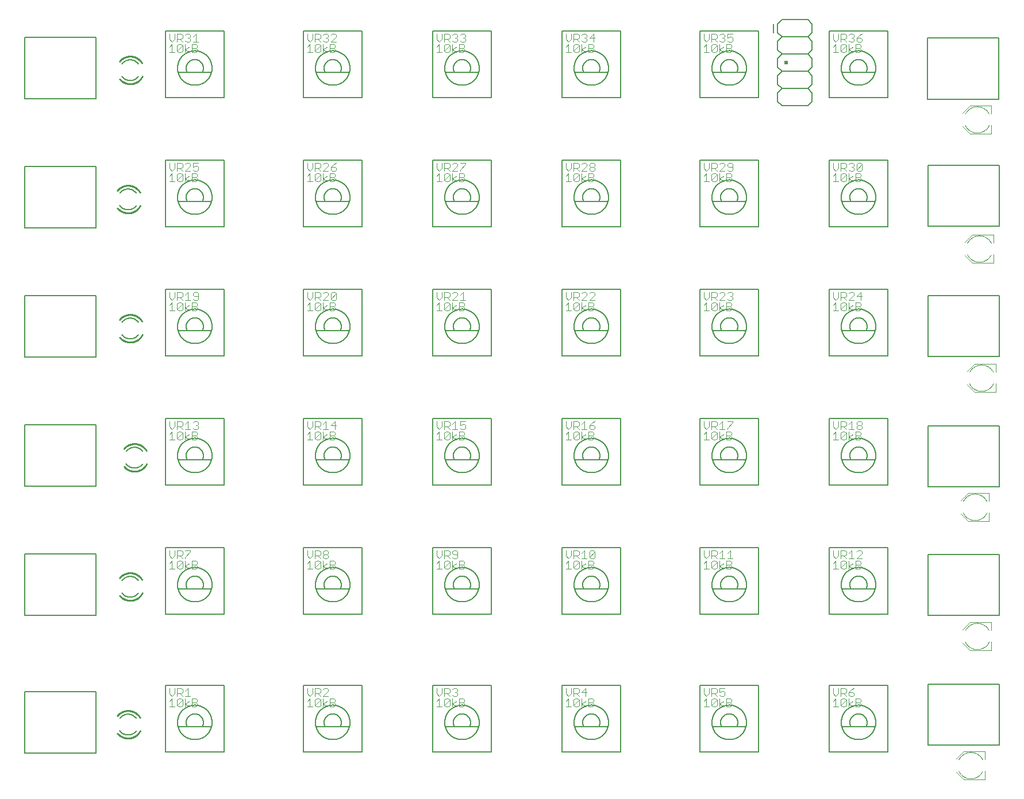
<source format=gto>
G75*
%MOIN*%
%OFA0B0*%
%FSLAX25Y25*%
%IPPOS*%
%LPD*%
%AMOC8*
5,1,8,0,0,1.08239X$1,22.5*
%
%ADD10C,0.00500*%
%ADD11C,0.00600*%
%ADD12C,0.01000*%
%ADD13C,0.00800*%
%ADD14C,0.00400*%
%ADD15R,0.02000X0.02000*%
D10*
X0018000Y0048382D02*
X0018000Y0083782D01*
X0059300Y0083782D01*
X0059300Y0048382D01*
X0018000Y0048382D01*
X0099691Y0049035D02*
X0099691Y0087578D01*
X0133509Y0087578D01*
X0133509Y0049035D01*
X0099691Y0049035D01*
X0179691Y0049035D02*
X0179691Y0087578D01*
X0213509Y0087578D01*
X0213509Y0049035D01*
X0179691Y0049035D01*
X0254691Y0049035D02*
X0254691Y0087578D01*
X0288509Y0087578D01*
X0288509Y0049035D01*
X0254691Y0049035D01*
X0329691Y0049035D02*
X0329691Y0087578D01*
X0363509Y0087578D01*
X0363509Y0049035D01*
X0329691Y0049035D01*
X0409691Y0049035D02*
X0409691Y0087578D01*
X0443509Y0087578D01*
X0443509Y0049035D01*
X0409691Y0049035D01*
X0484691Y0049035D02*
X0484691Y0087578D01*
X0518509Y0087578D01*
X0518509Y0049035D01*
X0484691Y0049035D01*
X0542031Y0052981D02*
X0542031Y0088381D01*
X0583331Y0088381D01*
X0583331Y0052981D01*
X0542031Y0052981D01*
X0542031Y0128150D02*
X0542031Y0163550D01*
X0583331Y0163550D01*
X0583331Y0128150D01*
X0542031Y0128150D01*
X0518509Y0129035D02*
X0484691Y0129035D01*
X0484691Y0167578D01*
X0518509Y0167578D01*
X0518509Y0129035D01*
X0443509Y0129035D02*
X0409691Y0129035D01*
X0409691Y0167578D01*
X0443509Y0167578D01*
X0443509Y0129035D01*
X0363509Y0129035D02*
X0329691Y0129035D01*
X0329691Y0167578D01*
X0363509Y0167578D01*
X0363509Y0129035D01*
X0288509Y0129035D02*
X0254691Y0129035D01*
X0254691Y0167578D01*
X0288509Y0167578D01*
X0288509Y0129035D01*
X0213509Y0129035D02*
X0179691Y0129035D01*
X0179691Y0167578D01*
X0213509Y0167578D01*
X0213509Y0129035D01*
X0133509Y0129035D02*
X0099691Y0129035D01*
X0099691Y0167578D01*
X0133509Y0167578D01*
X0133509Y0129035D01*
X0059300Y0128382D02*
X0018000Y0128382D01*
X0018000Y0163782D01*
X0059300Y0163782D01*
X0059300Y0128382D01*
X0059300Y0203382D02*
X0018000Y0203382D01*
X0018000Y0238782D01*
X0059300Y0238782D01*
X0059300Y0203382D01*
X0099691Y0204035D02*
X0099691Y0242578D01*
X0133509Y0242578D01*
X0133509Y0204035D01*
X0099691Y0204035D01*
X0179691Y0204035D02*
X0179691Y0242578D01*
X0213509Y0242578D01*
X0213509Y0204035D01*
X0179691Y0204035D01*
X0254691Y0204035D02*
X0254691Y0242578D01*
X0288509Y0242578D01*
X0288509Y0204035D01*
X0254691Y0204035D01*
X0329691Y0204035D02*
X0329691Y0242578D01*
X0363509Y0242578D01*
X0363509Y0204035D01*
X0329691Y0204035D01*
X0409691Y0204035D02*
X0409691Y0242578D01*
X0443509Y0242578D01*
X0443509Y0204035D01*
X0409691Y0204035D01*
X0484691Y0204035D02*
X0484691Y0242578D01*
X0518509Y0242578D01*
X0518509Y0204035D01*
X0484691Y0204035D01*
X0541904Y0202938D02*
X0541904Y0238338D01*
X0583204Y0238338D01*
X0583204Y0202938D01*
X0541904Y0202938D01*
X0541904Y0278615D02*
X0541904Y0314015D01*
X0583204Y0314015D01*
X0583204Y0278615D01*
X0541904Y0278615D01*
X0518509Y0279035D02*
X0484691Y0279035D01*
X0484691Y0317578D01*
X0518509Y0317578D01*
X0518509Y0279035D01*
X0443509Y0279035D02*
X0409691Y0279035D01*
X0409691Y0317578D01*
X0443509Y0317578D01*
X0443509Y0279035D01*
X0363509Y0279035D02*
X0329691Y0279035D01*
X0329691Y0317578D01*
X0363509Y0317578D01*
X0363509Y0279035D01*
X0288509Y0279035D02*
X0254691Y0279035D01*
X0254691Y0317578D01*
X0288509Y0317578D01*
X0288509Y0279035D01*
X0213509Y0279035D02*
X0179691Y0279035D01*
X0179691Y0317578D01*
X0213509Y0317578D01*
X0213509Y0279035D01*
X0133509Y0279035D02*
X0099691Y0279035D01*
X0099691Y0317578D01*
X0133509Y0317578D01*
X0133509Y0279035D01*
X0059300Y0278382D02*
X0018000Y0278382D01*
X0018000Y0313782D01*
X0059300Y0313782D01*
X0059300Y0278382D01*
X0059300Y0353382D02*
X0018000Y0353382D01*
X0018000Y0388782D01*
X0059300Y0388782D01*
X0059300Y0353382D01*
X0099691Y0354035D02*
X0099691Y0392578D01*
X0133509Y0392578D01*
X0133509Y0354035D01*
X0099691Y0354035D01*
X0179691Y0354035D02*
X0179691Y0392578D01*
X0213509Y0392578D01*
X0213509Y0354035D01*
X0179691Y0354035D01*
X0254691Y0354035D02*
X0254691Y0392578D01*
X0288509Y0392578D01*
X0288509Y0354035D01*
X0254691Y0354035D01*
X0329691Y0354035D02*
X0329691Y0392578D01*
X0363509Y0392578D01*
X0363509Y0354035D01*
X0329691Y0354035D01*
X0409691Y0354035D02*
X0409691Y0392578D01*
X0443509Y0392578D01*
X0443509Y0354035D01*
X0409691Y0354035D01*
X0484691Y0354035D02*
X0484691Y0392578D01*
X0518509Y0392578D01*
X0518509Y0354035D01*
X0484691Y0354035D01*
X0541904Y0354165D02*
X0541904Y0389565D01*
X0583204Y0389565D01*
X0583204Y0354165D01*
X0541904Y0354165D01*
X0541748Y0428013D02*
X0541748Y0463413D01*
X0583048Y0463413D01*
X0583048Y0428013D01*
X0541748Y0428013D01*
X0518509Y0429035D02*
X0484691Y0429035D01*
X0484691Y0467578D01*
X0518509Y0467578D01*
X0518509Y0429035D01*
X0443509Y0429035D02*
X0409691Y0429035D01*
X0409691Y0467578D01*
X0443509Y0467578D01*
X0443509Y0429035D01*
X0363509Y0429035D02*
X0329691Y0429035D01*
X0329691Y0467578D01*
X0363509Y0467578D01*
X0363509Y0429035D01*
X0288509Y0429035D02*
X0254691Y0429035D01*
X0254691Y0467578D01*
X0288509Y0467578D01*
X0288509Y0429035D01*
X0213509Y0429035D02*
X0179691Y0429035D01*
X0179691Y0467578D01*
X0213509Y0467578D01*
X0213509Y0429035D01*
X0133509Y0429035D02*
X0099691Y0429035D01*
X0099691Y0467578D01*
X0133509Y0467578D01*
X0133509Y0429035D01*
X0059300Y0428382D02*
X0018000Y0428382D01*
X0018000Y0463782D01*
X0059300Y0463782D01*
X0059300Y0428382D01*
D11*
X0079100Y0450832D02*
X0079252Y0450830D01*
X0079403Y0450824D01*
X0079554Y0450815D01*
X0079706Y0450801D01*
X0079856Y0450784D01*
X0080006Y0450763D01*
X0080156Y0450738D01*
X0080305Y0450710D01*
X0080453Y0450677D01*
X0080600Y0450641D01*
X0080747Y0450602D01*
X0080892Y0450558D01*
X0081036Y0450511D01*
X0081179Y0450460D01*
X0081320Y0450406D01*
X0081461Y0450348D01*
X0081599Y0450287D01*
X0081736Y0450222D01*
X0081872Y0450153D01*
X0082005Y0450082D01*
X0082137Y0450007D01*
X0082267Y0449928D01*
X0082394Y0449847D01*
X0082520Y0449762D01*
X0082644Y0449674D01*
X0082765Y0449583D01*
X0082884Y0449489D01*
X0083000Y0449391D01*
X0083114Y0449291D01*
X0083226Y0449189D01*
X0083334Y0449083D01*
X0083440Y0448975D01*
X0083544Y0448864D01*
X0083644Y0448750D01*
X0083742Y0448634D01*
X0083836Y0448515D01*
X0079100Y0438832D02*
X0078946Y0438834D01*
X0078792Y0438840D01*
X0078638Y0438850D01*
X0078484Y0438864D01*
X0078331Y0438881D01*
X0078179Y0438903D01*
X0078027Y0438929D01*
X0077875Y0438958D01*
X0077725Y0438992D01*
X0077575Y0439029D01*
X0077427Y0439070D01*
X0077279Y0439115D01*
X0077133Y0439164D01*
X0076988Y0439216D01*
X0076845Y0439272D01*
X0076702Y0439332D01*
X0076562Y0439395D01*
X0076423Y0439462D01*
X0076286Y0439533D01*
X0076151Y0439607D01*
X0076018Y0439684D01*
X0075886Y0439765D01*
X0075757Y0439849D01*
X0075630Y0439937D01*
X0075506Y0440028D01*
X0075384Y0440121D01*
X0075264Y0440219D01*
X0075147Y0440319D01*
X0075032Y0440422D01*
X0074920Y0440528D01*
X0074811Y0440636D01*
X0074705Y0440748D01*
X0074601Y0440862D01*
X0074501Y0440979D01*
X0074403Y0441098D01*
X0074309Y0441220D01*
X0074218Y0441345D01*
X0079100Y0438832D02*
X0079250Y0438834D01*
X0079401Y0438840D01*
X0079551Y0438849D01*
X0079700Y0438862D01*
X0079850Y0438879D01*
X0079999Y0438900D01*
X0080147Y0438924D01*
X0080295Y0438952D01*
X0080442Y0438984D01*
X0080588Y0439019D01*
X0080733Y0439059D01*
X0080877Y0439101D01*
X0081020Y0439148D01*
X0081162Y0439198D01*
X0081303Y0439251D01*
X0081442Y0439308D01*
X0081580Y0439368D01*
X0081716Y0439432D01*
X0081850Y0439499D01*
X0081983Y0439570D01*
X0082114Y0439644D01*
X0082243Y0439721D01*
X0082370Y0439802D01*
X0082495Y0439885D01*
X0082618Y0439972D01*
X0082739Y0440061D01*
X0082857Y0440154D01*
X0082973Y0440250D01*
X0083087Y0440348D01*
X0083198Y0440449D01*
X0083307Y0440554D01*
X0083412Y0440660D01*
X0083516Y0440770D01*
X0083616Y0440882D01*
X0083714Y0440996D01*
X0083808Y0441113D01*
X0083900Y0441232D01*
X0079100Y0450832D02*
X0078948Y0450830D01*
X0078797Y0450824D01*
X0078646Y0450815D01*
X0078494Y0450801D01*
X0078344Y0450784D01*
X0078194Y0450763D01*
X0078044Y0450738D01*
X0077895Y0450710D01*
X0077747Y0450677D01*
X0077600Y0450641D01*
X0077453Y0450602D01*
X0077308Y0450558D01*
X0077164Y0450511D01*
X0077021Y0450460D01*
X0076880Y0450406D01*
X0076739Y0450348D01*
X0076601Y0450287D01*
X0076464Y0450222D01*
X0076328Y0450153D01*
X0076195Y0450082D01*
X0076063Y0450007D01*
X0075933Y0449928D01*
X0075806Y0449847D01*
X0075680Y0449762D01*
X0075556Y0449674D01*
X0075435Y0449583D01*
X0075316Y0449489D01*
X0075200Y0449391D01*
X0075086Y0449291D01*
X0074974Y0449189D01*
X0074866Y0449083D01*
X0074760Y0448975D01*
X0074656Y0448864D01*
X0074556Y0448750D01*
X0074458Y0448634D01*
X0074364Y0448515D01*
X0082650Y0366232D02*
X0082558Y0366113D01*
X0082464Y0365996D01*
X0082366Y0365882D01*
X0082266Y0365770D01*
X0082162Y0365660D01*
X0082057Y0365554D01*
X0081948Y0365449D01*
X0081837Y0365348D01*
X0081723Y0365250D01*
X0081607Y0365154D01*
X0081489Y0365061D01*
X0081368Y0364972D01*
X0081245Y0364885D01*
X0081120Y0364802D01*
X0080993Y0364721D01*
X0080864Y0364644D01*
X0080733Y0364570D01*
X0080600Y0364499D01*
X0080466Y0364432D01*
X0080330Y0364368D01*
X0080192Y0364308D01*
X0080053Y0364251D01*
X0079912Y0364198D01*
X0079770Y0364148D01*
X0079627Y0364101D01*
X0079483Y0364059D01*
X0079338Y0364019D01*
X0079192Y0363984D01*
X0079045Y0363952D01*
X0078897Y0363924D01*
X0078749Y0363900D01*
X0078600Y0363879D01*
X0078450Y0363862D01*
X0078301Y0363849D01*
X0078151Y0363840D01*
X0078000Y0363834D01*
X0077850Y0363832D01*
X0082586Y0373515D02*
X0082492Y0373634D01*
X0082394Y0373750D01*
X0082294Y0373864D01*
X0082190Y0373975D01*
X0082084Y0374083D01*
X0081976Y0374189D01*
X0081864Y0374291D01*
X0081750Y0374391D01*
X0081634Y0374489D01*
X0081515Y0374583D01*
X0081394Y0374674D01*
X0081270Y0374762D01*
X0081144Y0374847D01*
X0081017Y0374928D01*
X0080887Y0375007D01*
X0080755Y0375082D01*
X0080622Y0375153D01*
X0080486Y0375222D01*
X0080349Y0375287D01*
X0080211Y0375348D01*
X0080070Y0375406D01*
X0079929Y0375460D01*
X0079786Y0375511D01*
X0079642Y0375558D01*
X0079497Y0375602D01*
X0079350Y0375641D01*
X0079203Y0375677D01*
X0079055Y0375710D01*
X0078906Y0375738D01*
X0078756Y0375763D01*
X0078606Y0375784D01*
X0078456Y0375801D01*
X0078304Y0375815D01*
X0078153Y0375824D01*
X0078002Y0375830D01*
X0077850Y0375832D01*
X0072968Y0366345D02*
X0073059Y0366220D01*
X0073153Y0366098D01*
X0073251Y0365979D01*
X0073351Y0365862D01*
X0073455Y0365748D01*
X0073561Y0365636D01*
X0073670Y0365528D01*
X0073782Y0365422D01*
X0073897Y0365319D01*
X0074014Y0365219D01*
X0074134Y0365121D01*
X0074256Y0365028D01*
X0074380Y0364937D01*
X0074507Y0364849D01*
X0074636Y0364765D01*
X0074768Y0364684D01*
X0074901Y0364607D01*
X0075036Y0364533D01*
X0075173Y0364462D01*
X0075312Y0364395D01*
X0075452Y0364332D01*
X0075595Y0364272D01*
X0075738Y0364216D01*
X0075883Y0364164D01*
X0076029Y0364115D01*
X0076177Y0364070D01*
X0076325Y0364029D01*
X0076475Y0363992D01*
X0076625Y0363958D01*
X0076777Y0363929D01*
X0076929Y0363903D01*
X0077081Y0363881D01*
X0077234Y0363864D01*
X0077388Y0363850D01*
X0077542Y0363840D01*
X0077696Y0363834D01*
X0077850Y0363832D01*
X0073114Y0373515D02*
X0073208Y0373634D01*
X0073306Y0373750D01*
X0073406Y0373864D01*
X0073510Y0373975D01*
X0073616Y0374083D01*
X0073724Y0374189D01*
X0073836Y0374291D01*
X0073950Y0374391D01*
X0074066Y0374489D01*
X0074185Y0374583D01*
X0074306Y0374674D01*
X0074430Y0374762D01*
X0074556Y0374847D01*
X0074683Y0374928D01*
X0074813Y0375007D01*
X0074945Y0375082D01*
X0075078Y0375153D01*
X0075214Y0375222D01*
X0075351Y0375287D01*
X0075489Y0375348D01*
X0075630Y0375406D01*
X0075771Y0375460D01*
X0075914Y0375511D01*
X0076058Y0375558D01*
X0076203Y0375602D01*
X0076350Y0375641D01*
X0076497Y0375677D01*
X0076645Y0375710D01*
X0076794Y0375738D01*
X0076944Y0375763D01*
X0077094Y0375784D01*
X0077244Y0375801D01*
X0077396Y0375815D01*
X0077547Y0375824D01*
X0077698Y0375830D01*
X0077850Y0375832D01*
X0083900Y0291232D02*
X0083808Y0291113D01*
X0083714Y0290996D01*
X0083616Y0290882D01*
X0083516Y0290770D01*
X0083412Y0290660D01*
X0083307Y0290554D01*
X0083198Y0290449D01*
X0083087Y0290348D01*
X0082973Y0290250D01*
X0082857Y0290154D01*
X0082739Y0290061D01*
X0082618Y0289972D01*
X0082495Y0289885D01*
X0082370Y0289802D01*
X0082243Y0289721D01*
X0082114Y0289644D01*
X0081983Y0289570D01*
X0081850Y0289499D01*
X0081716Y0289432D01*
X0081580Y0289368D01*
X0081442Y0289308D01*
X0081303Y0289251D01*
X0081162Y0289198D01*
X0081020Y0289148D01*
X0080877Y0289101D01*
X0080733Y0289059D01*
X0080588Y0289019D01*
X0080442Y0288984D01*
X0080295Y0288952D01*
X0080147Y0288924D01*
X0079999Y0288900D01*
X0079850Y0288879D01*
X0079700Y0288862D01*
X0079551Y0288849D01*
X0079401Y0288840D01*
X0079250Y0288834D01*
X0079100Y0288832D01*
X0083836Y0298515D02*
X0083742Y0298634D01*
X0083644Y0298750D01*
X0083544Y0298864D01*
X0083440Y0298975D01*
X0083334Y0299083D01*
X0083226Y0299189D01*
X0083114Y0299291D01*
X0083000Y0299391D01*
X0082884Y0299489D01*
X0082765Y0299583D01*
X0082644Y0299674D01*
X0082520Y0299762D01*
X0082394Y0299847D01*
X0082267Y0299928D01*
X0082137Y0300007D01*
X0082005Y0300082D01*
X0081872Y0300153D01*
X0081736Y0300222D01*
X0081599Y0300287D01*
X0081461Y0300348D01*
X0081320Y0300406D01*
X0081179Y0300460D01*
X0081036Y0300511D01*
X0080892Y0300558D01*
X0080747Y0300602D01*
X0080600Y0300641D01*
X0080453Y0300677D01*
X0080305Y0300710D01*
X0080156Y0300738D01*
X0080006Y0300763D01*
X0079856Y0300784D01*
X0079706Y0300801D01*
X0079554Y0300815D01*
X0079403Y0300824D01*
X0079252Y0300830D01*
X0079100Y0300832D01*
X0074218Y0291345D02*
X0074309Y0291220D01*
X0074403Y0291098D01*
X0074501Y0290979D01*
X0074601Y0290862D01*
X0074705Y0290748D01*
X0074811Y0290636D01*
X0074920Y0290528D01*
X0075032Y0290422D01*
X0075147Y0290319D01*
X0075264Y0290219D01*
X0075384Y0290121D01*
X0075506Y0290028D01*
X0075630Y0289937D01*
X0075757Y0289849D01*
X0075886Y0289765D01*
X0076018Y0289684D01*
X0076151Y0289607D01*
X0076286Y0289533D01*
X0076423Y0289462D01*
X0076562Y0289395D01*
X0076702Y0289332D01*
X0076845Y0289272D01*
X0076988Y0289216D01*
X0077133Y0289164D01*
X0077279Y0289115D01*
X0077427Y0289070D01*
X0077575Y0289029D01*
X0077725Y0288992D01*
X0077875Y0288958D01*
X0078027Y0288929D01*
X0078179Y0288903D01*
X0078331Y0288881D01*
X0078484Y0288864D01*
X0078638Y0288850D01*
X0078792Y0288840D01*
X0078946Y0288834D01*
X0079100Y0288832D01*
X0074364Y0298515D02*
X0074458Y0298634D01*
X0074556Y0298750D01*
X0074656Y0298864D01*
X0074760Y0298975D01*
X0074866Y0299083D01*
X0074974Y0299189D01*
X0075086Y0299291D01*
X0075200Y0299391D01*
X0075316Y0299489D01*
X0075435Y0299583D01*
X0075556Y0299674D01*
X0075680Y0299762D01*
X0075806Y0299847D01*
X0075933Y0299928D01*
X0076063Y0300007D01*
X0076195Y0300082D01*
X0076328Y0300153D01*
X0076464Y0300222D01*
X0076601Y0300287D01*
X0076739Y0300348D01*
X0076880Y0300406D01*
X0077021Y0300460D01*
X0077164Y0300511D01*
X0077308Y0300558D01*
X0077453Y0300602D01*
X0077600Y0300641D01*
X0077747Y0300677D01*
X0077895Y0300710D01*
X0078044Y0300738D01*
X0078194Y0300763D01*
X0078344Y0300784D01*
X0078494Y0300801D01*
X0078646Y0300815D01*
X0078797Y0300824D01*
X0078948Y0300830D01*
X0079100Y0300832D01*
X0081600Y0225832D02*
X0081752Y0225830D01*
X0081903Y0225824D01*
X0082054Y0225815D01*
X0082206Y0225801D01*
X0082356Y0225784D01*
X0082506Y0225763D01*
X0082656Y0225738D01*
X0082805Y0225710D01*
X0082953Y0225677D01*
X0083100Y0225641D01*
X0083247Y0225602D01*
X0083392Y0225558D01*
X0083536Y0225511D01*
X0083679Y0225460D01*
X0083820Y0225406D01*
X0083961Y0225348D01*
X0084099Y0225287D01*
X0084236Y0225222D01*
X0084372Y0225153D01*
X0084505Y0225082D01*
X0084637Y0225007D01*
X0084767Y0224928D01*
X0084894Y0224847D01*
X0085020Y0224762D01*
X0085144Y0224674D01*
X0085265Y0224583D01*
X0085384Y0224489D01*
X0085500Y0224391D01*
X0085614Y0224291D01*
X0085726Y0224189D01*
X0085834Y0224083D01*
X0085940Y0223975D01*
X0086044Y0223864D01*
X0086144Y0223750D01*
X0086242Y0223634D01*
X0086336Y0223515D01*
X0081600Y0213832D02*
X0081446Y0213834D01*
X0081292Y0213840D01*
X0081138Y0213850D01*
X0080984Y0213864D01*
X0080831Y0213881D01*
X0080679Y0213903D01*
X0080527Y0213929D01*
X0080375Y0213958D01*
X0080225Y0213992D01*
X0080075Y0214029D01*
X0079927Y0214070D01*
X0079779Y0214115D01*
X0079633Y0214164D01*
X0079488Y0214216D01*
X0079345Y0214272D01*
X0079202Y0214332D01*
X0079062Y0214395D01*
X0078923Y0214462D01*
X0078786Y0214533D01*
X0078651Y0214607D01*
X0078518Y0214684D01*
X0078386Y0214765D01*
X0078257Y0214849D01*
X0078130Y0214937D01*
X0078006Y0215028D01*
X0077884Y0215121D01*
X0077764Y0215219D01*
X0077647Y0215319D01*
X0077532Y0215422D01*
X0077420Y0215528D01*
X0077311Y0215636D01*
X0077205Y0215748D01*
X0077101Y0215862D01*
X0077001Y0215979D01*
X0076903Y0216098D01*
X0076809Y0216220D01*
X0076718Y0216345D01*
X0081600Y0213832D02*
X0081750Y0213834D01*
X0081901Y0213840D01*
X0082051Y0213849D01*
X0082200Y0213862D01*
X0082350Y0213879D01*
X0082499Y0213900D01*
X0082647Y0213924D01*
X0082795Y0213952D01*
X0082942Y0213984D01*
X0083088Y0214019D01*
X0083233Y0214059D01*
X0083377Y0214101D01*
X0083520Y0214148D01*
X0083662Y0214198D01*
X0083803Y0214251D01*
X0083942Y0214308D01*
X0084080Y0214368D01*
X0084216Y0214432D01*
X0084350Y0214499D01*
X0084483Y0214570D01*
X0084614Y0214644D01*
X0084743Y0214721D01*
X0084870Y0214802D01*
X0084995Y0214885D01*
X0085118Y0214972D01*
X0085239Y0215061D01*
X0085357Y0215154D01*
X0085473Y0215250D01*
X0085587Y0215348D01*
X0085698Y0215449D01*
X0085807Y0215554D01*
X0085912Y0215660D01*
X0086016Y0215770D01*
X0086116Y0215882D01*
X0086214Y0215996D01*
X0086308Y0216113D01*
X0086400Y0216232D01*
X0081600Y0225832D02*
X0081448Y0225830D01*
X0081297Y0225824D01*
X0081146Y0225815D01*
X0080994Y0225801D01*
X0080844Y0225784D01*
X0080694Y0225763D01*
X0080544Y0225738D01*
X0080395Y0225710D01*
X0080247Y0225677D01*
X0080100Y0225641D01*
X0079953Y0225602D01*
X0079808Y0225558D01*
X0079664Y0225511D01*
X0079521Y0225460D01*
X0079380Y0225406D01*
X0079239Y0225348D01*
X0079101Y0225287D01*
X0078964Y0225222D01*
X0078828Y0225153D01*
X0078695Y0225082D01*
X0078563Y0225007D01*
X0078433Y0224928D01*
X0078306Y0224847D01*
X0078180Y0224762D01*
X0078056Y0224674D01*
X0077935Y0224583D01*
X0077816Y0224489D01*
X0077700Y0224391D01*
X0077586Y0224291D01*
X0077474Y0224189D01*
X0077366Y0224083D01*
X0077260Y0223975D01*
X0077156Y0223864D01*
X0077056Y0223750D01*
X0076958Y0223634D01*
X0076864Y0223515D01*
X0083900Y0141232D02*
X0083808Y0141113D01*
X0083714Y0140996D01*
X0083616Y0140882D01*
X0083516Y0140770D01*
X0083412Y0140660D01*
X0083307Y0140554D01*
X0083198Y0140449D01*
X0083087Y0140348D01*
X0082973Y0140250D01*
X0082857Y0140154D01*
X0082739Y0140061D01*
X0082618Y0139972D01*
X0082495Y0139885D01*
X0082370Y0139802D01*
X0082243Y0139721D01*
X0082114Y0139644D01*
X0081983Y0139570D01*
X0081850Y0139499D01*
X0081716Y0139432D01*
X0081580Y0139368D01*
X0081442Y0139308D01*
X0081303Y0139251D01*
X0081162Y0139198D01*
X0081020Y0139148D01*
X0080877Y0139101D01*
X0080733Y0139059D01*
X0080588Y0139019D01*
X0080442Y0138984D01*
X0080295Y0138952D01*
X0080147Y0138924D01*
X0079999Y0138900D01*
X0079850Y0138879D01*
X0079700Y0138862D01*
X0079551Y0138849D01*
X0079401Y0138840D01*
X0079250Y0138834D01*
X0079100Y0138832D01*
X0083836Y0148515D02*
X0083742Y0148634D01*
X0083644Y0148750D01*
X0083544Y0148864D01*
X0083440Y0148975D01*
X0083334Y0149083D01*
X0083226Y0149189D01*
X0083114Y0149291D01*
X0083000Y0149391D01*
X0082884Y0149489D01*
X0082765Y0149583D01*
X0082644Y0149674D01*
X0082520Y0149762D01*
X0082394Y0149847D01*
X0082267Y0149928D01*
X0082137Y0150007D01*
X0082005Y0150082D01*
X0081872Y0150153D01*
X0081736Y0150222D01*
X0081599Y0150287D01*
X0081461Y0150348D01*
X0081320Y0150406D01*
X0081179Y0150460D01*
X0081036Y0150511D01*
X0080892Y0150558D01*
X0080747Y0150602D01*
X0080600Y0150641D01*
X0080453Y0150677D01*
X0080305Y0150710D01*
X0080156Y0150738D01*
X0080006Y0150763D01*
X0079856Y0150784D01*
X0079706Y0150801D01*
X0079554Y0150815D01*
X0079403Y0150824D01*
X0079252Y0150830D01*
X0079100Y0150832D01*
X0074218Y0141345D02*
X0074309Y0141220D01*
X0074403Y0141098D01*
X0074501Y0140979D01*
X0074601Y0140862D01*
X0074705Y0140748D01*
X0074811Y0140636D01*
X0074920Y0140528D01*
X0075032Y0140422D01*
X0075147Y0140319D01*
X0075264Y0140219D01*
X0075384Y0140121D01*
X0075506Y0140028D01*
X0075630Y0139937D01*
X0075757Y0139849D01*
X0075886Y0139765D01*
X0076018Y0139684D01*
X0076151Y0139607D01*
X0076286Y0139533D01*
X0076423Y0139462D01*
X0076562Y0139395D01*
X0076702Y0139332D01*
X0076845Y0139272D01*
X0076988Y0139216D01*
X0077133Y0139164D01*
X0077279Y0139115D01*
X0077427Y0139070D01*
X0077575Y0139029D01*
X0077725Y0138992D01*
X0077875Y0138958D01*
X0078027Y0138929D01*
X0078179Y0138903D01*
X0078331Y0138881D01*
X0078484Y0138864D01*
X0078638Y0138850D01*
X0078792Y0138840D01*
X0078946Y0138834D01*
X0079100Y0138832D01*
X0074364Y0148515D02*
X0074458Y0148634D01*
X0074556Y0148750D01*
X0074656Y0148864D01*
X0074760Y0148975D01*
X0074866Y0149083D01*
X0074974Y0149189D01*
X0075086Y0149291D01*
X0075200Y0149391D01*
X0075316Y0149489D01*
X0075435Y0149583D01*
X0075556Y0149674D01*
X0075680Y0149762D01*
X0075806Y0149847D01*
X0075933Y0149928D01*
X0076063Y0150007D01*
X0076195Y0150082D01*
X0076328Y0150153D01*
X0076464Y0150222D01*
X0076601Y0150287D01*
X0076739Y0150348D01*
X0076880Y0150406D01*
X0077021Y0150460D01*
X0077164Y0150511D01*
X0077308Y0150558D01*
X0077453Y0150602D01*
X0077600Y0150641D01*
X0077747Y0150677D01*
X0077895Y0150710D01*
X0078044Y0150738D01*
X0078194Y0150763D01*
X0078344Y0150784D01*
X0078494Y0150801D01*
X0078646Y0150815D01*
X0078797Y0150824D01*
X0078948Y0150830D01*
X0079100Y0150832D01*
X0082650Y0061232D02*
X0082558Y0061113D01*
X0082464Y0060996D01*
X0082366Y0060882D01*
X0082266Y0060770D01*
X0082162Y0060660D01*
X0082057Y0060554D01*
X0081948Y0060449D01*
X0081837Y0060348D01*
X0081723Y0060250D01*
X0081607Y0060154D01*
X0081489Y0060061D01*
X0081368Y0059972D01*
X0081245Y0059885D01*
X0081120Y0059802D01*
X0080993Y0059721D01*
X0080864Y0059644D01*
X0080733Y0059570D01*
X0080600Y0059499D01*
X0080466Y0059432D01*
X0080330Y0059368D01*
X0080192Y0059308D01*
X0080053Y0059251D01*
X0079912Y0059198D01*
X0079770Y0059148D01*
X0079627Y0059101D01*
X0079483Y0059059D01*
X0079338Y0059019D01*
X0079192Y0058984D01*
X0079045Y0058952D01*
X0078897Y0058924D01*
X0078749Y0058900D01*
X0078600Y0058879D01*
X0078450Y0058862D01*
X0078301Y0058849D01*
X0078151Y0058840D01*
X0078000Y0058834D01*
X0077850Y0058832D01*
X0082586Y0068515D02*
X0082492Y0068634D01*
X0082394Y0068750D01*
X0082294Y0068864D01*
X0082190Y0068975D01*
X0082084Y0069083D01*
X0081976Y0069189D01*
X0081864Y0069291D01*
X0081750Y0069391D01*
X0081634Y0069489D01*
X0081515Y0069583D01*
X0081394Y0069674D01*
X0081270Y0069762D01*
X0081144Y0069847D01*
X0081017Y0069928D01*
X0080887Y0070007D01*
X0080755Y0070082D01*
X0080622Y0070153D01*
X0080486Y0070222D01*
X0080349Y0070287D01*
X0080211Y0070348D01*
X0080070Y0070406D01*
X0079929Y0070460D01*
X0079786Y0070511D01*
X0079642Y0070558D01*
X0079497Y0070602D01*
X0079350Y0070641D01*
X0079203Y0070677D01*
X0079055Y0070710D01*
X0078906Y0070738D01*
X0078756Y0070763D01*
X0078606Y0070784D01*
X0078456Y0070801D01*
X0078304Y0070815D01*
X0078153Y0070824D01*
X0078002Y0070830D01*
X0077850Y0070832D01*
X0072968Y0061345D02*
X0073059Y0061220D01*
X0073153Y0061098D01*
X0073251Y0060979D01*
X0073351Y0060862D01*
X0073455Y0060748D01*
X0073561Y0060636D01*
X0073670Y0060528D01*
X0073782Y0060422D01*
X0073897Y0060319D01*
X0074014Y0060219D01*
X0074134Y0060121D01*
X0074256Y0060028D01*
X0074380Y0059937D01*
X0074507Y0059849D01*
X0074636Y0059765D01*
X0074768Y0059684D01*
X0074901Y0059607D01*
X0075036Y0059533D01*
X0075173Y0059462D01*
X0075312Y0059395D01*
X0075452Y0059332D01*
X0075595Y0059272D01*
X0075738Y0059216D01*
X0075883Y0059164D01*
X0076029Y0059115D01*
X0076177Y0059070D01*
X0076325Y0059029D01*
X0076475Y0058992D01*
X0076625Y0058958D01*
X0076777Y0058929D01*
X0076929Y0058903D01*
X0077081Y0058881D01*
X0077234Y0058864D01*
X0077388Y0058850D01*
X0077542Y0058840D01*
X0077696Y0058834D01*
X0077850Y0058832D01*
X0073114Y0068515D02*
X0073208Y0068634D01*
X0073306Y0068750D01*
X0073406Y0068864D01*
X0073510Y0068975D01*
X0073616Y0069083D01*
X0073724Y0069189D01*
X0073836Y0069291D01*
X0073950Y0069391D01*
X0074066Y0069489D01*
X0074185Y0069583D01*
X0074306Y0069674D01*
X0074430Y0069762D01*
X0074556Y0069847D01*
X0074683Y0069928D01*
X0074813Y0070007D01*
X0074945Y0070082D01*
X0075078Y0070153D01*
X0075214Y0070222D01*
X0075351Y0070287D01*
X0075489Y0070348D01*
X0075630Y0070406D01*
X0075771Y0070460D01*
X0075914Y0070511D01*
X0076058Y0070558D01*
X0076203Y0070602D01*
X0076350Y0070641D01*
X0076497Y0070677D01*
X0076645Y0070710D01*
X0076794Y0070738D01*
X0076944Y0070763D01*
X0077094Y0070784D01*
X0077244Y0070801D01*
X0077396Y0070815D01*
X0077547Y0070824D01*
X0077698Y0070830D01*
X0077850Y0070832D01*
X0454739Y0426684D02*
X0454739Y0431684D01*
X0457239Y0434184D01*
X0472239Y0434184D01*
X0474739Y0431684D01*
X0474739Y0426684D01*
X0472239Y0424184D01*
X0457239Y0424184D01*
X0454739Y0426684D01*
X0457239Y0434184D02*
X0454739Y0436684D01*
X0454739Y0441684D01*
X0457239Y0444184D01*
X0472239Y0444184D01*
X0474739Y0441684D01*
X0474739Y0436684D01*
X0472239Y0434184D01*
X0472239Y0444184D02*
X0474739Y0446684D01*
X0474739Y0451684D01*
X0472239Y0454184D01*
X0457239Y0454184D01*
X0454739Y0451684D01*
X0454739Y0446684D01*
X0457239Y0444184D01*
X0457239Y0454184D02*
X0454739Y0456684D01*
X0454739Y0461684D01*
X0457239Y0464184D01*
X0472239Y0464184D01*
X0474739Y0461684D01*
X0474739Y0456684D01*
X0472239Y0454184D01*
X0472239Y0464184D02*
X0474739Y0466684D01*
X0474739Y0471684D01*
X0472239Y0474184D01*
X0457239Y0474184D01*
X0454739Y0471684D01*
X0454739Y0466684D01*
X0457239Y0464184D01*
D12*
X0086046Y0448801D02*
X0085947Y0448970D01*
X0085843Y0449136D01*
X0085736Y0449300D01*
X0085625Y0449461D01*
X0085510Y0449619D01*
X0085391Y0449774D01*
X0085268Y0449927D01*
X0085142Y0450076D01*
X0085012Y0450222D01*
X0084878Y0450365D01*
X0084741Y0450505D01*
X0084601Y0450641D01*
X0084457Y0450774D01*
X0084310Y0450903D01*
X0084160Y0451029D01*
X0084007Y0451150D01*
X0083851Y0451269D01*
X0083692Y0451383D01*
X0083531Y0451493D01*
X0083366Y0451599D01*
X0083200Y0451702D01*
X0083030Y0451800D01*
X0082859Y0451894D01*
X0082685Y0451984D01*
X0082509Y0452069D01*
X0082331Y0452151D01*
X0082151Y0452227D01*
X0081969Y0452300D01*
X0081786Y0452368D01*
X0081601Y0452431D01*
X0081414Y0452490D01*
X0081226Y0452544D01*
X0081037Y0452594D01*
X0080847Y0452639D01*
X0080655Y0452679D01*
X0080463Y0452715D01*
X0080270Y0452746D01*
X0080076Y0452772D01*
X0079881Y0452794D01*
X0079686Y0452810D01*
X0079491Y0452822D01*
X0079295Y0452830D01*
X0079100Y0452832D01*
X0086159Y0441067D02*
X0086066Y0440899D01*
X0085970Y0440733D01*
X0085870Y0440569D01*
X0085765Y0440408D01*
X0085657Y0440249D01*
X0085545Y0440093D01*
X0085429Y0439939D01*
X0085310Y0439789D01*
X0085187Y0439641D01*
X0085061Y0439496D01*
X0084931Y0439355D01*
X0084798Y0439216D01*
X0084661Y0439081D01*
X0084521Y0438949D01*
X0084379Y0438821D01*
X0084233Y0438696D01*
X0084084Y0438574D01*
X0083932Y0438456D01*
X0083778Y0438342D01*
X0083620Y0438232D01*
X0083461Y0438125D01*
X0083298Y0438022D01*
X0083133Y0437923D01*
X0082966Y0437828D01*
X0082797Y0437738D01*
X0082626Y0437651D01*
X0082452Y0437568D01*
X0082277Y0437490D01*
X0082099Y0437416D01*
X0081920Y0437346D01*
X0081740Y0437280D01*
X0081558Y0437219D01*
X0081374Y0437162D01*
X0081189Y0437110D01*
X0081003Y0437062D01*
X0080816Y0437018D01*
X0080628Y0436979D01*
X0080439Y0436945D01*
X0080249Y0436915D01*
X0080059Y0436890D01*
X0079868Y0436869D01*
X0079676Y0436853D01*
X0079484Y0436841D01*
X0079292Y0436834D01*
X0079100Y0436832D01*
X0072993Y0450000D02*
X0073120Y0450146D01*
X0073249Y0450288D01*
X0073383Y0450428D01*
X0073519Y0450564D01*
X0073659Y0450697D01*
X0073802Y0450827D01*
X0073949Y0450953D01*
X0074098Y0451075D01*
X0074250Y0451194D01*
X0074405Y0451309D01*
X0074562Y0451421D01*
X0074722Y0451528D01*
X0074885Y0451632D01*
X0075051Y0451731D01*
X0075218Y0451827D01*
X0075388Y0451919D01*
X0075560Y0452006D01*
X0075734Y0452090D01*
X0075910Y0452169D01*
X0076088Y0452243D01*
X0076268Y0452314D01*
X0076449Y0452380D01*
X0076632Y0452442D01*
X0076816Y0452499D01*
X0077002Y0452552D01*
X0077189Y0452600D01*
X0077377Y0452644D01*
X0077566Y0452683D01*
X0077756Y0452718D01*
X0077946Y0452748D01*
X0078137Y0452774D01*
X0078329Y0452795D01*
X0078522Y0452811D01*
X0078714Y0452823D01*
X0078907Y0452830D01*
X0079100Y0452832D01*
X0072954Y0439710D02*
X0073081Y0439562D01*
X0073211Y0439417D01*
X0073344Y0439276D01*
X0073481Y0439137D01*
X0073621Y0439002D01*
X0073765Y0438871D01*
X0073912Y0438743D01*
X0074061Y0438618D01*
X0074214Y0438497D01*
X0074369Y0438380D01*
X0074528Y0438267D01*
X0074689Y0438158D01*
X0074853Y0438053D01*
X0075019Y0437951D01*
X0075188Y0437854D01*
X0075358Y0437761D01*
X0075532Y0437672D01*
X0075707Y0437587D01*
X0075884Y0437507D01*
X0076063Y0437431D01*
X0076244Y0437359D01*
X0076427Y0437292D01*
X0076611Y0437229D01*
X0076797Y0437171D01*
X0076984Y0437117D01*
X0077172Y0437068D01*
X0077362Y0437023D01*
X0077552Y0436983D01*
X0077744Y0436948D01*
X0077936Y0436917D01*
X0078129Y0436891D01*
X0078323Y0436870D01*
X0078517Y0436853D01*
X0078711Y0436841D01*
X0078905Y0436834D01*
X0079100Y0436832D01*
X0077850Y0377832D02*
X0078045Y0377830D01*
X0078241Y0377822D01*
X0078436Y0377810D01*
X0078631Y0377794D01*
X0078826Y0377772D01*
X0079020Y0377746D01*
X0079213Y0377715D01*
X0079405Y0377679D01*
X0079597Y0377639D01*
X0079787Y0377594D01*
X0079976Y0377544D01*
X0080164Y0377490D01*
X0080351Y0377431D01*
X0080536Y0377368D01*
X0080719Y0377300D01*
X0080901Y0377227D01*
X0081081Y0377151D01*
X0081259Y0377069D01*
X0081435Y0376984D01*
X0081609Y0376894D01*
X0081780Y0376800D01*
X0081950Y0376702D01*
X0082116Y0376599D01*
X0082281Y0376493D01*
X0082442Y0376383D01*
X0082601Y0376269D01*
X0082757Y0376150D01*
X0082910Y0376029D01*
X0083060Y0375903D01*
X0083207Y0375774D01*
X0083351Y0375641D01*
X0083491Y0375505D01*
X0083628Y0375365D01*
X0083762Y0375222D01*
X0083892Y0375076D01*
X0084018Y0374927D01*
X0084141Y0374774D01*
X0084260Y0374619D01*
X0084375Y0374461D01*
X0084486Y0374300D01*
X0084593Y0374136D01*
X0084697Y0373970D01*
X0084796Y0373801D01*
X0077850Y0361832D02*
X0077655Y0361834D01*
X0077461Y0361841D01*
X0077267Y0361853D01*
X0077073Y0361870D01*
X0076879Y0361891D01*
X0076686Y0361917D01*
X0076494Y0361948D01*
X0076302Y0361983D01*
X0076112Y0362023D01*
X0075922Y0362068D01*
X0075734Y0362117D01*
X0075547Y0362171D01*
X0075361Y0362229D01*
X0075177Y0362292D01*
X0074994Y0362359D01*
X0074813Y0362431D01*
X0074634Y0362507D01*
X0074457Y0362587D01*
X0074282Y0362672D01*
X0074108Y0362761D01*
X0073938Y0362854D01*
X0073769Y0362951D01*
X0073603Y0363053D01*
X0073439Y0363158D01*
X0073278Y0363267D01*
X0073119Y0363380D01*
X0072964Y0363497D01*
X0072811Y0363618D01*
X0072662Y0363743D01*
X0072515Y0363871D01*
X0072371Y0364002D01*
X0072231Y0364137D01*
X0072094Y0364276D01*
X0071961Y0364417D01*
X0071831Y0364562D01*
X0071704Y0364710D01*
X0077850Y0361832D02*
X0078042Y0361834D01*
X0078234Y0361841D01*
X0078426Y0361853D01*
X0078618Y0361869D01*
X0078809Y0361890D01*
X0078999Y0361915D01*
X0079189Y0361945D01*
X0079378Y0361979D01*
X0079566Y0362018D01*
X0079753Y0362062D01*
X0079939Y0362110D01*
X0080124Y0362162D01*
X0080308Y0362219D01*
X0080490Y0362280D01*
X0080670Y0362346D01*
X0080849Y0362416D01*
X0081027Y0362490D01*
X0081202Y0362568D01*
X0081376Y0362651D01*
X0081547Y0362738D01*
X0081716Y0362828D01*
X0081883Y0362923D01*
X0082048Y0363022D01*
X0082211Y0363125D01*
X0082370Y0363232D01*
X0082528Y0363342D01*
X0082682Y0363456D01*
X0082834Y0363574D01*
X0082983Y0363696D01*
X0083129Y0363821D01*
X0083271Y0363949D01*
X0083411Y0364081D01*
X0083548Y0364216D01*
X0083681Y0364355D01*
X0083811Y0364496D01*
X0083937Y0364641D01*
X0084060Y0364789D01*
X0084179Y0364939D01*
X0084295Y0365093D01*
X0084407Y0365249D01*
X0084515Y0365408D01*
X0084620Y0365569D01*
X0084720Y0365733D01*
X0084816Y0365899D01*
X0084909Y0366067D01*
X0077850Y0377832D02*
X0077657Y0377830D01*
X0077464Y0377823D01*
X0077272Y0377811D01*
X0077079Y0377795D01*
X0076887Y0377774D01*
X0076696Y0377748D01*
X0076506Y0377718D01*
X0076316Y0377683D01*
X0076127Y0377644D01*
X0075939Y0377600D01*
X0075752Y0377552D01*
X0075566Y0377499D01*
X0075382Y0377442D01*
X0075199Y0377380D01*
X0075018Y0377314D01*
X0074838Y0377243D01*
X0074660Y0377169D01*
X0074484Y0377090D01*
X0074310Y0377006D01*
X0074138Y0376919D01*
X0073968Y0376827D01*
X0073801Y0376731D01*
X0073635Y0376632D01*
X0073472Y0376528D01*
X0073312Y0376421D01*
X0073155Y0376309D01*
X0073000Y0376194D01*
X0072848Y0376075D01*
X0072699Y0375953D01*
X0072552Y0375827D01*
X0072409Y0375697D01*
X0072269Y0375564D01*
X0072133Y0375428D01*
X0071999Y0375288D01*
X0071870Y0375146D01*
X0071743Y0375000D01*
X0086159Y0291067D02*
X0086066Y0290899D01*
X0085970Y0290733D01*
X0085870Y0290569D01*
X0085765Y0290408D01*
X0085657Y0290249D01*
X0085545Y0290093D01*
X0085429Y0289939D01*
X0085310Y0289789D01*
X0085187Y0289641D01*
X0085061Y0289496D01*
X0084931Y0289355D01*
X0084798Y0289216D01*
X0084661Y0289081D01*
X0084521Y0288949D01*
X0084379Y0288821D01*
X0084233Y0288696D01*
X0084084Y0288574D01*
X0083932Y0288456D01*
X0083778Y0288342D01*
X0083620Y0288232D01*
X0083461Y0288125D01*
X0083298Y0288022D01*
X0083133Y0287923D01*
X0082966Y0287828D01*
X0082797Y0287738D01*
X0082626Y0287651D01*
X0082452Y0287568D01*
X0082277Y0287490D01*
X0082099Y0287416D01*
X0081920Y0287346D01*
X0081740Y0287280D01*
X0081558Y0287219D01*
X0081374Y0287162D01*
X0081189Y0287110D01*
X0081003Y0287062D01*
X0080816Y0287018D01*
X0080628Y0286979D01*
X0080439Y0286945D01*
X0080249Y0286915D01*
X0080059Y0286890D01*
X0079868Y0286869D01*
X0079676Y0286853D01*
X0079484Y0286841D01*
X0079292Y0286834D01*
X0079100Y0286832D01*
X0086046Y0298801D02*
X0085947Y0298970D01*
X0085843Y0299136D01*
X0085736Y0299300D01*
X0085625Y0299461D01*
X0085510Y0299619D01*
X0085391Y0299774D01*
X0085268Y0299927D01*
X0085142Y0300076D01*
X0085012Y0300222D01*
X0084878Y0300365D01*
X0084741Y0300505D01*
X0084601Y0300641D01*
X0084457Y0300774D01*
X0084310Y0300903D01*
X0084160Y0301029D01*
X0084007Y0301150D01*
X0083851Y0301269D01*
X0083692Y0301383D01*
X0083531Y0301493D01*
X0083366Y0301599D01*
X0083200Y0301702D01*
X0083030Y0301800D01*
X0082859Y0301894D01*
X0082685Y0301984D01*
X0082509Y0302069D01*
X0082331Y0302151D01*
X0082151Y0302227D01*
X0081969Y0302300D01*
X0081786Y0302368D01*
X0081601Y0302431D01*
X0081414Y0302490D01*
X0081226Y0302544D01*
X0081037Y0302594D01*
X0080847Y0302639D01*
X0080655Y0302679D01*
X0080463Y0302715D01*
X0080270Y0302746D01*
X0080076Y0302772D01*
X0079881Y0302794D01*
X0079686Y0302810D01*
X0079491Y0302822D01*
X0079295Y0302830D01*
X0079100Y0302832D01*
X0078907Y0302830D01*
X0078714Y0302823D01*
X0078522Y0302811D01*
X0078329Y0302795D01*
X0078137Y0302774D01*
X0077946Y0302748D01*
X0077756Y0302718D01*
X0077566Y0302683D01*
X0077377Y0302644D01*
X0077189Y0302600D01*
X0077002Y0302552D01*
X0076816Y0302499D01*
X0076632Y0302442D01*
X0076449Y0302380D01*
X0076268Y0302314D01*
X0076088Y0302243D01*
X0075910Y0302169D01*
X0075734Y0302090D01*
X0075560Y0302006D01*
X0075388Y0301919D01*
X0075218Y0301827D01*
X0075051Y0301731D01*
X0074885Y0301632D01*
X0074722Y0301528D01*
X0074562Y0301421D01*
X0074405Y0301309D01*
X0074250Y0301194D01*
X0074098Y0301075D01*
X0073949Y0300953D01*
X0073802Y0300827D01*
X0073659Y0300697D01*
X0073519Y0300564D01*
X0073383Y0300428D01*
X0073249Y0300288D01*
X0073120Y0300146D01*
X0072993Y0300000D01*
X0072954Y0289710D02*
X0073081Y0289562D01*
X0073211Y0289417D01*
X0073344Y0289276D01*
X0073481Y0289137D01*
X0073621Y0289002D01*
X0073765Y0288871D01*
X0073912Y0288743D01*
X0074061Y0288618D01*
X0074214Y0288497D01*
X0074369Y0288380D01*
X0074528Y0288267D01*
X0074689Y0288158D01*
X0074853Y0288053D01*
X0075019Y0287951D01*
X0075188Y0287854D01*
X0075358Y0287761D01*
X0075532Y0287672D01*
X0075707Y0287587D01*
X0075884Y0287507D01*
X0076063Y0287431D01*
X0076244Y0287359D01*
X0076427Y0287292D01*
X0076611Y0287229D01*
X0076797Y0287171D01*
X0076984Y0287117D01*
X0077172Y0287068D01*
X0077362Y0287023D01*
X0077552Y0286983D01*
X0077744Y0286948D01*
X0077936Y0286917D01*
X0078129Y0286891D01*
X0078323Y0286870D01*
X0078517Y0286853D01*
X0078711Y0286841D01*
X0078905Y0286834D01*
X0079100Y0286832D01*
X0088659Y0216067D02*
X0088566Y0215899D01*
X0088470Y0215733D01*
X0088370Y0215569D01*
X0088265Y0215408D01*
X0088157Y0215249D01*
X0088045Y0215093D01*
X0087929Y0214939D01*
X0087810Y0214789D01*
X0087687Y0214641D01*
X0087561Y0214496D01*
X0087431Y0214355D01*
X0087298Y0214216D01*
X0087161Y0214081D01*
X0087021Y0213949D01*
X0086879Y0213821D01*
X0086733Y0213696D01*
X0086584Y0213574D01*
X0086432Y0213456D01*
X0086278Y0213342D01*
X0086120Y0213232D01*
X0085961Y0213125D01*
X0085798Y0213022D01*
X0085633Y0212923D01*
X0085466Y0212828D01*
X0085297Y0212738D01*
X0085126Y0212651D01*
X0084952Y0212568D01*
X0084777Y0212490D01*
X0084599Y0212416D01*
X0084420Y0212346D01*
X0084240Y0212280D01*
X0084058Y0212219D01*
X0083874Y0212162D01*
X0083689Y0212110D01*
X0083503Y0212062D01*
X0083316Y0212018D01*
X0083128Y0211979D01*
X0082939Y0211945D01*
X0082749Y0211915D01*
X0082559Y0211890D01*
X0082368Y0211869D01*
X0082176Y0211853D01*
X0081984Y0211841D01*
X0081792Y0211834D01*
X0081600Y0211832D01*
X0088546Y0223801D02*
X0088447Y0223970D01*
X0088343Y0224136D01*
X0088236Y0224300D01*
X0088125Y0224461D01*
X0088010Y0224619D01*
X0087891Y0224774D01*
X0087768Y0224927D01*
X0087642Y0225076D01*
X0087512Y0225222D01*
X0087378Y0225365D01*
X0087241Y0225505D01*
X0087101Y0225641D01*
X0086957Y0225774D01*
X0086810Y0225903D01*
X0086660Y0226029D01*
X0086507Y0226150D01*
X0086351Y0226269D01*
X0086192Y0226383D01*
X0086031Y0226493D01*
X0085866Y0226599D01*
X0085700Y0226702D01*
X0085530Y0226800D01*
X0085359Y0226894D01*
X0085185Y0226984D01*
X0085009Y0227069D01*
X0084831Y0227151D01*
X0084651Y0227227D01*
X0084469Y0227300D01*
X0084286Y0227368D01*
X0084101Y0227431D01*
X0083914Y0227490D01*
X0083726Y0227544D01*
X0083537Y0227594D01*
X0083347Y0227639D01*
X0083155Y0227679D01*
X0082963Y0227715D01*
X0082770Y0227746D01*
X0082576Y0227772D01*
X0082381Y0227794D01*
X0082186Y0227810D01*
X0081991Y0227822D01*
X0081795Y0227830D01*
X0081600Y0227832D01*
X0081407Y0227830D01*
X0081214Y0227823D01*
X0081022Y0227811D01*
X0080829Y0227795D01*
X0080637Y0227774D01*
X0080446Y0227748D01*
X0080256Y0227718D01*
X0080066Y0227683D01*
X0079877Y0227644D01*
X0079689Y0227600D01*
X0079502Y0227552D01*
X0079316Y0227499D01*
X0079132Y0227442D01*
X0078949Y0227380D01*
X0078768Y0227314D01*
X0078588Y0227243D01*
X0078410Y0227169D01*
X0078234Y0227090D01*
X0078060Y0227006D01*
X0077888Y0226919D01*
X0077718Y0226827D01*
X0077551Y0226731D01*
X0077385Y0226632D01*
X0077222Y0226528D01*
X0077062Y0226421D01*
X0076905Y0226309D01*
X0076750Y0226194D01*
X0076598Y0226075D01*
X0076449Y0225953D01*
X0076302Y0225827D01*
X0076159Y0225697D01*
X0076019Y0225564D01*
X0075883Y0225428D01*
X0075749Y0225288D01*
X0075620Y0225146D01*
X0075493Y0225000D01*
X0075454Y0214710D02*
X0075581Y0214562D01*
X0075711Y0214417D01*
X0075844Y0214276D01*
X0075981Y0214137D01*
X0076121Y0214002D01*
X0076265Y0213871D01*
X0076412Y0213743D01*
X0076561Y0213618D01*
X0076714Y0213497D01*
X0076869Y0213380D01*
X0077028Y0213267D01*
X0077189Y0213158D01*
X0077353Y0213053D01*
X0077519Y0212951D01*
X0077688Y0212854D01*
X0077858Y0212761D01*
X0078032Y0212672D01*
X0078207Y0212587D01*
X0078384Y0212507D01*
X0078563Y0212431D01*
X0078744Y0212359D01*
X0078927Y0212292D01*
X0079111Y0212229D01*
X0079297Y0212171D01*
X0079484Y0212117D01*
X0079672Y0212068D01*
X0079862Y0212023D01*
X0080052Y0211983D01*
X0080244Y0211948D01*
X0080436Y0211917D01*
X0080629Y0211891D01*
X0080823Y0211870D01*
X0081017Y0211853D01*
X0081211Y0211841D01*
X0081405Y0211834D01*
X0081600Y0211832D01*
X0079100Y0152832D02*
X0079295Y0152830D01*
X0079491Y0152822D01*
X0079686Y0152810D01*
X0079881Y0152794D01*
X0080076Y0152772D01*
X0080270Y0152746D01*
X0080463Y0152715D01*
X0080655Y0152679D01*
X0080847Y0152639D01*
X0081037Y0152594D01*
X0081226Y0152544D01*
X0081414Y0152490D01*
X0081601Y0152431D01*
X0081786Y0152368D01*
X0081969Y0152300D01*
X0082151Y0152227D01*
X0082331Y0152151D01*
X0082509Y0152069D01*
X0082685Y0151984D01*
X0082859Y0151894D01*
X0083030Y0151800D01*
X0083200Y0151702D01*
X0083366Y0151599D01*
X0083531Y0151493D01*
X0083692Y0151383D01*
X0083851Y0151269D01*
X0084007Y0151150D01*
X0084160Y0151029D01*
X0084310Y0150903D01*
X0084457Y0150774D01*
X0084601Y0150641D01*
X0084741Y0150505D01*
X0084878Y0150365D01*
X0085012Y0150222D01*
X0085142Y0150076D01*
X0085268Y0149927D01*
X0085391Y0149774D01*
X0085510Y0149619D01*
X0085625Y0149461D01*
X0085736Y0149300D01*
X0085843Y0149136D01*
X0085947Y0148970D01*
X0086046Y0148801D01*
X0079100Y0136832D02*
X0078905Y0136834D01*
X0078711Y0136841D01*
X0078517Y0136853D01*
X0078323Y0136870D01*
X0078129Y0136891D01*
X0077936Y0136917D01*
X0077744Y0136948D01*
X0077552Y0136983D01*
X0077362Y0137023D01*
X0077172Y0137068D01*
X0076984Y0137117D01*
X0076797Y0137171D01*
X0076611Y0137229D01*
X0076427Y0137292D01*
X0076244Y0137359D01*
X0076063Y0137431D01*
X0075884Y0137507D01*
X0075707Y0137587D01*
X0075532Y0137672D01*
X0075358Y0137761D01*
X0075188Y0137854D01*
X0075019Y0137951D01*
X0074853Y0138053D01*
X0074689Y0138158D01*
X0074528Y0138267D01*
X0074369Y0138380D01*
X0074214Y0138497D01*
X0074061Y0138618D01*
X0073912Y0138743D01*
X0073765Y0138871D01*
X0073621Y0139002D01*
X0073481Y0139137D01*
X0073344Y0139276D01*
X0073211Y0139417D01*
X0073081Y0139562D01*
X0072954Y0139710D01*
X0079100Y0136832D02*
X0079292Y0136834D01*
X0079484Y0136841D01*
X0079676Y0136853D01*
X0079868Y0136869D01*
X0080059Y0136890D01*
X0080249Y0136915D01*
X0080439Y0136945D01*
X0080628Y0136979D01*
X0080816Y0137018D01*
X0081003Y0137062D01*
X0081189Y0137110D01*
X0081374Y0137162D01*
X0081558Y0137219D01*
X0081740Y0137280D01*
X0081920Y0137346D01*
X0082099Y0137416D01*
X0082277Y0137490D01*
X0082452Y0137568D01*
X0082626Y0137651D01*
X0082797Y0137738D01*
X0082966Y0137828D01*
X0083133Y0137923D01*
X0083298Y0138022D01*
X0083461Y0138125D01*
X0083620Y0138232D01*
X0083778Y0138342D01*
X0083932Y0138456D01*
X0084084Y0138574D01*
X0084233Y0138696D01*
X0084379Y0138821D01*
X0084521Y0138949D01*
X0084661Y0139081D01*
X0084798Y0139216D01*
X0084931Y0139355D01*
X0085061Y0139496D01*
X0085187Y0139641D01*
X0085310Y0139789D01*
X0085429Y0139939D01*
X0085545Y0140093D01*
X0085657Y0140249D01*
X0085765Y0140408D01*
X0085870Y0140569D01*
X0085970Y0140733D01*
X0086066Y0140899D01*
X0086159Y0141067D01*
X0079100Y0152832D02*
X0078907Y0152830D01*
X0078714Y0152823D01*
X0078522Y0152811D01*
X0078329Y0152795D01*
X0078137Y0152774D01*
X0077946Y0152748D01*
X0077756Y0152718D01*
X0077566Y0152683D01*
X0077377Y0152644D01*
X0077189Y0152600D01*
X0077002Y0152552D01*
X0076816Y0152499D01*
X0076632Y0152442D01*
X0076449Y0152380D01*
X0076268Y0152314D01*
X0076088Y0152243D01*
X0075910Y0152169D01*
X0075734Y0152090D01*
X0075560Y0152006D01*
X0075388Y0151919D01*
X0075218Y0151827D01*
X0075051Y0151731D01*
X0074885Y0151632D01*
X0074722Y0151528D01*
X0074562Y0151421D01*
X0074405Y0151309D01*
X0074250Y0151194D01*
X0074098Y0151075D01*
X0073949Y0150953D01*
X0073802Y0150827D01*
X0073659Y0150697D01*
X0073519Y0150564D01*
X0073383Y0150428D01*
X0073249Y0150288D01*
X0073120Y0150146D01*
X0072993Y0150000D01*
X0084909Y0061067D02*
X0084816Y0060899D01*
X0084720Y0060733D01*
X0084620Y0060569D01*
X0084515Y0060408D01*
X0084407Y0060249D01*
X0084295Y0060093D01*
X0084179Y0059939D01*
X0084060Y0059789D01*
X0083937Y0059641D01*
X0083811Y0059496D01*
X0083681Y0059355D01*
X0083548Y0059216D01*
X0083411Y0059081D01*
X0083271Y0058949D01*
X0083129Y0058821D01*
X0082983Y0058696D01*
X0082834Y0058574D01*
X0082682Y0058456D01*
X0082528Y0058342D01*
X0082370Y0058232D01*
X0082211Y0058125D01*
X0082048Y0058022D01*
X0081883Y0057923D01*
X0081716Y0057828D01*
X0081547Y0057738D01*
X0081376Y0057651D01*
X0081202Y0057568D01*
X0081027Y0057490D01*
X0080849Y0057416D01*
X0080670Y0057346D01*
X0080490Y0057280D01*
X0080308Y0057219D01*
X0080124Y0057162D01*
X0079939Y0057110D01*
X0079753Y0057062D01*
X0079566Y0057018D01*
X0079378Y0056979D01*
X0079189Y0056945D01*
X0078999Y0056915D01*
X0078809Y0056890D01*
X0078618Y0056869D01*
X0078426Y0056853D01*
X0078234Y0056841D01*
X0078042Y0056834D01*
X0077850Y0056832D01*
X0084796Y0068801D02*
X0084697Y0068970D01*
X0084593Y0069136D01*
X0084486Y0069300D01*
X0084375Y0069461D01*
X0084260Y0069619D01*
X0084141Y0069774D01*
X0084018Y0069927D01*
X0083892Y0070076D01*
X0083762Y0070222D01*
X0083628Y0070365D01*
X0083491Y0070505D01*
X0083351Y0070641D01*
X0083207Y0070774D01*
X0083060Y0070903D01*
X0082910Y0071029D01*
X0082757Y0071150D01*
X0082601Y0071269D01*
X0082442Y0071383D01*
X0082281Y0071493D01*
X0082116Y0071599D01*
X0081950Y0071702D01*
X0081780Y0071800D01*
X0081609Y0071894D01*
X0081435Y0071984D01*
X0081259Y0072069D01*
X0081081Y0072151D01*
X0080901Y0072227D01*
X0080719Y0072300D01*
X0080536Y0072368D01*
X0080351Y0072431D01*
X0080164Y0072490D01*
X0079976Y0072544D01*
X0079787Y0072594D01*
X0079597Y0072639D01*
X0079405Y0072679D01*
X0079213Y0072715D01*
X0079020Y0072746D01*
X0078826Y0072772D01*
X0078631Y0072794D01*
X0078436Y0072810D01*
X0078241Y0072822D01*
X0078045Y0072830D01*
X0077850Y0072832D01*
X0077657Y0072830D01*
X0077464Y0072823D01*
X0077272Y0072811D01*
X0077079Y0072795D01*
X0076887Y0072774D01*
X0076696Y0072748D01*
X0076506Y0072718D01*
X0076316Y0072683D01*
X0076127Y0072644D01*
X0075939Y0072600D01*
X0075752Y0072552D01*
X0075566Y0072499D01*
X0075382Y0072442D01*
X0075199Y0072380D01*
X0075018Y0072314D01*
X0074838Y0072243D01*
X0074660Y0072169D01*
X0074484Y0072090D01*
X0074310Y0072006D01*
X0074138Y0071919D01*
X0073968Y0071827D01*
X0073801Y0071731D01*
X0073635Y0071632D01*
X0073472Y0071528D01*
X0073312Y0071421D01*
X0073155Y0071309D01*
X0073000Y0071194D01*
X0072848Y0071075D01*
X0072699Y0070953D01*
X0072552Y0070827D01*
X0072409Y0070697D01*
X0072269Y0070564D01*
X0072133Y0070428D01*
X0071999Y0070288D01*
X0071870Y0070146D01*
X0071743Y0070000D01*
X0071704Y0059710D02*
X0071831Y0059562D01*
X0071961Y0059417D01*
X0072094Y0059276D01*
X0072231Y0059137D01*
X0072371Y0059002D01*
X0072515Y0058871D01*
X0072662Y0058743D01*
X0072811Y0058618D01*
X0072964Y0058497D01*
X0073119Y0058380D01*
X0073278Y0058267D01*
X0073439Y0058158D01*
X0073603Y0058053D01*
X0073769Y0057951D01*
X0073938Y0057854D01*
X0074108Y0057761D01*
X0074282Y0057672D01*
X0074457Y0057587D01*
X0074634Y0057507D01*
X0074813Y0057431D01*
X0074994Y0057359D01*
X0075177Y0057292D01*
X0075361Y0057229D01*
X0075547Y0057171D01*
X0075734Y0057117D01*
X0075922Y0057068D01*
X0076112Y0057023D01*
X0076302Y0056983D01*
X0076494Y0056948D01*
X0076686Y0056917D01*
X0076879Y0056891D01*
X0077073Y0056870D01*
X0077267Y0056853D01*
X0077461Y0056841D01*
X0077655Y0056834D01*
X0077850Y0056832D01*
D13*
X0107053Y0063622D02*
X0126246Y0063622D01*
X0120931Y0063622D02*
X0112269Y0063622D01*
X0112269Y0063621D02*
X0112202Y0063744D01*
X0112137Y0063869D01*
X0112077Y0063996D01*
X0112020Y0064125D01*
X0111966Y0064255D01*
X0111917Y0064386D01*
X0111871Y0064519D01*
X0111828Y0064653D01*
X0111790Y0064788D01*
X0111755Y0064924D01*
X0111725Y0065061D01*
X0111698Y0065199D01*
X0111675Y0065338D01*
X0111656Y0065477D01*
X0111641Y0065617D01*
X0111630Y0065757D01*
X0111622Y0065897D01*
X0111619Y0066038D01*
X0111620Y0066178D01*
X0111625Y0066318D01*
X0111633Y0066459D01*
X0111646Y0066599D01*
X0111662Y0066738D01*
X0111683Y0066877D01*
X0111707Y0067016D01*
X0111736Y0067153D01*
X0111768Y0067290D01*
X0111804Y0067426D01*
X0111843Y0067561D01*
X0111887Y0067694D01*
X0111934Y0067826D01*
X0111985Y0067957D01*
X0112040Y0068087D01*
X0112099Y0068215D01*
X0112161Y0068341D01*
X0112226Y0068465D01*
X0112295Y0068587D01*
X0112367Y0068708D01*
X0112443Y0068826D01*
X0112522Y0068942D01*
X0112604Y0069056D01*
X0112690Y0069168D01*
X0112778Y0069277D01*
X0112870Y0069383D01*
X0112965Y0069487D01*
X0113062Y0069588D01*
X0113163Y0069687D01*
X0113266Y0069782D01*
X0113371Y0069875D01*
X0113480Y0069964D01*
X0113590Y0070051D01*
X0113703Y0070134D01*
X0113819Y0070214D01*
X0113937Y0070291D01*
X0114056Y0070365D01*
X0114178Y0070435D01*
X0114302Y0070501D01*
X0114427Y0070564D01*
X0114555Y0070624D01*
X0114684Y0070680D01*
X0114814Y0070732D01*
X0114946Y0070780D01*
X0115079Y0070825D01*
X0115213Y0070866D01*
X0115349Y0070903D01*
X0115485Y0070937D01*
X0115623Y0070966D01*
X0115761Y0070992D01*
X0115900Y0071014D01*
X0116039Y0071031D01*
X0116179Y0071045D01*
X0116319Y0071055D01*
X0116460Y0071061D01*
X0116600Y0071063D01*
X0116740Y0071061D01*
X0116881Y0071055D01*
X0117021Y0071045D01*
X0117161Y0071031D01*
X0117300Y0071014D01*
X0117439Y0070992D01*
X0117577Y0070966D01*
X0117715Y0070937D01*
X0117851Y0070903D01*
X0117987Y0070866D01*
X0118121Y0070825D01*
X0118254Y0070780D01*
X0118386Y0070732D01*
X0118516Y0070680D01*
X0118645Y0070624D01*
X0118773Y0070564D01*
X0118898Y0070501D01*
X0119022Y0070435D01*
X0119144Y0070365D01*
X0119263Y0070291D01*
X0119381Y0070214D01*
X0119497Y0070134D01*
X0119610Y0070051D01*
X0119720Y0069964D01*
X0119829Y0069875D01*
X0119934Y0069782D01*
X0120037Y0069687D01*
X0120138Y0069588D01*
X0120235Y0069487D01*
X0120330Y0069383D01*
X0120422Y0069277D01*
X0120510Y0069168D01*
X0120596Y0069056D01*
X0120678Y0068942D01*
X0120757Y0068826D01*
X0120833Y0068708D01*
X0120905Y0068587D01*
X0120974Y0068465D01*
X0121039Y0068341D01*
X0121101Y0068215D01*
X0121160Y0068087D01*
X0121215Y0067957D01*
X0121266Y0067826D01*
X0121313Y0067694D01*
X0121357Y0067561D01*
X0121396Y0067426D01*
X0121432Y0067290D01*
X0121464Y0067153D01*
X0121493Y0067016D01*
X0121517Y0066877D01*
X0121538Y0066738D01*
X0121554Y0066599D01*
X0121567Y0066459D01*
X0121575Y0066318D01*
X0121580Y0066178D01*
X0121581Y0066038D01*
X0121578Y0065897D01*
X0121570Y0065757D01*
X0121559Y0065617D01*
X0121544Y0065477D01*
X0121525Y0065338D01*
X0121502Y0065199D01*
X0121475Y0065061D01*
X0121445Y0064924D01*
X0121410Y0064788D01*
X0121372Y0064653D01*
X0121329Y0064519D01*
X0121283Y0064386D01*
X0121234Y0064255D01*
X0121180Y0064125D01*
X0121123Y0063996D01*
X0121063Y0063869D01*
X0120998Y0063744D01*
X0120931Y0063621D01*
X0106600Y0066082D02*
X0106603Y0066327D01*
X0106612Y0066573D01*
X0106627Y0066818D01*
X0106648Y0067062D01*
X0106675Y0067306D01*
X0106708Y0067549D01*
X0106747Y0067792D01*
X0106792Y0068033D01*
X0106843Y0068273D01*
X0106900Y0068512D01*
X0106962Y0068749D01*
X0107031Y0068985D01*
X0107105Y0069219D01*
X0107185Y0069451D01*
X0107270Y0069681D01*
X0107361Y0069909D01*
X0107458Y0070134D01*
X0107560Y0070358D01*
X0107668Y0070578D01*
X0107781Y0070796D01*
X0107899Y0071011D01*
X0108023Y0071223D01*
X0108151Y0071432D01*
X0108285Y0071638D01*
X0108424Y0071840D01*
X0108568Y0072039D01*
X0108717Y0072234D01*
X0108870Y0072426D01*
X0109028Y0072614D01*
X0109190Y0072798D01*
X0109358Y0072977D01*
X0109529Y0073153D01*
X0109705Y0073324D01*
X0109884Y0073492D01*
X0110068Y0073654D01*
X0110256Y0073812D01*
X0110448Y0073965D01*
X0110643Y0074114D01*
X0110842Y0074258D01*
X0111044Y0074397D01*
X0111250Y0074531D01*
X0111459Y0074659D01*
X0111671Y0074783D01*
X0111886Y0074901D01*
X0112104Y0075014D01*
X0112324Y0075122D01*
X0112548Y0075224D01*
X0112773Y0075321D01*
X0113001Y0075412D01*
X0113231Y0075497D01*
X0113463Y0075577D01*
X0113697Y0075651D01*
X0113933Y0075720D01*
X0114170Y0075782D01*
X0114409Y0075839D01*
X0114649Y0075890D01*
X0114890Y0075935D01*
X0115133Y0075974D01*
X0115376Y0076007D01*
X0115620Y0076034D01*
X0115864Y0076055D01*
X0116109Y0076070D01*
X0116355Y0076079D01*
X0116600Y0076082D01*
X0116845Y0076079D01*
X0117091Y0076070D01*
X0117336Y0076055D01*
X0117580Y0076034D01*
X0117824Y0076007D01*
X0118067Y0075974D01*
X0118310Y0075935D01*
X0118551Y0075890D01*
X0118791Y0075839D01*
X0119030Y0075782D01*
X0119267Y0075720D01*
X0119503Y0075651D01*
X0119737Y0075577D01*
X0119969Y0075497D01*
X0120199Y0075412D01*
X0120427Y0075321D01*
X0120652Y0075224D01*
X0120876Y0075122D01*
X0121096Y0075014D01*
X0121314Y0074901D01*
X0121529Y0074783D01*
X0121741Y0074659D01*
X0121950Y0074531D01*
X0122156Y0074397D01*
X0122358Y0074258D01*
X0122557Y0074114D01*
X0122752Y0073965D01*
X0122944Y0073812D01*
X0123132Y0073654D01*
X0123316Y0073492D01*
X0123495Y0073324D01*
X0123671Y0073153D01*
X0123842Y0072977D01*
X0124010Y0072798D01*
X0124172Y0072614D01*
X0124330Y0072426D01*
X0124483Y0072234D01*
X0124632Y0072039D01*
X0124776Y0071840D01*
X0124915Y0071638D01*
X0125049Y0071432D01*
X0125177Y0071223D01*
X0125301Y0071011D01*
X0125419Y0070796D01*
X0125532Y0070578D01*
X0125640Y0070358D01*
X0125742Y0070134D01*
X0125839Y0069909D01*
X0125930Y0069681D01*
X0126015Y0069451D01*
X0126095Y0069219D01*
X0126169Y0068985D01*
X0126238Y0068749D01*
X0126300Y0068512D01*
X0126357Y0068273D01*
X0126408Y0068033D01*
X0126453Y0067792D01*
X0126492Y0067549D01*
X0126525Y0067306D01*
X0126552Y0067062D01*
X0126573Y0066818D01*
X0126588Y0066573D01*
X0126597Y0066327D01*
X0126600Y0066082D01*
X0126597Y0065837D01*
X0126588Y0065591D01*
X0126573Y0065346D01*
X0126552Y0065102D01*
X0126525Y0064858D01*
X0126492Y0064615D01*
X0126453Y0064372D01*
X0126408Y0064131D01*
X0126357Y0063891D01*
X0126300Y0063652D01*
X0126238Y0063415D01*
X0126169Y0063179D01*
X0126095Y0062945D01*
X0126015Y0062713D01*
X0125930Y0062483D01*
X0125839Y0062255D01*
X0125742Y0062030D01*
X0125640Y0061806D01*
X0125532Y0061586D01*
X0125419Y0061368D01*
X0125301Y0061153D01*
X0125177Y0060941D01*
X0125049Y0060732D01*
X0124915Y0060526D01*
X0124776Y0060324D01*
X0124632Y0060125D01*
X0124483Y0059930D01*
X0124330Y0059738D01*
X0124172Y0059550D01*
X0124010Y0059366D01*
X0123842Y0059187D01*
X0123671Y0059011D01*
X0123495Y0058840D01*
X0123316Y0058672D01*
X0123132Y0058510D01*
X0122944Y0058352D01*
X0122752Y0058199D01*
X0122557Y0058050D01*
X0122358Y0057906D01*
X0122156Y0057767D01*
X0121950Y0057633D01*
X0121741Y0057505D01*
X0121529Y0057381D01*
X0121314Y0057263D01*
X0121096Y0057150D01*
X0120876Y0057042D01*
X0120652Y0056940D01*
X0120427Y0056843D01*
X0120199Y0056752D01*
X0119969Y0056667D01*
X0119737Y0056587D01*
X0119503Y0056513D01*
X0119267Y0056444D01*
X0119030Y0056382D01*
X0118791Y0056325D01*
X0118551Y0056274D01*
X0118310Y0056229D01*
X0118067Y0056190D01*
X0117824Y0056157D01*
X0117580Y0056130D01*
X0117336Y0056109D01*
X0117091Y0056094D01*
X0116845Y0056085D01*
X0116600Y0056082D01*
X0116355Y0056085D01*
X0116109Y0056094D01*
X0115864Y0056109D01*
X0115620Y0056130D01*
X0115376Y0056157D01*
X0115133Y0056190D01*
X0114890Y0056229D01*
X0114649Y0056274D01*
X0114409Y0056325D01*
X0114170Y0056382D01*
X0113933Y0056444D01*
X0113697Y0056513D01*
X0113463Y0056587D01*
X0113231Y0056667D01*
X0113001Y0056752D01*
X0112773Y0056843D01*
X0112548Y0056940D01*
X0112324Y0057042D01*
X0112104Y0057150D01*
X0111886Y0057263D01*
X0111671Y0057381D01*
X0111459Y0057505D01*
X0111250Y0057633D01*
X0111044Y0057767D01*
X0110842Y0057906D01*
X0110643Y0058050D01*
X0110448Y0058199D01*
X0110256Y0058352D01*
X0110068Y0058510D01*
X0109884Y0058672D01*
X0109705Y0058840D01*
X0109529Y0059011D01*
X0109358Y0059187D01*
X0109190Y0059366D01*
X0109028Y0059550D01*
X0108870Y0059738D01*
X0108717Y0059930D01*
X0108568Y0060125D01*
X0108424Y0060324D01*
X0108285Y0060526D01*
X0108151Y0060732D01*
X0108023Y0060941D01*
X0107899Y0061153D01*
X0107781Y0061368D01*
X0107668Y0061586D01*
X0107560Y0061806D01*
X0107458Y0062030D01*
X0107361Y0062255D01*
X0107270Y0062483D01*
X0107185Y0062713D01*
X0107105Y0062945D01*
X0107031Y0063179D01*
X0106962Y0063415D01*
X0106900Y0063652D01*
X0106843Y0063891D01*
X0106792Y0064131D01*
X0106747Y0064372D01*
X0106708Y0064615D01*
X0106675Y0064858D01*
X0106648Y0065102D01*
X0106627Y0065346D01*
X0106612Y0065591D01*
X0106603Y0065837D01*
X0106600Y0066082D01*
X0187053Y0063622D02*
X0206246Y0063622D01*
X0200931Y0063622D02*
X0192269Y0063622D01*
X0192269Y0063621D02*
X0192202Y0063744D01*
X0192137Y0063869D01*
X0192077Y0063996D01*
X0192020Y0064125D01*
X0191966Y0064255D01*
X0191917Y0064386D01*
X0191871Y0064519D01*
X0191828Y0064653D01*
X0191790Y0064788D01*
X0191755Y0064924D01*
X0191725Y0065061D01*
X0191698Y0065199D01*
X0191675Y0065338D01*
X0191656Y0065477D01*
X0191641Y0065617D01*
X0191630Y0065757D01*
X0191622Y0065897D01*
X0191619Y0066038D01*
X0191620Y0066178D01*
X0191625Y0066318D01*
X0191633Y0066459D01*
X0191646Y0066599D01*
X0191662Y0066738D01*
X0191683Y0066877D01*
X0191707Y0067016D01*
X0191736Y0067153D01*
X0191768Y0067290D01*
X0191804Y0067426D01*
X0191843Y0067561D01*
X0191887Y0067694D01*
X0191934Y0067826D01*
X0191985Y0067957D01*
X0192040Y0068087D01*
X0192099Y0068215D01*
X0192161Y0068341D01*
X0192226Y0068465D01*
X0192295Y0068587D01*
X0192367Y0068708D01*
X0192443Y0068826D01*
X0192522Y0068942D01*
X0192604Y0069056D01*
X0192690Y0069168D01*
X0192778Y0069277D01*
X0192870Y0069383D01*
X0192965Y0069487D01*
X0193062Y0069588D01*
X0193163Y0069687D01*
X0193266Y0069782D01*
X0193371Y0069875D01*
X0193480Y0069964D01*
X0193590Y0070051D01*
X0193703Y0070134D01*
X0193819Y0070214D01*
X0193937Y0070291D01*
X0194056Y0070365D01*
X0194178Y0070435D01*
X0194302Y0070501D01*
X0194427Y0070564D01*
X0194555Y0070624D01*
X0194684Y0070680D01*
X0194814Y0070732D01*
X0194946Y0070780D01*
X0195079Y0070825D01*
X0195213Y0070866D01*
X0195349Y0070903D01*
X0195485Y0070937D01*
X0195623Y0070966D01*
X0195761Y0070992D01*
X0195900Y0071014D01*
X0196039Y0071031D01*
X0196179Y0071045D01*
X0196319Y0071055D01*
X0196460Y0071061D01*
X0196600Y0071063D01*
X0196740Y0071061D01*
X0196881Y0071055D01*
X0197021Y0071045D01*
X0197161Y0071031D01*
X0197300Y0071014D01*
X0197439Y0070992D01*
X0197577Y0070966D01*
X0197715Y0070937D01*
X0197851Y0070903D01*
X0197987Y0070866D01*
X0198121Y0070825D01*
X0198254Y0070780D01*
X0198386Y0070732D01*
X0198516Y0070680D01*
X0198645Y0070624D01*
X0198773Y0070564D01*
X0198898Y0070501D01*
X0199022Y0070435D01*
X0199144Y0070365D01*
X0199263Y0070291D01*
X0199381Y0070214D01*
X0199497Y0070134D01*
X0199610Y0070051D01*
X0199720Y0069964D01*
X0199829Y0069875D01*
X0199934Y0069782D01*
X0200037Y0069687D01*
X0200138Y0069588D01*
X0200235Y0069487D01*
X0200330Y0069383D01*
X0200422Y0069277D01*
X0200510Y0069168D01*
X0200596Y0069056D01*
X0200678Y0068942D01*
X0200757Y0068826D01*
X0200833Y0068708D01*
X0200905Y0068587D01*
X0200974Y0068465D01*
X0201039Y0068341D01*
X0201101Y0068215D01*
X0201160Y0068087D01*
X0201215Y0067957D01*
X0201266Y0067826D01*
X0201313Y0067694D01*
X0201357Y0067561D01*
X0201396Y0067426D01*
X0201432Y0067290D01*
X0201464Y0067153D01*
X0201493Y0067016D01*
X0201517Y0066877D01*
X0201538Y0066738D01*
X0201554Y0066599D01*
X0201567Y0066459D01*
X0201575Y0066318D01*
X0201580Y0066178D01*
X0201581Y0066038D01*
X0201578Y0065897D01*
X0201570Y0065757D01*
X0201559Y0065617D01*
X0201544Y0065477D01*
X0201525Y0065338D01*
X0201502Y0065199D01*
X0201475Y0065061D01*
X0201445Y0064924D01*
X0201410Y0064788D01*
X0201372Y0064653D01*
X0201329Y0064519D01*
X0201283Y0064386D01*
X0201234Y0064255D01*
X0201180Y0064125D01*
X0201123Y0063996D01*
X0201063Y0063869D01*
X0200998Y0063744D01*
X0200931Y0063621D01*
X0186600Y0066082D02*
X0186603Y0066327D01*
X0186612Y0066573D01*
X0186627Y0066818D01*
X0186648Y0067062D01*
X0186675Y0067306D01*
X0186708Y0067549D01*
X0186747Y0067792D01*
X0186792Y0068033D01*
X0186843Y0068273D01*
X0186900Y0068512D01*
X0186962Y0068749D01*
X0187031Y0068985D01*
X0187105Y0069219D01*
X0187185Y0069451D01*
X0187270Y0069681D01*
X0187361Y0069909D01*
X0187458Y0070134D01*
X0187560Y0070358D01*
X0187668Y0070578D01*
X0187781Y0070796D01*
X0187899Y0071011D01*
X0188023Y0071223D01*
X0188151Y0071432D01*
X0188285Y0071638D01*
X0188424Y0071840D01*
X0188568Y0072039D01*
X0188717Y0072234D01*
X0188870Y0072426D01*
X0189028Y0072614D01*
X0189190Y0072798D01*
X0189358Y0072977D01*
X0189529Y0073153D01*
X0189705Y0073324D01*
X0189884Y0073492D01*
X0190068Y0073654D01*
X0190256Y0073812D01*
X0190448Y0073965D01*
X0190643Y0074114D01*
X0190842Y0074258D01*
X0191044Y0074397D01*
X0191250Y0074531D01*
X0191459Y0074659D01*
X0191671Y0074783D01*
X0191886Y0074901D01*
X0192104Y0075014D01*
X0192324Y0075122D01*
X0192548Y0075224D01*
X0192773Y0075321D01*
X0193001Y0075412D01*
X0193231Y0075497D01*
X0193463Y0075577D01*
X0193697Y0075651D01*
X0193933Y0075720D01*
X0194170Y0075782D01*
X0194409Y0075839D01*
X0194649Y0075890D01*
X0194890Y0075935D01*
X0195133Y0075974D01*
X0195376Y0076007D01*
X0195620Y0076034D01*
X0195864Y0076055D01*
X0196109Y0076070D01*
X0196355Y0076079D01*
X0196600Y0076082D01*
X0196845Y0076079D01*
X0197091Y0076070D01*
X0197336Y0076055D01*
X0197580Y0076034D01*
X0197824Y0076007D01*
X0198067Y0075974D01*
X0198310Y0075935D01*
X0198551Y0075890D01*
X0198791Y0075839D01*
X0199030Y0075782D01*
X0199267Y0075720D01*
X0199503Y0075651D01*
X0199737Y0075577D01*
X0199969Y0075497D01*
X0200199Y0075412D01*
X0200427Y0075321D01*
X0200652Y0075224D01*
X0200876Y0075122D01*
X0201096Y0075014D01*
X0201314Y0074901D01*
X0201529Y0074783D01*
X0201741Y0074659D01*
X0201950Y0074531D01*
X0202156Y0074397D01*
X0202358Y0074258D01*
X0202557Y0074114D01*
X0202752Y0073965D01*
X0202944Y0073812D01*
X0203132Y0073654D01*
X0203316Y0073492D01*
X0203495Y0073324D01*
X0203671Y0073153D01*
X0203842Y0072977D01*
X0204010Y0072798D01*
X0204172Y0072614D01*
X0204330Y0072426D01*
X0204483Y0072234D01*
X0204632Y0072039D01*
X0204776Y0071840D01*
X0204915Y0071638D01*
X0205049Y0071432D01*
X0205177Y0071223D01*
X0205301Y0071011D01*
X0205419Y0070796D01*
X0205532Y0070578D01*
X0205640Y0070358D01*
X0205742Y0070134D01*
X0205839Y0069909D01*
X0205930Y0069681D01*
X0206015Y0069451D01*
X0206095Y0069219D01*
X0206169Y0068985D01*
X0206238Y0068749D01*
X0206300Y0068512D01*
X0206357Y0068273D01*
X0206408Y0068033D01*
X0206453Y0067792D01*
X0206492Y0067549D01*
X0206525Y0067306D01*
X0206552Y0067062D01*
X0206573Y0066818D01*
X0206588Y0066573D01*
X0206597Y0066327D01*
X0206600Y0066082D01*
X0206597Y0065837D01*
X0206588Y0065591D01*
X0206573Y0065346D01*
X0206552Y0065102D01*
X0206525Y0064858D01*
X0206492Y0064615D01*
X0206453Y0064372D01*
X0206408Y0064131D01*
X0206357Y0063891D01*
X0206300Y0063652D01*
X0206238Y0063415D01*
X0206169Y0063179D01*
X0206095Y0062945D01*
X0206015Y0062713D01*
X0205930Y0062483D01*
X0205839Y0062255D01*
X0205742Y0062030D01*
X0205640Y0061806D01*
X0205532Y0061586D01*
X0205419Y0061368D01*
X0205301Y0061153D01*
X0205177Y0060941D01*
X0205049Y0060732D01*
X0204915Y0060526D01*
X0204776Y0060324D01*
X0204632Y0060125D01*
X0204483Y0059930D01*
X0204330Y0059738D01*
X0204172Y0059550D01*
X0204010Y0059366D01*
X0203842Y0059187D01*
X0203671Y0059011D01*
X0203495Y0058840D01*
X0203316Y0058672D01*
X0203132Y0058510D01*
X0202944Y0058352D01*
X0202752Y0058199D01*
X0202557Y0058050D01*
X0202358Y0057906D01*
X0202156Y0057767D01*
X0201950Y0057633D01*
X0201741Y0057505D01*
X0201529Y0057381D01*
X0201314Y0057263D01*
X0201096Y0057150D01*
X0200876Y0057042D01*
X0200652Y0056940D01*
X0200427Y0056843D01*
X0200199Y0056752D01*
X0199969Y0056667D01*
X0199737Y0056587D01*
X0199503Y0056513D01*
X0199267Y0056444D01*
X0199030Y0056382D01*
X0198791Y0056325D01*
X0198551Y0056274D01*
X0198310Y0056229D01*
X0198067Y0056190D01*
X0197824Y0056157D01*
X0197580Y0056130D01*
X0197336Y0056109D01*
X0197091Y0056094D01*
X0196845Y0056085D01*
X0196600Y0056082D01*
X0196355Y0056085D01*
X0196109Y0056094D01*
X0195864Y0056109D01*
X0195620Y0056130D01*
X0195376Y0056157D01*
X0195133Y0056190D01*
X0194890Y0056229D01*
X0194649Y0056274D01*
X0194409Y0056325D01*
X0194170Y0056382D01*
X0193933Y0056444D01*
X0193697Y0056513D01*
X0193463Y0056587D01*
X0193231Y0056667D01*
X0193001Y0056752D01*
X0192773Y0056843D01*
X0192548Y0056940D01*
X0192324Y0057042D01*
X0192104Y0057150D01*
X0191886Y0057263D01*
X0191671Y0057381D01*
X0191459Y0057505D01*
X0191250Y0057633D01*
X0191044Y0057767D01*
X0190842Y0057906D01*
X0190643Y0058050D01*
X0190448Y0058199D01*
X0190256Y0058352D01*
X0190068Y0058510D01*
X0189884Y0058672D01*
X0189705Y0058840D01*
X0189529Y0059011D01*
X0189358Y0059187D01*
X0189190Y0059366D01*
X0189028Y0059550D01*
X0188870Y0059738D01*
X0188717Y0059930D01*
X0188568Y0060125D01*
X0188424Y0060324D01*
X0188285Y0060526D01*
X0188151Y0060732D01*
X0188023Y0060941D01*
X0187899Y0061153D01*
X0187781Y0061368D01*
X0187668Y0061586D01*
X0187560Y0061806D01*
X0187458Y0062030D01*
X0187361Y0062255D01*
X0187270Y0062483D01*
X0187185Y0062713D01*
X0187105Y0062945D01*
X0187031Y0063179D01*
X0186962Y0063415D01*
X0186900Y0063652D01*
X0186843Y0063891D01*
X0186792Y0064131D01*
X0186747Y0064372D01*
X0186708Y0064615D01*
X0186675Y0064858D01*
X0186648Y0065102D01*
X0186627Y0065346D01*
X0186612Y0065591D01*
X0186603Y0065837D01*
X0186600Y0066082D01*
X0262053Y0063622D02*
X0281246Y0063622D01*
X0275931Y0063622D02*
X0267269Y0063622D01*
X0267269Y0063621D02*
X0267202Y0063744D01*
X0267137Y0063869D01*
X0267077Y0063996D01*
X0267020Y0064125D01*
X0266966Y0064255D01*
X0266917Y0064386D01*
X0266871Y0064519D01*
X0266828Y0064653D01*
X0266790Y0064788D01*
X0266755Y0064924D01*
X0266725Y0065061D01*
X0266698Y0065199D01*
X0266675Y0065338D01*
X0266656Y0065477D01*
X0266641Y0065617D01*
X0266630Y0065757D01*
X0266622Y0065897D01*
X0266619Y0066038D01*
X0266620Y0066178D01*
X0266625Y0066318D01*
X0266633Y0066459D01*
X0266646Y0066599D01*
X0266662Y0066738D01*
X0266683Y0066877D01*
X0266707Y0067016D01*
X0266736Y0067153D01*
X0266768Y0067290D01*
X0266804Y0067426D01*
X0266843Y0067561D01*
X0266887Y0067694D01*
X0266934Y0067826D01*
X0266985Y0067957D01*
X0267040Y0068087D01*
X0267099Y0068215D01*
X0267161Y0068341D01*
X0267226Y0068465D01*
X0267295Y0068587D01*
X0267367Y0068708D01*
X0267443Y0068826D01*
X0267522Y0068942D01*
X0267604Y0069056D01*
X0267690Y0069168D01*
X0267778Y0069277D01*
X0267870Y0069383D01*
X0267965Y0069487D01*
X0268062Y0069588D01*
X0268163Y0069687D01*
X0268266Y0069782D01*
X0268371Y0069875D01*
X0268480Y0069964D01*
X0268590Y0070051D01*
X0268703Y0070134D01*
X0268819Y0070214D01*
X0268937Y0070291D01*
X0269056Y0070365D01*
X0269178Y0070435D01*
X0269302Y0070501D01*
X0269427Y0070564D01*
X0269555Y0070624D01*
X0269684Y0070680D01*
X0269814Y0070732D01*
X0269946Y0070780D01*
X0270079Y0070825D01*
X0270213Y0070866D01*
X0270349Y0070903D01*
X0270485Y0070937D01*
X0270623Y0070966D01*
X0270761Y0070992D01*
X0270900Y0071014D01*
X0271039Y0071031D01*
X0271179Y0071045D01*
X0271319Y0071055D01*
X0271460Y0071061D01*
X0271600Y0071063D01*
X0271740Y0071061D01*
X0271881Y0071055D01*
X0272021Y0071045D01*
X0272161Y0071031D01*
X0272300Y0071014D01*
X0272439Y0070992D01*
X0272577Y0070966D01*
X0272715Y0070937D01*
X0272851Y0070903D01*
X0272987Y0070866D01*
X0273121Y0070825D01*
X0273254Y0070780D01*
X0273386Y0070732D01*
X0273516Y0070680D01*
X0273645Y0070624D01*
X0273773Y0070564D01*
X0273898Y0070501D01*
X0274022Y0070435D01*
X0274144Y0070365D01*
X0274263Y0070291D01*
X0274381Y0070214D01*
X0274497Y0070134D01*
X0274610Y0070051D01*
X0274720Y0069964D01*
X0274829Y0069875D01*
X0274934Y0069782D01*
X0275037Y0069687D01*
X0275138Y0069588D01*
X0275235Y0069487D01*
X0275330Y0069383D01*
X0275422Y0069277D01*
X0275510Y0069168D01*
X0275596Y0069056D01*
X0275678Y0068942D01*
X0275757Y0068826D01*
X0275833Y0068708D01*
X0275905Y0068587D01*
X0275974Y0068465D01*
X0276039Y0068341D01*
X0276101Y0068215D01*
X0276160Y0068087D01*
X0276215Y0067957D01*
X0276266Y0067826D01*
X0276313Y0067694D01*
X0276357Y0067561D01*
X0276396Y0067426D01*
X0276432Y0067290D01*
X0276464Y0067153D01*
X0276493Y0067016D01*
X0276517Y0066877D01*
X0276538Y0066738D01*
X0276554Y0066599D01*
X0276567Y0066459D01*
X0276575Y0066318D01*
X0276580Y0066178D01*
X0276581Y0066038D01*
X0276578Y0065897D01*
X0276570Y0065757D01*
X0276559Y0065617D01*
X0276544Y0065477D01*
X0276525Y0065338D01*
X0276502Y0065199D01*
X0276475Y0065061D01*
X0276445Y0064924D01*
X0276410Y0064788D01*
X0276372Y0064653D01*
X0276329Y0064519D01*
X0276283Y0064386D01*
X0276234Y0064255D01*
X0276180Y0064125D01*
X0276123Y0063996D01*
X0276063Y0063869D01*
X0275998Y0063744D01*
X0275931Y0063621D01*
X0261600Y0066082D02*
X0261603Y0066327D01*
X0261612Y0066573D01*
X0261627Y0066818D01*
X0261648Y0067062D01*
X0261675Y0067306D01*
X0261708Y0067549D01*
X0261747Y0067792D01*
X0261792Y0068033D01*
X0261843Y0068273D01*
X0261900Y0068512D01*
X0261962Y0068749D01*
X0262031Y0068985D01*
X0262105Y0069219D01*
X0262185Y0069451D01*
X0262270Y0069681D01*
X0262361Y0069909D01*
X0262458Y0070134D01*
X0262560Y0070358D01*
X0262668Y0070578D01*
X0262781Y0070796D01*
X0262899Y0071011D01*
X0263023Y0071223D01*
X0263151Y0071432D01*
X0263285Y0071638D01*
X0263424Y0071840D01*
X0263568Y0072039D01*
X0263717Y0072234D01*
X0263870Y0072426D01*
X0264028Y0072614D01*
X0264190Y0072798D01*
X0264358Y0072977D01*
X0264529Y0073153D01*
X0264705Y0073324D01*
X0264884Y0073492D01*
X0265068Y0073654D01*
X0265256Y0073812D01*
X0265448Y0073965D01*
X0265643Y0074114D01*
X0265842Y0074258D01*
X0266044Y0074397D01*
X0266250Y0074531D01*
X0266459Y0074659D01*
X0266671Y0074783D01*
X0266886Y0074901D01*
X0267104Y0075014D01*
X0267324Y0075122D01*
X0267548Y0075224D01*
X0267773Y0075321D01*
X0268001Y0075412D01*
X0268231Y0075497D01*
X0268463Y0075577D01*
X0268697Y0075651D01*
X0268933Y0075720D01*
X0269170Y0075782D01*
X0269409Y0075839D01*
X0269649Y0075890D01*
X0269890Y0075935D01*
X0270133Y0075974D01*
X0270376Y0076007D01*
X0270620Y0076034D01*
X0270864Y0076055D01*
X0271109Y0076070D01*
X0271355Y0076079D01*
X0271600Y0076082D01*
X0271845Y0076079D01*
X0272091Y0076070D01*
X0272336Y0076055D01*
X0272580Y0076034D01*
X0272824Y0076007D01*
X0273067Y0075974D01*
X0273310Y0075935D01*
X0273551Y0075890D01*
X0273791Y0075839D01*
X0274030Y0075782D01*
X0274267Y0075720D01*
X0274503Y0075651D01*
X0274737Y0075577D01*
X0274969Y0075497D01*
X0275199Y0075412D01*
X0275427Y0075321D01*
X0275652Y0075224D01*
X0275876Y0075122D01*
X0276096Y0075014D01*
X0276314Y0074901D01*
X0276529Y0074783D01*
X0276741Y0074659D01*
X0276950Y0074531D01*
X0277156Y0074397D01*
X0277358Y0074258D01*
X0277557Y0074114D01*
X0277752Y0073965D01*
X0277944Y0073812D01*
X0278132Y0073654D01*
X0278316Y0073492D01*
X0278495Y0073324D01*
X0278671Y0073153D01*
X0278842Y0072977D01*
X0279010Y0072798D01*
X0279172Y0072614D01*
X0279330Y0072426D01*
X0279483Y0072234D01*
X0279632Y0072039D01*
X0279776Y0071840D01*
X0279915Y0071638D01*
X0280049Y0071432D01*
X0280177Y0071223D01*
X0280301Y0071011D01*
X0280419Y0070796D01*
X0280532Y0070578D01*
X0280640Y0070358D01*
X0280742Y0070134D01*
X0280839Y0069909D01*
X0280930Y0069681D01*
X0281015Y0069451D01*
X0281095Y0069219D01*
X0281169Y0068985D01*
X0281238Y0068749D01*
X0281300Y0068512D01*
X0281357Y0068273D01*
X0281408Y0068033D01*
X0281453Y0067792D01*
X0281492Y0067549D01*
X0281525Y0067306D01*
X0281552Y0067062D01*
X0281573Y0066818D01*
X0281588Y0066573D01*
X0281597Y0066327D01*
X0281600Y0066082D01*
X0281597Y0065837D01*
X0281588Y0065591D01*
X0281573Y0065346D01*
X0281552Y0065102D01*
X0281525Y0064858D01*
X0281492Y0064615D01*
X0281453Y0064372D01*
X0281408Y0064131D01*
X0281357Y0063891D01*
X0281300Y0063652D01*
X0281238Y0063415D01*
X0281169Y0063179D01*
X0281095Y0062945D01*
X0281015Y0062713D01*
X0280930Y0062483D01*
X0280839Y0062255D01*
X0280742Y0062030D01*
X0280640Y0061806D01*
X0280532Y0061586D01*
X0280419Y0061368D01*
X0280301Y0061153D01*
X0280177Y0060941D01*
X0280049Y0060732D01*
X0279915Y0060526D01*
X0279776Y0060324D01*
X0279632Y0060125D01*
X0279483Y0059930D01*
X0279330Y0059738D01*
X0279172Y0059550D01*
X0279010Y0059366D01*
X0278842Y0059187D01*
X0278671Y0059011D01*
X0278495Y0058840D01*
X0278316Y0058672D01*
X0278132Y0058510D01*
X0277944Y0058352D01*
X0277752Y0058199D01*
X0277557Y0058050D01*
X0277358Y0057906D01*
X0277156Y0057767D01*
X0276950Y0057633D01*
X0276741Y0057505D01*
X0276529Y0057381D01*
X0276314Y0057263D01*
X0276096Y0057150D01*
X0275876Y0057042D01*
X0275652Y0056940D01*
X0275427Y0056843D01*
X0275199Y0056752D01*
X0274969Y0056667D01*
X0274737Y0056587D01*
X0274503Y0056513D01*
X0274267Y0056444D01*
X0274030Y0056382D01*
X0273791Y0056325D01*
X0273551Y0056274D01*
X0273310Y0056229D01*
X0273067Y0056190D01*
X0272824Y0056157D01*
X0272580Y0056130D01*
X0272336Y0056109D01*
X0272091Y0056094D01*
X0271845Y0056085D01*
X0271600Y0056082D01*
X0271355Y0056085D01*
X0271109Y0056094D01*
X0270864Y0056109D01*
X0270620Y0056130D01*
X0270376Y0056157D01*
X0270133Y0056190D01*
X0269890Y0056229D01*
X0269649Y0056274D01*
X0269409Y0056325D01*
X0269170Y0056382D01*
X0268933Y0056444D01*
X0268697Y0056513D01*
X0268463Y0056587D01*
X0268231Y0056667D01*
X0268001Y0056752D01*
X0267773Y0056843D01*
X0267548Y0056940D01*
X0267324Y0057042D01*
X0267104Y0057150D01*
X0266886Y0057263D01*
X0266671Y0057381D01*
X0266459Y0057505D01*
X0266250Y0057633D01*
X0266044Y0057767D01*
X0265842Y0057906D01*
X0265643Y0058050D01*
X0265448Y0058199D01*
X0265256Y0058352D01*
X0265068Y0058510D01*
X0264884Y0058672D01*
X0264705Y0058840D01*
X0264529Y0059011D01*
X0264358Y0059187D01*
X0264190Y0059366D01*
X0264028Y0059550D01*
X0263870Y0059738D01*
X0263717Y0059930D01*
X0263568Y0060125D01*
X0263424Y0060324D01*
X0263285Y0060526D01*
X0263151Y0060732D01*
X0263023Y0060941D01*
X0262899Y0061153D01*
X0262781Y0061368D01*
X0262668Y0061586D01*
X0262560Y0061806D01*
X0262458Y0062030D01*
X0262361Y0062255D01*
X0262270Y0062483D01*
X0262185Y0062713D01*
X0262105Y0062945D01*
X0262031Y0063179D01*
X0261962Y0063415D01*
X0261900Y0063652D01*
X0261843Y0063891D01*
X0261792Y0064131D01*
X0261747Y0064372D01*
X0261708Y0064615D01*
X0261675Y0064858D01*
X0261648Y0065102D01*
X0261627Y0065346D01*
X0261612Y0065591D01*
X0261603Y0065837D01*
X0261600Y0066082D01*
X0337053Y0063622D02*
X0356246Y0063622D01*
X0350931Y0063622D02*
X0342269Y0063622D01*
X0342269Y0063621D02*
X0342202Y0063744D01*
X0342137Y0063869D01*
X0342077Y0063996D01*
X0342020Y0064125D01*
X0341966Y0064255D01*
X0341917Y0064386D01*
X0341871Y0064519D01*
X0341828Y0064653D01*
X0341790Y0064788D01*
X0341755Y0064924D01*
X0341725Y0065061D01*
X0341698Y0065199D01*
X0341675Y0065338D01*
X0341656Y0065477D01*
X0341641Y0065617D01*
X0341630Y0065757D01*
X0341622Y0065897D01*
X0341619Y0066038D01*
X0341620Y0066178D01*
X0341625Y0066318D01*
X0341633Y0066459D01*
X0341646Y0066599D01*
X0341662Y0066738D01*
X0341683Y0066877D01*
X0341707Y0067016D01*
X0341736Y0067153D01*
X0341768Y0067290D01*
X0341804Y0067426D01*
X0341843Y0067561D01*
X0341887Y0067694D01*
X0341934Y0067826D01*
X0341985Y0067957D01*
X0342040Y0068087D01*
X0342099Y0068215D01*
X0342161Y0068341D01*
X0342226Y0068465D01*
X0342295Y0068587D01*
X0342367Y0068708D01*
X0342443Y0068826D01*
X0342522Y0068942D01*
X0342604Y0069056D01*
X0342690Y0069168D01*
X0342778Y0069277D01*
X0342870Y0069383D01*
X0342965Y0069487D01*
X0343062Y0069588D01*
X0343163Y0069687D01*
X0343266Y0069782D01*
X0343371Y0069875D01*
X0343480Y0069964D01*
X0343590Y0070051D01*
X0343703Y0070134D01*
X0343819Y0070214D01*
X0343937Y0070291D01*
X0344056Y0070365D01*
X0344178Y0070435D01*
X0344302Y0070501D01*
X0344427Y0070564D01*
X0344555Y0070624D01*
X0344684Y0070680D01*
X0344814Y0070732D01*
X0344946Y0070780D01*
X0345079Y0070825D01*
X0345213Y0070866D01*
X0345349Y0070903D01*
X0345485Y0070937D01*
X0345623Y0070966D01*
X0345761Y0070992D01*
X0345900Y0071014D01*
X0346039Y0071031D01*
X0346179Y0071045D01*
X0346319Y0071055D01*
X0346460Y0071061D01*
X0346600Y0071063D01*
X0346740Y0071061D01*
X0346881Y0071055D01*
X0347021Y0071045D01*
X0347161Y0071031D01*
X0347300Y0071014D01*
X0347439Y0070992D01*
X0347577Y0070966D01*
X0347715Y0070937D01*
X0347851Y0070903D01*
X0347987Y0070866D01*
X0348121Y0070825D01*
X0348254Y0070780D01*
X0348386Y0070732D01*
X0348516Y0070680D01*
X0348645Y0070624D01*
X0348773Y0070564D01*
X0348898Y0070501D01*
X0349022Y0070435D01*
X0349144Y0070365D01*
X0349263Y0070291D01*
X0349381Y0070214D01*
X0349497Y0070134D01*
X0349610Y0070051D01*
X0349720Y0069964D01*
X0349829Y0069875D01*
X0349934Y0069782D01*
X0350037Y0069687D01*
X0350138Y0069588D01*
X0350235Y0069487D01*
X0350330Y0069383D01*
X0350422Y0069277D01*
X0350510Y0069168D01*
X0350596Y0069056D01*
X0350678Y0068942D01*
X0350757Y0068826D01*
X0350833Y0068708D01*
X0350905Y0068587D01*
X0350974Y0068465D01*
X0351039Y0068341D01*
X0351101Y0068215D01*
X0351160Y0068087D01*
X0351215Y0067957D01*
X0351266Y0067826D01*
X0351313Y0067694D01*
X0351357Y0067561D01*
X0351396Y0067426D01*
X0351432Y0067290D01*
X0351464Y0067153D01*
X0351493Y0067016D01*
X0351517Y0066877D01*
X0351538Y0066738D01*
X0351554Y0066599D01*
X0351567Y0066459D01*
X0351575Y0066318D01*
X0351580Y0066178D01*
X0351581Y0066038D01*
X0351578Y0065897D01*
X0351570Y0065757D01*
X0351559Y0065617D01*
X0351544Y0065477D01*
X0351525Y0065338D01*
X0351502Y0065199D01*
X0351475Y0065061D01*
X0351445Y0064924D01*
X0351410Y0064788D01*
X0351372Y0064653D01*
X0351329Y0064519D01*
X0351283Y0064386D01*
X0351234Y0064255D01*
X0351180Y0064125D01*
X0351123Y0063996D01*
X0351063Y0063869D01*
X0350998Y0063744D01*
X0350931Y0063621D01*
X0336600Y0066082D02*
X0336603Y0066327D01*
X0336612Y0066573D01*
X0336627Y0066818D01*
X0336648Y0067062D01*
X0336675Y0067306D01*
X0336708Y0067549D01*
X0336747Y0067792D01*
X0336792Y0068033D01*
X0336843Y0068273D01*
X0336900Y0068512D01*
X0336962Y0068749D01*
X0337031Y0068985D01*
X0337105Y0069219D01*
X0337185Y0069451D01*
X0337270Y0069681D01*
X0337361Y0069909D01*
X0337458Y0070134D01*
X0337560Y0070358D01*
X0337668Y0070578D01*
X0337781Y0070796D01*
X0337899Y0071011D01*
X0338023Y0071223D01*
X0338151Y0071432D01*
X0338285Y0071638D01*
X0338424Y0071840D01*
X0338568Y0072039D01*
X0338717Y0072234D01*
X0338870Y0072426D01*
X0339028Y0072614D01*
X0339190Y0072798D01*
X0339358Y0072977D01*
X0339529Y0073153D01*
X0339705Y0073324D01*
X0339884Y0073492D01*
X0340068Y0073654D01*
X0340256Y0073812D01*
X0340448Y0073965D01*
X0340643Y0074114D01*
X0340842Y0074258D01*
X0341044Y0074397D01*
X0341250Y0074531D01*
X0341459Y0074659D01*
X0341671Y0074783D01*
X0341886Y0074901D01*
X0342104Y0075014D01*
X0342324Y0075122D01*
X0342548Y0075224D01*
X0342773Y0075321D01*
X0343001Y0075412D01*
X0343231Y0075497D01*
X0343463Y0075577D01*
X0343697Y0075651D01*
X0343933Y0075720D01*
X0344170Y0075782D01*
X0344409Y0075839D01*
X0344649Y0075890D01*
X0344890Y0075935D01*
X0345133Y0075974D01*
X0345376Y0076007D01*
X0345620Y0076034D01*
X0345864Y0076055D01*
X0346109Y0076070D01*
X0346355Y0076079D01*
X0346600Y0076082D01*
X0346845Y0076079D01*
X0347091Y0076070D01*
X0347336Y0076055D01*
X0347580Y0076034D01*
X0347824Y0076007D01*
X0348067Y0075974D01*
X0348310Y0075935D01*
X0348551Y0075890D01*
X0348791Y0075839D01*
X0349030Y0075782D01*
X0349267Y0075720D01*
X0349503Y0075651D01*
X0349737Y0075577D01*
X0349969Y0075497D01*
X0350199Y0075412D01*
X0350427Y0075321D01*
X0350652Y0075224D01*
X0350876Y0075122D01*
X0351096Y0075014D01*
X0351314Y0074901D01*
X0351529Y0074783D01*
X0351741Y0074659D01*
X0351950Y0074531D01*
X0352156Y0074397D01*
X0352358Y0074258D01*
X0352557Y0074114D01*
X0352752Y0073965D01*
X0352944Y0073812D01*
X0353132Y0073654D01*
X0353316Y0073492D01*
X0353495Y0073324D01*
X0353671Y0073153D01*
X0353842Y0072977D01*
X0354010Y0072798D01*
X0354172Y0072614D01*
X0354330Y0072426D01*
X0354483Y0072234D01*
X0354632Y0072039D01*
X0354776Y0071840D01*
X0354915Y0071638D01*
X0355049Y0071432D01*
X0355177Y0071223D01*
X0355301Y0071011D01*
X0355419Y0070796D01*
X0355532Y0070578D01*
X0355640Y0070358D01*
X0355742Y0070134D01*
X0355839Y0069909D01*
X0355930Y0069681D01*
X0356015Y0069451D01*
X0356095Y0069219D01*
X0356169Y0068985D01*
X0356238Y0068749D01*
X0356300Y0068512D01*
X0356357Y0068273D01*
X0356408Y0068033D01*
X0356453Y0067792D01*
X0356492Y0067549D01*
X0356525Y0067306D01*
X0356552Y0067062D01*
X0356573Y0066818D01*
X0356588Y0066573D01*
X0356597Y0066327D01*
X0356600Y0066082D01*
X0356597Y0065837D01*
X0356588Y0065591D01*
X0356573Y0065346D01*
X0356552Y0065102D01*
X0356525Y0064858D01*
X0356492Y0064615D01*
X0356453Y0064372D01*
X0356408Y0064131D01*
X0356357Y0063891D01*
X0356300Y0063652D01*
X0356238Y0063415D01*
X0356169Y0063179D01*
X0356095Y0062945D01*
X0356015Y0062713D01*
X0355930Y0062483D01*
X0355839Y0062255D01*
X0355742Y0062030D01*
X0355640Y0061806D01*
X0355532Y0061586D01*
X0355419Y0061368D01*
X0355301Y0061153D01*
X0355177Y0060941D01*
X0355049Y0060732D01*
X0354915Y0060526D01*
X0354776Y0060324D01*
X0354632Y0060125D01*
X0354483Y0059930D01*
X0354330Y0059738D01*
X0354172Y0059550D01*
X0354010Y0059366D01*
X0353842Y0059187D01*
X0353671Y0059011D01*
X0353495Y0058840D01*
X0353316Y0058672D01*
X0353132Y0058510D01*
X0352944Y0058352D01*
X0352752Y0058199D01*
X0352557Y0058050D01*
X0352358Y0057906D01*
X0352156Y0057767D01*
X0351950Y0057633D01*
X0351741Y0057505D01*
X0351529Y0057381D01*
X0351314Y0057263D01*
X0351096Y0057150D01*
X0350876Y0057042D01*
X0350652Y0056940D01*
X0350427Y0056843D01*
X0350199Y0056752D01*
X0349969Y0056667D01*
X0349737Y0056587D01*
X0349503Y0056513D01*
X0349267Y0056444D01*
X0349030Y0056382D01*
X0348791Y0056325D01*
X0348551Y0056274D01*
X0348310Y0056229D01*
X0348067Y0056190D01*
X0347824Y0056157D01*
X0347580Y0056130D01*
X0347336Y0056109D01*
X0347091Y0056094D01*
X0346845Y0056085D01*
X0346600Y0056082D01*
X0346355Y0056085D01*
X0346109Y0056094D01*
X0345864Y0056109D01*
X0345620Y0056130D01*
X0345376Y0056157D01*
X0345133Y0056190D01*
X0344890Y0056229D01*
X0344649Y0056274D01*
X0344409Y0056325D01*
X0344170Y0056382D01*
X0343933Y0056444D01*
X0343697Y0056513D01*
X0343463Y0056587D01*
X0343231Y0056667D01*
X0343001Y0056752D01*
X0342773Y0056843D01*
X0342548Y0056940D01*
X0342324Y0057042D01*
X0342104Y0057150D01*
X0341886Y0057263D01*
X0341671Y0057381D01*
X0341459Y0057505D01*
X0341250Y0057633D01*
X0341044Y0057767D01*
X0340842Y0057906D01*
X0340643Y0058050D01*
X0340448Y0058199D01*
X0340256Y0058352D01*
X0340068Y0058510D01*
X0339884Y0058672D01*
X0339705Y0058840D01*
X0339529Y0059011D01*
X0339358Y0059187D01*
X0339190Y0059366D01*
X0339028Y0059550D01*
X0338870Y0059738D01*
X0338717Y0059930D01*
X0338568Y0060125D01*
X0338424Y0060324D01*
X0338285Y0060526D01*
X0338151Y0060732D01*
X0338023Y0060941D01*
X0337899Y0061153D01*
X0337781Y0061368D01*
X0337668Y0061586D01*
X0337560Y0061806D01*
X0337458Y0062030D01*
X0337361Y0062255D01*
X0337270Y0062483D01*
X0337185Y0062713D01*
X0337105Y0062945D01*
X0337031Y0063179D01*
X0336962Y0063415D01*
X0336900Y0063652D01*
X0336843Y0063891D01*
X0336792Y0064131D01*
X0336747Y0064372D01*
X0336708Y0064615D01*
X0336675Y0064858D01*
X0336648Y0065102D01*
X0336627Y0065346D01*
X0336612Y0065591D01*
X0336603Y0065837D01*
X0336600Y0066082D01*
X0417053Y0063622D02*
X0436246Y0063622D01*
X0430931Y0063622D02*
X0422269Y0063622D01*
X0422269Y0063621D02*
X0422202Y0063744D01*
X0422137Y0063869D01*
X0422077Y0063996D01*
X0422020Y0064125D01*
X0421966Y0064255D01*
X0421917Y0064386D01*
X0421871Y0064519D01*
X0421828Y0064653D01*
X0421790Y0064788D01*
X0421755Y0064924D01*
X0421725Y0065061D01*
X0421698Y0065199D01*
X0421675Y0065338D01*
X0421656Y0065477D01*
X0421641Y0065617D01*
X0421630Y0065757D01*
X0421622Y0065897D01*
X0421619Y0066038D01*
X0421620Y0066178D01*
X0421625Y0066318D01*
X0421633Y0066459D01*
X0421646Y0066599D01*
X0421662Y0066738D01*
X0421683Y0066877D01*
X0421707Y0067016D01*
X0421736Y0067153D01*
X0421768Y0067290D01*
X0421804Y0067426D01*
X0421843Y0067561D01*
X0421887Y0067694D01*
X0421934Y0067826D01*
X0421985Y0067957D01*
X0422040Y0068087D01*
X0422099Y0068215D01*
X0422161Y0068341D01*
X0422226Y0068465D01*
X0422295Y0068587D01*
X0422367Y0068708D01*
X0422443Y0068826D01*
X0422522Y0068942D01*
X0422604Y0069056D01*
X0422690Y0069168D01*
X0422778Y0069277D01*
X0422870Y0069383D01*
X0422965Y0069487D01*
X0423062Y0069588D01*
X0423163Y0069687D01*
X0423266Y0069782D01*
X0423371Y0069875D01*
X0423480Y0069964D01*
X0423590Y0070051D01*
X0423703Y0070134D01*
X0423819Y0070214D01*
X0423937Y0070291D01*
X0424056Y0070365D01*
X0424178Y0070435D01*
X0424302Y0070501D01*
X0424427Y0070564D01*
X0424555Y0070624D01*
X0424684Y0070680D01*
X0424814Y0070732D01*
X0424946Y0070780D01*
X0425079Y0070825D01*
X0425213Y0070866D01*
X0425349Y0070903D01*
X0425485Y0070937D01*
X0425623Y0070966D01*
X0425761Y0070992D01*
X0425900Y0071014D01*
X0426039Y0071031D01*
X0426179Y0071045D01*
X0426319Y0071055D01*
X0426460Y0071061D01*
X0426600Y0071063D01*
X0426740Y0071061D01*
X0426881Y0071055D01*
X0427021Y0071045D01*
X0427161Y0071031D01*
X0427300Y0071014D01*
X0427439Y0070992D01*
X0427577Y0070966D01*
X0427715Y0070937D01*
X0427851Y0070903D01*
X0427987Y0070866D01*
X0428121Y0070825D01*
X0428254Y0070780D01*
X0428386Y0070732D01*
X0428516Y0070680D01*
X0428645Y0070624D01*
X0428773Y0070564D01*
X0428898Y0070501D01*
X0429022Y0070435D01*
X0429144Y0070365D01*
X0429263Y0070291D01*
X0429381Y0070214D01*
X0429497Y0070134D01*
X0429610Y0070051D01*
X0429720Y0069964D01*
X0429829Y0069875D01*
X0429934Y0069782D01*
X0430037Y0069687D01*
X0430138Y0069588D01*
X0430235Y0069487D01*
X0430330Y0069383D01*
X0430422Y0069277D01*
X0430510Y0069168D01*
X0430596Y0069056D01*
X0430678Y0068942D01*
X0430757Y0068826D01*
X0430833Y0068708D01*
X0430905Y0068587D01*
X0430974Y0068465D01*
X0431039Y0068341D01*
X0431101Y0068215D01*
X0431160Y0068087D01*
X0431215Y0067957D01*
X0431266Y0067826D01*
X0431313Y0067694D01*
X0431357Y0067561D01*
X0431396Y0067426D01*
X0431432Y0067290D01*
X0431464Y0067153D01*
X0431493Y0067016D01*
X0431517Y0066877D01*
X0431538Y0066738D01*
X0431554Y0066599D01*
X0431567Y0066459D01*
X0431575Y0066318D01*
X0431580Y0066178D01*
X0431581Y0066038D01*
X0431578Y0065897D01*
X0431570Y0065757D01*
X0431559Y0065617D01*
X0431544Y0065477D01*
X0431525Y0065338D01*
X0431502Y0065199D01*
X0431475Y0065061D01*
X0431445Y0064924D01*
X0431410Y0064788D01*
X0431372Y0064653D01*
X0431329Y0064519D01*
X0431283Y0064386D01*
X0431234Y0064255D01*
X0431180Y0064125D01*
X0431123Y0063996D01*
X0431063Y0063869D01*
X0430998Y0063744D01*
X0430931Y0063621D01*
X0416600Y0066082D02*
X0416603Y0066327D01*
X0416612Y0066573D01*
X0416627Y0066818D01*
X0416648Y0067062D01*
X0416675Y0067306D01*
X0416708Y0067549D01*
X0416747Y0067792D01*
X0416792Y0068033D01*
X0416843Y0068273D01*
X0416900Y0068512D01*
X0416962Y0068749D01*
X0417031Y0068985D01*
X0417105Y0069219D01*
X0417185Y0069451D01*
X0417270Y0069681D01*
X0417361Y0069909D01*
X0417458Y0070134D01*
X0417560Y0070358D01*
X0417668Y0070578D01*
X0417781Y0070796D01*
X0417899Y0071011D01*
X0418023Y0071223D01*
X0418151Y0071432D01*
X0418285Y0071638D01*
X0418424Y0071840D01*
X0418568Y0072039D01*
X0418717Y0072234D01*
X0418870Y0072426D01*
X0419028Y0072614D01*
X0419190Y0072798D01*
X0419358Y0072977D01*
X0419529Y0073153D01*
X0419705Y0073324D01*
X0419884Y0073492D01*
X0420068Y0073654D01*
X0420256Y0073812D01*
X0420448Y0073965D01*
X0420643Y0074114D01*
X0420842Y0074258D01*
X0421044Y0074397D01*
X0421250Y0074531D01*
X0421459Y0074659D01*
X0421671Y0074783D01*
X0421886Y0074901D01*
X0422104Y0075014D01*
X0422324Y0075122D01*
X0422548Y0075224D01*
X0422773Y0075321D01*
X0423001Y0075412D01*
X0423231Y0075497D01*
X0423463Y0075577D01*
X0423697Y0075651D01*
X0423933Y0075720D01*
X0424170Y0075782D01*
X0424409Y0075839D01*
X0424649Y0075890D01*
X0424890Y0075935D01*
X0425133Y0075974D01*
X0425376Y0076007D01*
X0425620Y0076034D01*
X0425864Y0076055D01*
X0426109Y0076070D01*
X0426355Y0076079D01*
X0426600Y0076082D01*
X0426845Y0076079D01*
X0427091Y0076070D01*
X0427336Y0076055D01*
X0427580Y0076034D01*
X0427824Y0076007D01*
X0428067Y0075974D01*
X0428310Y0075935D01*
X0428551Y0075890D01*
X0428791Y0075839D01*
X0429030Y0075782D01*
X0429267Y0075720D01*
X0429503Y0075651D01*
X0429737Y0075577D01*
X0429969Y0075497D01*
X0430199Y0075412D01*
X0430427Y0075321D01*
X0430652Y0075224D01*
X0430876Y0075122D01*
X0431096Y0075014D01*
X0431314Y0074901D01*
X0431529Y0074783D01*
X0431741Y0074659D01*
X0431950Y0074531D01*
X0432156Y0074397D01*
X0432358Y0074258D01*
X0432557Y0074114D01*
X0432752Y0073965D01*
X0432944Y0073812D01*
X0433132Y0073654D01*
X0433316Y0073492D01*
X0433495Y0073324D01*
X0433671Y0073153D01*
X0433842Y0072977D01*
X0434010Y0072798D01*
X0434172Y0072614D01*
X0434330Y0072426D01*
X0434483Y0072234D01*
X0434632Y0072039D01*
X0434776Y0071840D01*
X0434915Y0071638D01*
X0435049Y0071432D01*
X0435177Y0071223D01*
X0435301Y0071011D01*
X0435419Y0070796D01*
X0435532Y0070578D01*
X0435640Y0070358D01*
X0435742Y0070134D01*
X0435839Y0069909D01*
X0435930Y0069681D01*
X0436015Y0069451D01*
X0436095Y0069219D01*
X0436169Y0068985D01*
X0436238Y0068749D01*
X0436300Y0068512D01*
X0436357Y0068273D01*
X0436408Y0068033D01*
X0436453Y0067792D01*
X0436492Y0067549D01*
X0436525Y0067306D01*
X0436552Y0067062D01*
X0436573Y0066818D01*
X0436588Y0066573D01*
X0436597Y0066327D01*
X0436600Y0066082D01*
X0436597Y0065837D01*
X0436588Y0065591D01*
X0436573Y0065346D01*
X0436552Y0065102D01*
X0436525Y0064858D01*
X0436492Y0064615D01*
X0436453Y0064372D01*
X0436408Y0064131D01*
X0436357Y0063891D01*
X0436300Y0063652D01*
X0436238Y0063415D01*
X0436169Y0063179D01*
X0436095Y0062945D01*
X0436015Y0062713D01*
X0435930Y0062483D01*
X0435839Y0062255D01*
X0435742Y0062030D01*
X0435640Y0061806D01*
X0435532Y0061586D01*
X0435419Y0061368D01*
X0435301Y0061153D01*
X0435177Y0060941D01*
X0435049Y0060732D01*
X0434915Y0060526D01*
X0434776Y0060324D01*
X0434632Y0060125D01*
X0434483Y0059930D01*
X0434330Y0059738D01*
X0434172Y0059550D01*
X0434010Y0059366D01*
X0433842Y0059187D01*
X0433671Y0059011D01*
X0433495Y0058840D01*
X0433316Y0058672D01*
X0433132Y0058510D01*
X0432944Y0058352D01*
X0432752Y0058199D01*
X0432557Y0058050D01*
X0432358Y0057906D01*
X0432156Y0057767D01*
X0431950Y0057633D01*
X0431741Y0057505D01*
X0431529Y0057381D01*
X0431314Y0057263D01*
X0431096Y0057150D01*
X0430876Y0057042D01*
X0430652Y0056940D01*
X0430427Y0056843D01*
X0430199Y0056752D01*
X0429969Y0056667D01*
X0429737Y0056587D01*
X0429503Y0056513D01*
X0429267Y0056444D01*
X0429030Y0056382D01*
X0428791Y0056325D01*
X0428551Y0056274D01*
X0428310Y0056229D01*
X0428067Y0056190D01*
X0427824Y0056157D01*
X0427580Y0056130D01*
X0427336Y0056109D01*
X0427091Y0056094D01*
X0426845Y0056085D01*
X0426600Y0056082D01*
X0426355Y0056085D01*
X0426109Y0056094D01*
X0425864Y0056109D01*
X0425620Y0056130D01*
X0425376Y0056157D01*
X0425133Y0056190D01*
X0424890Y0056229D01*
X0424649Y0056274D01*
X0424409Y0056325D01*
X0424170Y0056382D01*
X0423933Y0056444D01*
X0423697Y0056513D01*
X0423463Y0056587D01*
X0423231Y0056667D01*
X0423001Y0056752D01*
X0422773Y0056843D01*
X0422548Y0056940D01*
X0422324Y0057042D01*
X0422104Y0057150D01*
X0421886Y0057263D01*
X0421671Y0057381D01*
X0421459Y0057505D01*
X0421250Y0057633D01*
X0421044Y0057767D01*
X0420842Y0057906D01*
X0420643Y0058050D01*
X0420448Y0058199D01*
X0420256Y0058352D01*
X0420068Y0058510D01*
X0419884Y0058672D01*
X0419705Y0058840D01*
X0419529Y0059011D01*
X0419358Y0059187D01*
X0419190Y0059366D01*
X0419028Y0059550D01*
X0418870Y0059738D01*
X0418717Y0059930D01*
X0418568Y0060125D01*
X0418424Y0060324D01*
X0418285Y0060526D01*
X0418151Y0060732D01*
X0418023Y0060941D01*
X0417899Y0061153D01*
X0417781Y0061368D01*
X0417668Y0061586D01*
X0417560Y0061806D01*
X0417458Y0062030D01*
X0417361Y0062255D01*
X0417270Y0062483D01*
X0417185Y0062713D01*
X0417105Y0062945D01*
X0417031Y0063179D01*
X0416962Y0063415D01*
X0416900Y0063652D01*
X0416843Y0063891D01*
X0416792Y0064131D01*
X0416747Y0064372D01*
X0416708Y0064615D01*
X0416675Y0064858D01*
X0416648Y0065102D01*
X0416627Y0065346D01*
X0416612Y0065591D01*
X0416603Y0065837D01*
X0416600Y0066082D01*
X0492053Y0063622D02*
X0511246Y0063622D01*
X0505931Y0063622D02*
X0497269Y0063622D01*
X0497269Y0063621D02*
X0497202Y0063744D01*
X0497137Y0063869D01*
X0497077Y0063996D01*
X0497020Y0064125D01*
X0496966Y0064255D01*
X0496917Y0064386D01*
X0496871Y0064519D01*
X0496828Y0064653D01*
X0496790Y0064788D01*
X0496755Y0064924D01*
X0496725Y0065061D01*
X0496698Y0065199D01*
X0496675Y0065338D01*
X0496656Y0065477D01*
X0496641Y0065617D01*
X0496630Y0065757D01*
X0496622Y0065897D01*
X0496619Y0066038D01*
X0496620Y0066178D01*
X0496625Y0066318D01*
X0496633Y0066459D01*
X0496646Y0066599D01*
X0496662Y0066738D01*
X0496683Y0066877D01*
X0496707Y0067016D01*
X0496736Y0067153D01*
X0496768Y0067290D01*
X0496804Y0067426D01*
X0496843Y0067561D01*
X0496887Y0067694D01*
X0496934Y0067826D01*
X0496985Y0067957D01*
X0497040Y0068087D01*
X0497099Y0068215D01*
X0497161Y0068341D01*
X0497226Y0068465D01*
X0497295Y0068587D01*
X0497367Y0068708D01*
X0497443Y0068826D01*
X0497522Y0068942D01*
X0497604Y0069056D01*
X0497690Y0069168D01*
X0497778Y0069277D01*
X0497870Y0069383D01*
X0497965Y0069487D01*
X0498062Y0069588D01*
X0498163Y0069687D01*
X0498266Y0069782D01*
X0498371Y0069875D01*
X0498480Y0069964D01*
X0498590Y0070051D01*
X0498703Y0070134D01*
X0498819Y0070214D01*
X0498937Y0070291D01*
X0499056Y0070365D01*
X0499178Y0070435D01*
X0499302Y0070501D01*
X0499427Y0070564D01*
X0499555Y0070624D01*
X0499684Y0070680D01*
X0499814Y0070732D01*
X0499946Y0070780D01*
X0500079Y0070825D01*
X0500213Y0070866D01*
X0500349Y0070903D01*
X0500485Y0070937D01*
X0500623Y0070966D01*
X0500761Y0070992D01*
X0500900Y0071014D01*
X0501039Y0071031D01*
X0501179Y0071045D01*
X0501319Y0071055D01*
X0501460Y0071061D01*
X0501600Y0071063D01*
X0501740Y0071061D01*
X0501881Y0071055D01*
X0502021Y0071045D01*
X0502161Y0071031D01*
X0502300Y0071014D01*
X0502439Y0070992D01*
X0502577Y0070966D01*
X0502715Y0070937D01*
X0502851Y0070903D01*
X0502987Y0070866D01*
X0503121Y0070825D01*
X0503254Y0070780D01*
X0503386Y0070732D01*
X0503516Y0070680D01*
X0503645Y0070624D01*
X0503773Y0070564D01*
X0503898Y0070501D01*
X0504022Y0070435D01*
X0504144Y0070365D01*
X0504263Y0070291D01*
X0504381Y0070214D01*
X0504497Y0070134D01*
X0504610Y0070051D01*
X0504720Y0069964D01*
X0504829Y0069875D01*
X0504934Y0069782D01*
X0505037Y0069687D01*
X0505138Y0069588D01*
X0505235Y0069487D01*
X0505330Y0069383D01*
X0505422Y0069277D01*
X0505510Y0069168D01*
X0505596Y0069056D01*
X0505678Y0068942D01*
X0505757Y0068826D01*
X0505833Y0068708D01*
X0505905Y0068587D01*
X0505974Y0068465D01*
X0506039Y0068341D01*
X0506101Y0068215D01*
X0506160Y0068087D01*
X0506215Y0067957D01*
X0506266Y0067826D01*
X0506313Y0067694D01*
X0506357Y0067561D01*
X0506396Y0067426D01*
X0506432Y0067290D01*
X0506464Y0067153D01*
X0506493Y0067016D01*
X0506517Y0066877D01*
X0506538Y0066738D01*
X0506554Y0066599D01*
X0506567Y0066459D01*
X0506575Y0066318D01*
X0506580Y0066178D01*
X0506581Y0066038D01*
X0506578Y0065897D01*
X0506570Y0065757D01*
X0506559Y0065617D01*
X0506544Y0065477D01*
X0506525Y0065338D01*
X0506502Y0065199D01*
X0506475Y0065061D01*
X0506445Y0064924D01*
X0506410Y0064788D01*
X0506372Y0064653D01*
X0506329Y0064519D01*
X0506283Y0064386D01*
X0506234Y0064255D01*
X0506180Y0064125D01*
X0506123Y0063996D01*
X0506063Y0063869D01*
X0505998Y0063744D01*
X0505931Y0063621D01*
X0491600Y0066082D02*
X0491603Y0066327D01*
X0491612Y0066573D01*
X0491627Y0066818D01*
X0491648Y0067062D01*
X0491675Y0067306D01*
X0491708Y0067549D01*
X0491747Y0067792D01*
X0491792Y0068033D01*
X0491843Y0068273D01*
X0491900Y0068512D01*
X0491962Y0068749D01*
X0492031Y0068985D01*
X0492105Y0069219D01*
X0492185Y0069451D01*
X0492270Y0069681D01*
X0492361Y0069909D01*
X0492458Y0070134D01*
X0492560Y0070358D01*
X0492668Y0070578D01*
X0492781Y0070796D01*
X0492899Y0071011D01*
X0493023Y0071223D01*
X0493151Y0071432D01*
X0493285Y0071638D01*
X0493424Y0071840D01*
X0493568Y0072039D01*
X0493717Y0072234D01*
X0493870Y0072426D01*
X0494028Y0072614D01*
X0494190Y0072798D01*
X0494358Y0072977D01*
X0494529Y0073153D01*
X0494705Y0073324D01*
X0494884Y0073492D01*
X0495068Y0073654D01*
X0495256Y0073812D01*
X0495448Y0073965D01*
X0495643Y0074114D01*
X0495842Y0074258D01*
X0496044Y0074397D01*
X0496250Y0074531D01*
X0496459Y0074659D01*
X0496671Y0074783D01*
X0496886Y0074901D01*
X0497104Y0075014D01*
X0497324Y0075122D01*
X0497548Y0075224D01*
X0497773Y0075321D01*
X0498001Y0075412D01*
X0498231Y0075497D01*
X0498463Y0075577D01*
X0498697Y0075651D01*
X0498933Y0075720D01*
X0499170Y0075782D01*
X0499409Y0075839D01*
X0499649Y0075890D01*
X0499890Y0075935D01*
X0500133Y0075974D01*
X0500376Y0076007D01*
X0500620Y0076034D01*
X0500864Y0076055D01*
X0501109Y0076070D01*
X0501355Y0076079D01*
X0501600Y0076082D01*
X0501845Y0076079D01*
X0502091Y0076070D01*
X0502336Y0076055D01*
X0502580Y0076034D01*
X0502824Y0076007D01*
X0503067Y0075974D01*
X0503310Y0075935D01*
X0503551Y0075890D01*
X0503791Y0075839D01*
X0504030Y0075782D01*
X0504267Y0075720D01*
X0504503Y0075651D01*
X0504737Y0075577D01*
X0504969Y0075497D01*
X0505199Y0075412D01*
X0505427Y0075321D01*
X0505652Y0075224D01*
X0505876Y0075122D01*
X0506096Y0075014D01*
X0506314Y0074901D01*
X0506529Y0074783D01*
X0506741Y0074659D01*
X0506950Y0074531D01*
X0507156Y0074397D01*
X0507358Y0074258D01*
X0507557Y0074114D01*
X0507752Y0073965D01*
X0507944Y0073812D01*
X0508132Y0073654D01*
X0508316Y0073492D01*
X0508495Y0073324D01*
X0508671Y0073153D01*
X0508842Y0072977D01*
X0509010Y0072798D01*
X0509172Y0072614D01*
X0509330Y0072426D01*
X0509483Y0072234D01*
X0509632Y0072039D01*
X0509776Y0071840D01*
X0509915Y0071638D01*
X0510049Y0071432D01*
X0510177Y0071223D01*
X0510301Y0071011D01*
X0510419Y0070796D01*
X0510532Y0070578D01*
X0510640Y0070358D01*
X0510742Y0070134D01*
X0510839Y0069909D01*
X0510930Y0069681D01*
X0511015Y0069451D01*
X0511095Y0069219D01*
X0511169Y0068985D01*
X0511238Y0068749D01*
X0511300Y0068512D01*
X0511357Y0068273D01*
X0511408Y0068033D01*
X0511453Y0067792D01*
X0511492Y0067549D01*
X0511525Y0067306D01*
X0511552Y0067062D01*
X0511573Y0066818D01*
X0511588Y0066573D01*
X0511597Y0066327D01*
X0511600Y0066082D01*
X0511597Y0065837D01*
X0511588Y0065591D01*
X0511573Y0065346D01*
X0511552Y0065102D01*
X0511525Y0064858D01*
X0511492Y0064615D01*
X0511453Y0064372D01*
X0511408Y0064131D01*
X0511357Y0063891D01*
X0511300Y0063652D01*
X0511238Y0063415D01*
X0511169Y0063179D01*
X0511095Y0062945D01*
X0511015Y0062713D01*
X0510930Y0062483D01*
X0510839Y0062255D01*
X0510742Y0062030D01*
X0510640Y0061806D01*
X0510532Y0061586D01*
X0510419Y0061368D01*
X0510301Y0061153D01*
X0510177Y0060941D01*
X0510049Y0060732D01*
X0509915Y0060526D01*
X0509776Y0060324D01*
X0509632Y0060125D01*
X0509483Y0059930D01*
X0509330Y0059738D01*
X0509172Y0059550D01*
X0509010Y0059366D01*
X0508842Y0059187D01*
X0508671Y0059011D01*
X0508495Y0058840D01*
X0508316Y0058672D01*
X0508132Y0058510D01*
X0507944Y0058352D01*
X0507752Y0058199D01*
X0507557Y0058050D01*
X0507358Y0057906D01*
X0507156Y0057767D01*
X0506950Y0057633D01*
X0506741Y0057505D01*
X0506529Y0057381D01*
X0506314Y0057263D01*
X0506096Y0057150D01*
X0505876Y0057042D01*
X0505652Y0056940D01*
X0505427Y0056843D01*
X0505199Y0056752D01*
X0504969Y0056667D01*
X0504737Y0056587D01*
X0504503Y0056513D01*
X0504267Y0056444D01*
X0504030Y0056382D01*
X0503791Y0056325D01*
X0503551Y0056274D01*
X0503310Y0056229D01*
X0503067Y0056190D01*
X0502824Y0056157D01*
X0502580Y0056130D01*
X0502336Y0056109D01*
X0502091Y0056094D01*
X0501845Y0056085D01*
X0501600Y0056082D01*
X0501355Y0056085D01*
X0501109Y0056094D01*
X0500864Y0056109D01*
X0500620Y0056130D01*
X0500376Y0056157D01*
X0500133Y0056190D01*
X0499890Y0056229D01*
X0499649Y0056274D01*
X0499409Y0056325D01*
X0499170Y0056382D01*
X0498933Y0056444D01*
X0498697Y0056513D01*
X0498463Y0056587D01*
X0498231Y0056667D01*
X0498001Y0056752D01*
X0497773Y0056843D01*
X0497548Y0056940D01*
X0497324Y0057042D01*
X0497104Y0057150D01*
X0496886Y0057263D01*
X0496671Y0057381D01*
X0496459Y0057505D01*
X0496250Y0057633D01*
X0496044Y0057767D01*
X0495842Y0057906D01*
X0495643Y0058050D01*
X0495448Y0058199D01*
X0495256Y0058352D01*
X0495068Y0058510D01*
X0494884Y0058672D01*
X0494705Y0058840D01*
X0494529Y0059011D01*
X0494358Y0059187D01*
X0494190Y0059366D01*
X0494028Y0059550D01*
X0493870Y0059738D01*
X0493717Y0059930D01*
X0493568Y0060125D01*
X0493424Y0060324D01*
X0493285Y0060526D01*
X0493151Y0060732D01*
X0493023Y0060941D01*
X0492899Y0061153D01*
X0492781Y0061368D01*
X0492668Y0061586D01*
X0492560Y0061806D01*
X0492458Y0062030D01*
X0492361Y0062255D01*
X0492270Y0062483D01*
X0492185Y0062713D01*
X0492105Y0062945D01*
X0492031Y0063179D01*
X0491962Y0063415D01*
X0491900Y0063652D01*
X0491843Y0063891D01*
X0491792Y0064131D01*
X0491747Y0064372D01*
X0491708Y0064615D01*
X0491675Y0064858D01*
X0491648Y0065102D01*
X0491627Y0065346D01*
X0491612Y0065591D01*
X0491603Y0065837D01*
X0491600Y0066082D01*
X0492053Y0143622D02*
X0511246Y0143622D01*
X0505931Y0143622D02*
X0497269Y0143622D01*
X0497269Y0143621D02*
X0497202Y0143744D01*
X0497137Y0143869D01*
X0497077Y0143996D01*
X0497020Y0144125D01*
X0496966Y0144255D01*
X0496917Y0144386D01*
X0496871Y0144519D01*
X0496828Y0144653D01*
X0496790Y0144788D01*
X0496755Y0144924D01*
X0496725Y0145061D01*
X0496698Y0145199D01*
X0496675Y0145338D01*
X0496656Y0145477D01*
X0496641Y0145617D01*
X0496630Y0145757D01*
X0496622Y0145897D01*
X0496619Y0146038D01*
X0496620Y0146178D01*
X0496625Y0146318D01*
X0496633Y0146459D01*
X0496646Y0146599D01*
X0496662Y0146738D01*
X0496683Y0146877D01*
X0496707Y0147016D01*
X0496736Y0147153D01*
X0496768Y0147290D01*
X0496804Y0147426D01*
X0496843Y0147561D01*
X0496887Y0147694D01*
X0496934Y0147826D01*
X0496985Y0147957D01*
X0497040Y0148087D01*
X0497099Y0148215D01*
X0497161Y0148341D01*
X0497226Y0148465D01*
X0497295Y0148587D01*
X0497367Y0148708D01*
X0497443Y0148826D01*
X0497522Y0148942D01*
X0497604Y0149056D01*
X0497690Y0149168D01*
X0497778Y0149277D01*
X0497870Y0149383D01*
X0497965Y0149487D01*
X0498062Y0149588D01*
X0498163Y0149687D01*
X0498266Y0149782D01*
X0498371Y0149875D01*
X0498480Y0149964D01*
X0498590Y0150051D01*
X0498703Y0150134D01*
X0498819Y0150214D01*
X0498937Y0150291D01*
X0499056Y0150365D01*
X0499178Y0150435D01*
X0499302Y0150501D01*
X0499427Y0150564D01*
X0499555Y0150624D01*
X0499684Y0150680D01*
X0499814Y0150732D01*
X0499946Y0150780D01*
X0500079Y0150825D01*
X0500213Y0150866D01*
X0500349Y0150903D01*
X0500485Y0150937D01*
X0500623Y0150966D01*
X0500761Y0150992D01*
X0500900Y0151014D01*
X0501039Y0151031D01*
X0501179Y0151045D01*
X0501319Y0151055D01*
X0501460Y0151061D01*
X0501600Y0151063D01*
X0501740Y0151061D01*
X0501881Y0151055D01*
X0502021Y0151045D01*
X0502161Y0151031D01*
X0502300Y0151014D01*
X0502439Y0150992D01*
X0502577Y0150966D01*
X0502715Y0150937D01*
X0502851Y0150903D01*
X0502987Y0150866D01*
X0503121Y0150825D01*
X0503254Y0150780D01*
X0503386Y0150732D01*
X0503516Y0150680D01*
X0503645Y0150624D01*
X0503773Y0150564D01*
X0503898Y0150501D01*
X0504022Y0150435D01*
X0504144Y0150365D01*
X0504263Y0150291D01*
X0504381Y0150214D01*
X0504497Y0150134D01*
X0504610Y0150051D01*
X0504720Y0149964D01*
X0504829Y0149875D01*
X0504934Y0149782D01*
X0505037Y0149687D01*
X0505138Y0149588D01*
X0505235Y0149487D01*
X0505330Y0149383D01*
X0505422Y0149277D01*
X0505510Y0149168D01*
X0505596Y0149056D01*
X0505678Y0148942D01*
X0505757Y0148826D01*
X0505833Y0148708D01*
X0505905Y0148587D01*
X0505974Y0148465D01*
X0506039Y0148341D01*
X0506101Y0148215D01*
X0506160Y0148087D01*
X0506215Y0147957D01*
X0506266Y0147826D01*
X0506313Y0147694D01*
X0506357Y0147561D01*
X0506396Y0147426D01*
X0506432Y0147290D01*
X0506464Y0147153D01*
X0506493Y0147016D01*
X0506517Y0146877D01*
X0506538Y0146738D01*
X0506554Y0146599D01*
X0506567Y0146459D01*
X0506575Y0146318D01*
X0506580Y0146178D01*
X0506581Y0146038D01*
X0506578Y0145897D01*
X0506570Y0145757D01*
X0506559Y0145617D01*
X0506544Y0145477D01*
X0506525Y0145338D01*
X0506502Y0145199D01*
X0506475Y0145061D01*
X0506445Y0144924D01*
X0506410Y0144788D01*
X0506372Y0144653D01*
X0506329Y0144519D01*
X0506283Y0144386D01*
X0506234Y0144255D01*
X0506180Y0144125D01*
X0506123Y0143996D01*
X0506063Y0143869D01*
X0505998Y0143744D01*
X0505931Y0143621D01*
X0491600Y0146082D02*
X0491603Y0146327D01*
X0491612Y0146573D01*
X0491627Y0146818D01*
X0491648Y0147062D01*
X0491675Y0147306D01*
X0491708Y0147549D01*
X0491747Y0147792D01*
X0491792Y0148033D01*
X0491843Y0148273D01*
X0491900Y0148512D01*
X0491962Y0148749D01*
X0492031Y0148985D01*
X0492105Y0149219D01*
X0492185Y0149451D01*
X0492270Y0149681D01*
X0492361Y0149909D01*
X0492458Y0150134D01*
X0492560Y0150358D01*
X0492668Y0150578D01*
X0492781Y0150796D01*
X0492899Y0151011D01*
X0493023Y0151223D01*
X0493151Y0151432D01*
X0493285Y0151638D01*
X0493424Y0151840D01*
X0493568Y0152039D01*
X0493717Y0152234D01*
X0493870Y0152426D01*
X0494028Y0152614D01*
X0494190Y0152798D01*
X0494358Y0152977D01*
X0494529Y0153153D01*
X0494705Y0153324D01*
X0494884Y0153492D01*
X0495068Y0153654D01*
X0495256Y0153812D01*
X0495448Y0153965D01*
X0495643Y0154114D01*
X0495842Y0154258D01*
X0496044Y0154397D01*
X0496250Y0154531D01*
X0496459Y0154659D01*
X0496671Y0154783D01*
X0496886Y0154901D01*
X0497104Y0155014D01*
X0497324Y0155122D01*
X0497548Y0155224D01*
X0497773Y0155321D01*
X0498001Y0155412D01*
X0498231Y0155497D01*
X0498463Y0155577D01*
X0498697Y0155651D01*
X0498933Y0155720D01*
X0499170Y0155782D01*
X0499409Y0155839D01*
X0499649Y0155890D01*
X0499890Y0155935D01*
X0500133Y0155974D01*
X0500376Y0156007D01*
X0500620Y0156034D01*
X0500864Y0156055D01*
X0501109Y0156070D01*
X0501355Y0156079D01*
X0501600Y0156082D01*
X0501845Y0156079D01*
X0502091Y0156070D01*
X0502336Y0156055D01*
X0502580Y0156034D01*
X0502824Y0156007D01*
X0503067Y0155974D01*
X0503310Y0155935D01*
X0503551Y0155890D01*
X0503791Y0155839D01*
X0504030Y0155782D01*
X0504267Y0155720D01*
X0504503Y0155651D01*
X0504737Y0155577D01*
X0504969Y0155497D01*
X0505199Y0155412D01*
X0505427Y0155321D01*
X0505652Y0155224D01*
X0505876Y0155122D01*
X0506096Y0155014D01*
X0506314Y0154901D01*
X0506529Y0154783D01*
X0506741Y0154659D01*
X0506950Y0154531D01*
X0507156Y0154397D01*
X0507358Y0154258D01*
X0507557Y0154114D01*
X0507752Y0153965D01*
X0507944Y0153812D01*
X0508132Y0153654D01*
X0508316Y0153492D01*
X0508495Y0153324D01*
X0508671Y0153153D01*
X0508842Y0152977D01*
X0509010Y0152798D01*
X0509172Y0152614D01*
X0509330Y0152426D01*
X0509483Y0152234D01*
X0509632Y0152039D01*
X0509776Y0151840D01*
X0509915Y0151638D01*
X0510049Y0151432D01*
X0510177Y0151223D01*
X0510301Y0151011D01*
X0510419Y0150796D01*
X0510532Y0150578D01*
X0510640Y0150358D01*
X0510742Y0150134D01*
X0510839Y0149909D01*
X0510930Y0149681D01*
X0511015Y0149451D01*
X0511095Y0149219D01*
X0511169Y0148985D01*
X0511238Y0148749D01*
X0511300Y0148512D01*
X0511357Y0148273D01*
X0511408Y0148033D01*
X0511453Y0147792D01*
X0511492Y0147549D01*
X0511525Y0147306D01*
X0511552Y0147062D01*
X0511573Y0146818D01*
X0511588Y0146573D01*
X0511597Y0146327D01*
X0511600Y0146082D01*
X0511597Y0145837D01*
X0511588Y0145591D01*
X0511573Y0145346D01*
X0511552Y0145102D01*
X0511525Y0144858D01*
X0511492Y0144615D01*
X0511453Y0144372D01*
X0511408Y0144131D01*
X0511357Y0143891D01*
X0511300Y0143652D01*
X0511238Y0143415D01*
X0511169Y0143179D01*
X0511095Y0142945D01*
X0511015Y0142713D01*
X0510930Y0142483D01*
X0510839Y0142255D01*
X0510742Y0142030D01*
X0510640Y0141806D01*
X0510532Y0141586D01*
X0510419Y0141368D01*
X0510301Y0141153D01*
X0510177Y0140941D01*
X0510049Y0140732D01*
X0509915Y0140526D01*
X0509776Y0140324D01*
X0509632Y0140125D01*
X0509483Y0139930D01*
X0509330Y0139738D01*
X0509172Y0139550D01*
X0509010Y0139366D01*
X0508842Y0139187D01*
X0508671Y0139011D01*
X0508495Y0138840D01*
X0508316Y0138672D01*
X0508132Y0138510D01*
X0507944Y0138352D01*
X0507752Y0138199D01*
X0507557Y0138050D01*
X0507358Y0137906D01*
X0507156Y0137767D01*
X0506950Y0137633D01*
X0506741Y0137505D01*
X0506529Y0137381D01*
X0506314Y0137263D01*
X0506096Y0137150D01*
X0505876Y0137042D01*
X0505652Y0136940D01*
X0505427Y0136843D01*
X0505199Y0136752D01*
X0504969Y0136667D01*
X0504737Y0136587D01*
X0504503Y0136513D01*
X0504267Y0136444D01*
X0504030Y0136382D01*
X0503791Y0136325D01*
X0503551Y0136274D01*
X0503310Y0136229D01*
X0503067Y0136190D01*
X0502824Y0136157D01*
X0502580Y0136130D01*
X0502336Y0136109D01*
X0502091Y0136094D01*
X0501845Y0136085D01*
X0501600Y0136082D01*
X0501355Y0136085D01*
X0501109Y0136094D01*
X0500864Y0136109D01*
X0500620Y0136130D01*
X0500376Y0136157D01*
X0500133Y0136190D01*
X0499890Y0136229D01*
X0499649Y0136274D01*
X0499409Y0136325D01*
X0499170Y0136382D01*
X0498933Y0136444D01*
X0498697Y0136513D01*
X0498463Y0136587D01*
X0498231Y0136667D01*
X0498001Y0136752D01*
X0497773Y0136843D01*
X0497548Y0136940D01*
X0497324Y0137042D01*
X0497104Y0137150D01*
X0496886Y0137263D01*
X0496671Y0137381D01*
X0496459Y0137505D01*
X0496250Y0137633D01*
X0496044Y0137767D01*
X0495842Y0137906D01*
X0495643Y0138050D01*
X0495448Y0138199D01*
X0495256Y0138352D01*
X0495068Y0138510D01*
X0494884Y0138672D01*
X0494705Y0138840D01*
X0494529Y0139011D01*
X0494358Y0139187D01*
X0494190Y0139366D01*
X0494028Y0139550D01*
X0493870Y0139738D01*
X0493717Y0139930D01*
X0493568Y0140125D01*
X0493424Y0140324D01*
X0493285Y0140526D01*
X0493151Y0140732D01*
X0493023Y0140941D01*
X0492899Y0141153D01*
X0492781Y0141368D01*
X0492668Y0141586D01*
X0492560Y0141806D01*
X0492458Y0142030D01*
X0492361Y0142255D01*
X0492270Y0142483D01*
X0492185Y0142713D01*
X0492105Y0142945D01*
X0492031Y0143179D01*
X0491962Y0143415D01*
X0491900Y0143652D01*
X0491843Y0143891D01*
X0491792Y0144131D01*
X0491747Y0144372D01*
X0491708Y0144615D01*
X0491675Y0144858D01*
X0491648Y0145102D01*
X0491627Y0145346D01*
X0491612Y0145591D01*
X0491603Y0145837D01*
X0491600Y0146082D01*
X0436246Y0143622D02*
X0417053Y0143622D01*
X0422269Y0143622D02*
X0430931Y0143622D01*
X0430931Y0143621D02*
X0430998Y0143744D01*
X0431063Y0143869D01*
X0431123Y0143996D01*
X0431180Y0144125D01*
X0431234Y0144255D01*
X0431283Y0144386D01*
X0431329Y0144519D01*
X0431372Y0144653D01*
X0431410Y0144788D01*
X0431445Y0144924D01*
X0431475Y0145061D01*
X0431502Y0145199D01*
X0431525Y0145338D01*
X0431544Y0145477D01*
X0431559Y0145617D01*
X0431570Y0145757D01*
X0431578Y0145897D01*
X0431581Y0146038D01*
X0431580Y0146178D01*
X0431575Y0146318D01*
X0431567Y0146459D01*
X0431554Y0146599D01*
X0431538Y0146738D01*
X0431517Y0146877D01*
X0431493Y0147016D01*
X0431464Y0147153D01*
X0431432Y0147290D01*
X0431396Y0147426D01*
X0431357Y0147561D01*
X0431313Y0147694D01*
X0431266Y0147826D01*
X0431215Y0147957D01*
X0431160Y0148087D01*
X0431101Y0148215D01*
X0431039Y0148341D01*
X0430974Y0148465D01*
X0430905Y0148587D01*
X0430833Y0148708D01*
X0430757Y0148826D01*
X0430678Y0148942D01*
X0430596Y0149056D01*
X0430510Y0149168D01*
X0430422Y0149277D01*
X0430330Y0149383D01*
X0430235Y0149487D01*
X0430138Y0149588D01*
X0430037Y0149687D01*
X0429934Y0149782D01*
X0429829Y0149875D01*
X0429720Y0149964D01*
X0429610Y0150051D01*
X0429497Y0150134D01*
X0429381Y0150214D01*
X0429263Y0150291D01*
X0429144Y0150365D01*
X0429022Y0150435D01*
X0428898Y0150501D01*
X0428773Y0150564D01*
X0428645Y0150624D01*
X0428516Y0150680D01*
X0428386Y0150732D01*
X0428254Y0150780D01*
X0428121Y0150825D01*
X0427987Y0150866D01*
X0427851Y0150903D01*
X0427715Y0150937D01*
X0427577Y0150966D01*
X0427439Y0150992D01*
X0427300Y0151014D01*
X0427161Y0151031D01*
X0427021Y0151045D01*
X0426881Y0151055D01*
X0426740Y0151061D01*
X0426600Y0151063D01*
X0426460Y0151061D01*
X0426319Y0151055D01*
X0426179Y0151045D01*
X0426039Y0151031D01*
X0425900Y0151014D01*
X0425761Y0150992D01*
X0425623Y0150966D01*
X0425485Y0150937D01*
X0425349Y0150903D01*
X0425213Y0150866D01*
X0425079Y0150825D01*
X0424946Y0150780D01*
X0424814Y0150732D01*
X0424684Y0150680D01*
X0424555Y0150624D01*
X0424427Y0150564D01*
X0424302Y0150501D01*
X0424178Y0150435D01*
X0424056Y0150365D01*
X0423937Y0150291D01*
X0423819Y0150214D01*
X0423703Y0150134D01*
X0423590Y0150051D01*
X0423480Y0149964D01*
X0423371Y0149875D01*
X0423266Y0149782D01*
X0423163Y0149687D01*
X0423062Y0149588D01*
X0422965Y0149487D01*
X0422870Y0149383D01*
X0422778Y0149277D01*
X0422690Y0149168D01*
X0422604Y0149056D01*
X0422522Y0148942D01*
X0422443Y0148826D01*
X0422367Y0148708D01*
X0422295Y0148587D01*
X0422226Y0148465D01*
X0422161Y0148341D01*
X0422099Y0148215D01*
X0422040Y0148087D01*
X0421985Y0147957D01*
X0421934Y0147826D01*
X0421887Y0147694D01*
X0421843Y0147561D01*
X0421804Y0147426D01*
X0421768Y0147290D01*
X0421736Y0147153D01*
X0421707Y0147016D01*
X0421683Y0146877D01*
X0421662Y0146738D01*
X0421646Y0146599D01*
X0421633Y0146459D01*
X0421625Y0146318D01*
X0421620Y0146178D01*
X0421619Y0146038D01*
X0421622Y0145897D01*
X0421630Y0145757D01*
X0421641Y0145617D01*
X0421656Y0145477D01*
X0421675Y0145338D01*
X0421698Y0145199D01*
X0421725Y0145061D01*
X0421755Y0144924D01*
X0421790Y0144788D01*
X0421828Y0144653D01*
X0421871Y0144519D01*
X0421917Y0144386D01*
X0421966Y0144255D01*
X0422020Y0144125D01*
X0422077Y0143996D01*
X0422137Y0143869D01*
X0422202Y0143744D01*
X0422269Y0143621D01*
X0416600Y0146082D02*
X0416603Y0146327D01*
X0416612Y0146573D01*
X0416627Y0146818D01*
X0416648Y0147062D01*
X0416675Y0147306D01*
X0416708Y0147549D01*
X0416747Y0147792D01*
X0416792Y0148033D01*
X0416843Y0148273D01*
X0416900Y0148512D01*
X0416962Y0148749D01*
X0417031Y0148985D01*
X0417105Y0149219D01*
X0417185Y0149451D01*
X0417270Y0149681D01*
X0417361Y0149909D01*
X0417458Y0150134D01*
X0417560Y0150358D01*
X0417668Y0150578D01*
X0417781Y0150796D01*
X0417899Y0151011D01*
X0418023Y0151223D01*
X0418151Y0151432D01*
X0418285Y0151638D01*
X0418424Y0151840D01*
X0418568Y0152039D01*
X0418717Y0152234D01*
X0418870Y0152426D01*
X0419028Y0152614D01*
X0419190Y0152798D01*
X0419358Y0152977D01*
X0419529Y0153153D01*
X0419705Y0153324D01*
X0419884Y0153492D01*
X0420068Y0153654D01*
X0420256Y0153812D01*
X0420448Y0153965D01*
X0420643Y0154114D01*
X0420842Y0154258D01*
X0421044Y0154397D01*
X0421250Y0154531D01*
X0421459Y0154659D01*
X0421671Y0154783D01*
X0421886Y0154901D01*
X0422104Y0155014D01*
X0422324Y0155122D01*
X0422548Y0155224D01*
X0422773Y0155321D01*
X0423001Y0155412D01*
X0423231Y0155497D01*
X0423463Y0155577D01*
X0423697Y0155651D01*
X0423933Y0155720D01*
X0424170Y0155782D01*
X0424409Y0155839D01*
X0424649Y0155890D01*
X0424890Y0155935D01*
X0425133Y0155974D01*
X0425376Y0156007D01*
X0425620Y0156034D01*
X0425864Y0156055D01*
X0426109Y0156070D01*
X0426355Y0156079D01*
X0426600Y0156082D01*
X0426845Y0156079D01*
X0427091Y0156070D01*
X0427336Y0156055D01*
X0427580Y0156034D01*
X0427824Y0156007D01*
X0428067Y0155974D01*
X0428310Y0155935D01*
X0428551Y0155890D01*
X0428791Y0155839D01*
X0429030Y0155782D01*
X0429267Y0155720D01*
X0429503Y0155651D01*
X0429737Y0155577D01*
X0429969Y0155497D01*
X0430199Y0155412D01*
X0430427Y0155321D01*
X0430652Y0155224D01*
X0430876Y0155122D01*
X0431096Y0155014D01*
X0431314Y0154901D01*
X0431529Y0154783D01*
X0431741Y0154659D01*
X0431950Y0154531D01*
X0432156Y0154397D01*
X0432358Y0154258D01*
X0432557Y0154114D01*
X0432752Y0153965D01*
X0432944Y0153812D01*
X0433132Y0153654D01*
X0433316Y0153492D01*
X0433495Y0153324D01*
X0433671Y0153153D01*
X0433842Y0152977D01*
X0434010Y0152798D01*
X0434172Y0152614D01*
X0434330Y0152426D01*
X0434483Y0152234D01*
X0434632Y0152039D01*
X0434776Y0151840D01*
X0434915Y0151638D01*
X0435049Y0151432D01*
X0435177Y0151223D01*
X0435301Y0151011D01*
X0435419Y0150796D01*
X0435532Y0150578D01*
X0435640Y0150358D01*
X0435742Y0150134D01*
X0435839Y0149909D01*
X0435930Y0149681D01*
X0436015Y0149451D01*
X0436095Y0149219D01*
X0436169Y0148985D01*
X0436238Y0148749D01*
X0436300Y0148512D01*
X0436357Y0148273D01*
X0436408Y0148033D01*
X0436453Y0147792D01*
X0436492Y0147549D01*
X0436525Y0147306D01*
X0436552Y0147062D01*
X0436573Y0146818D01*
X0436588Y0146573D01*
X0436597Y0146327D01*
X0436600Y0146082D01*
X0436597Y0145837D01*
X0436588Y0145591D01*
X0436573Y0145346D01*
X0436552Y0145102D01*
X0436525Y0144858D01*
X0436492Y0144615D01*
X0436453Y0144372D01*
X0436408Y0144131D01*
X0436357Y0143891D01*
X0436300Y0143652D01*
X0436238Y0143415D01*
X0436169Y0143179D01*
X0436095Y0142945D01*
X0436015Y0142713D01*
X0435930Y0142483D01*
X0435839Y0142255D01*
X0435742Y0142030D01*
X0435640Y0141806D01*
X0435532Y0141586D01*
X0435419Y0141368D01*
X0435301Y0141153D01*
X0435177Y0140941D01*
X0435049Y0140732D01*
X0434915Y0140526D01*
X0434776Y0140324D01*
X0434632Y0140125D01*
X0434483Y0139930D01*
X0434330Y0139738D01*
X0434172Y0139550D01*
X0434010Y0139366D01*
X0433842Y0139187D01*
X0433671Y0139011D01*
X0433495Y0138840D01*
X0433316Y0138672D01*
X0433132Y0138510D01*
X0432944Y0138352D01*
X0432752Y0138199D01*
X0432557Y0138050D01*
X0432358Y0137906D01*
X0432156Y0137767D01*
X0431950Y0137633D01*
X0431741Y0137505D01*
X0431529Y0137381D01*
X0431314Y0137263D01*
X0431096Y0137150D01*
X0430876Y0137042D01*
X0430652Y0136940D01*
X0430427Y0136843D01*
X0430199Y0136752D01*
X0429969Y0136667D01*
X0429737Y0136587D01*
X0429503Y0136513D01*
X0429267Y0136444D01*
X0429030Y0136382D01*
X0428791Y0136325D01*
X0428551Y0136274D01*
X0428310Y0136229D01*
X0428067Y0136190D01*
X0427824Y0136157D01*
X0427580Y0136130D01*
X0427336Y0136109D01*
X0427091Y0136094D01*
X0426845Y0136085D01*
X0426600Y0136082D01*
X0426355Y0136085D01*
X0426109Y0136094D01*
X0425864Y0136109D01*
X0425620Y0136130D01*
X0425376Y0136157D01*
X0425133Y0136190D01*
X0424890Y0136229D01*
X0424649Y0136274D01*
X0424409Y0136325D01*
X0424170Y0136382D01*
X0423933Y0136444D01*
X0423697Y0136513D01*
X0423463Y0136587D01*
X0423231Y0136667D01*
X0423001Y0136752D01*
X0422773Y0136843D01*
X0422548Y0136940D01*
X0422324Y0137042D01*
X0422104Y0137150D01*
X0421886Y0137263D01*
X0421671Y0137381D01*
X0421459Y0137505D01*
X0421250Y0137633D01*
X0421044Y0137767D01*
X0420842Y0137906D01*
X0420643Y0138050D01*
X0420448Y0138199D01*
X0420256Y0138352D01*
X0420068Y0138510D01*
X0419884Y0138672D01*
X0419705Y0138840D01*
X0419529Y0139011D01*
X0419358Y0139187D01*
X0419190Y0139366D01*
X0419028Y0139550D01*
X0418870Y0139738D01*
X0418717Y0139930D01*
X0418568Y0140125D01*
X0418424Y0140324D01*
X0418285Y0140526D01*
X0418151Y0140732D01*
X0418023Y0140941D01*
X0417899Y0141153D01*
X0417781Y0141368D01*
X0417668Y0141586D01*
X0417560Y0141806D01*
X0417458Y0142030D01*
X0417361Y0142255D01*
X0417270Y0142483D01*
X0417185Y0142713D01*
X0417105Y0142945D01*
X0417031Y0143179D01*
X0416962Y0143415D01*
X0416900Y0143652D01*
X0416843Y0143891D01*
X0416792Y0144131D01*
X0416747Y0144372D01*
X0416708Y0144615D01*
X0416675Y0144858D01*
X0416648Y0145102D01*
X0416627Y0145346D01*
X0416612Y0145591D01*
X0416603Y0145837D01*
X0416600Y0146082D01*
X0356246Y0143622D02*
X0337053Y0143622D01*
X0342269Y0143622D02*
X0350931Y0143622D01*
X0350931Y0143621D02*
X0350998Y0143744D01*
X0351063Y0143869D01*
X0351123Y0143996D01*
X0351180Y0144125D01*
X0351234Y0144255D01*
X0351283Y0144386D01*
X0351329Y0144519D01*
X0351372Y0144653D01*
X0351410Y0144788D01*
X0351445Y0144924D01*
X0351475Y0145061D01*
X0351502Y0145199D01*
X0351525Y0145338D01*
X0351544Y0145477D01*
X0351559Y0145617D01*
X0351570Y0145757D01*
X0351578Y0145897D01*
X0351581Y0146038D01*
X0351580Y0146178D01*
X0351575Y0146318D01*
X0351567Y0146459D01*
X0351554Y0146599D01*
X0351538Y0146738D01*
X0351517Y0146877D01*
X0351493Y0147016D01*
X0351464Y0147153D01*
X0351432Y0147290D01*
X0351396Y0147426D01*
X0351357Y0147561D01*
X0351313Y0147694D01*
X0351266Y0147826D01*
X0351215Y0147957D01*
X0351160Y0148087D01*
X0351101Y0148215D01*
X0351039Y0148341D01*
X0350974Y0148465D01*
X0350905Y0148587D01*
X0350833Y0148708D01*
X0350757Y0148826D01*
X0350678Y0148942D01*
X0350596Y0149056D01*
X0350510Y0149168D01*
X0350422Y0149277D01*
X0350330Y0149383D01*
X0350235Y0149487D01*
X0350138Y0149588D01*
X0350037Y0149687D01*
X0349934Y0149782D01*
X0349829Y0149875D01*
X0349720Y0149964D01*
X0349610Y0150051D01*
X0349497Y0150134D01*
X0349381Y0150214D01*
X0349263Y0150291D01*
X0349144Y0150365D01*
X0349022Y0150435D01*
X0348898Y0150501D01*
X0348773Y0150564D01*
X0348645Y0150624D01*
X0348516Y0150680D01*
X0348386Y0150732D01*
X0348254Y0150780D01*
X0348121Y0150825D01*
X0347987Y0150866D01*
X0347851Y0150903D01*
X0347715Y0150937D01*
X0347577Y0150966D01*
X0347439Y0150992D01*
X0347300Y0151014D01*
X0347161Y0151031D01*
X0347021Y0151045D01*
X0346881Y0151055D01*
X0346740Y0151061D01*
X0346600Y0151063D01*
X0346460Y0151061D01*
X0346319Y0151055D01*
X0346179Y0151045D01*
X0346039Y0151031D01*
X0345900Y0151014D01*
X0345761Y0150992D01*
X0345623Y0150966D01*
X0345485Y0150937D01*
X0345349Y0150903D01*
X0345213Y0150866D01*
X0345079Y0150825D01*
X0344946Y0150780D01*
X0344814Y0150732D01*
X0344684Y0150680D01*
X0344555Y0150624D01*
X0344427Y0150564D01*
X0344302Y0150501D01*
X0344178Y0150435D01*
X0344056Y0150365D01*
X0343937Y0150291D01*
X0343819Y0150214D01*
X0343703Y0150134D01*
X0343590Y0150051D01*
X0343480Y0149964D01*
X0343371Y0149875D01*
X0343266Y0149782D01*
X0343163Y0149687D01*
X0343062Y0149588D01*
X0342965Y0149487D01*
X0342870Y0149383D01*
X0342778Y0149277D01*
X0342690Y0149168D01*
X0342604Y0149056D01*
X0342522Y0148942D01*
X0342443Y0148826D01*
X0342367Y0148708D01*
X0342295Y0148587D01*
X0342226Y0148465D01*
X0342161Y0148341D01*
X0342099Y0148215D01*
X0342040Y0148087D01*
X0341985Y0147957D01*
X0341934Y0147826D01*
X0341887Y0147694D01*
X0341843Y0147561D01*
X0341804Y0147426D01*
X0341768Y0147290D01*
X0341736Y0147153D01*
X0341707Y0147016D01*
X0341683Y0146877D01*
X0341662Y0146738D01*
X0341646Y0146599D01*
X0341633Y0146459D01*
X0341625Y0146318D01*
X0341620Y0146178D01*
X0341619Y0146038D01*
X0341622Y0145897D01*
X0341630Y0145757D01*
X0341641Y0145617D01*
X0341656Y0145477D01*
X0341675Y0145338D01*
X0341698Y0145199D01*
X0341725Y0145061D01*
X0341755Y0144924D01*
X0341790Y0144788D01*
X0341828Y0144653D01*
X0341871Y0144519D01*
X0341917Y0144386D01*
X0341966Y0144255D01*
X0342020Y0144125D01*
X0342077Y0143996D01*
X0342137Y0143869D01*
X0342202Y0143744D01*
X0342269Y0143621D01*
X0336600Y0146082D02*
X0336603Y0146327D01*
X0336612Y0146573D01*
X0336627Y0146818D01*
X0336648Y0147062D01*
X0336675Y0147306D01*
X0336708Y0147549D01*
X0336747Y0147792D01*
X0336792Y0148033D01*
X0336843Y0148273D01*
X0336900Y0148512D01*
X0336962Y0148749D01*
X0337031Y0148985D01*
X0337105Y0149219D01*
X0337185Y0149451D01*
X0337270Y0149681D01*
X0337361Y0149909D01*
X0337458Y0150134D01*
X0337560Y0150358D01*
X0337668Y0150578D01*
X0337781Y0150796D01*
X0337899Y0151011D01*
X0338023Y0151223D01*
X0338151Y0151432D01*
X0338285Y0151638D01*
X0338424Y0151840D01*
X0338568Y0152039D01*
X0338717Y0152234D01*
X0338870Y0152426D01*
X0339028Y0152614D01*
X0339190Y0152798D01*
X0339358Y0152977D01*
X0339529Y0153153D01*
X0339705Y0153324D01*
X0339884Y0153492D01*
X0340068Y0153654D01*
X0340256Y0153812D01*
X0340448Y0153965D01*
X0340643Y0154114D01*
X0340842Y0154258D01*
X0341044Y0154397D01*
X0341250Y0154531D01*
X0341459Y0154659D01*
X0341671Y0154783D01*
X0341886Y0154901D01*
X0342104Y0155014D01*
X0342324Y0155122D01*
X0342548Y0155224D01*
X0342773Y0155321D01*
X0343001Y0155412D01*
X0343231Y0155497D01*
X0343463Y0155577D01*
X0343697Y0155651D01*
X0343933Y0155720D01*
X0344170Y0155782D01*
X0344409Y0155839D01*
X0344649Y0155890D01*
X0344890Y0155935D01*
X0345133Y0155974D01*
X0345376Y0156007D01*
X0345620Y0156034D01*
X0345864Y0156055D01*
X0346109Y0156070D01*
X0346355Y0156079D01*
X0346600Y0156082D01*
X0346845Y0156079D01*
X0347091Y0156070D01*
X0347336Y0156055D01*
X0347580Y0156034D01*
X0347824Y0156007D01*
X0348067Y0155974D01*
X0348310Y0155935D01*
X0348551Y0155890D01*
X0348791Y0155839D01*
X0349030Y0155782D01*
X0349267Y0155720D01*
X0349503Y0155651D01*
X0349737Y0155577D01*
X0349969Y0155497D01*
X0350199Y0155412D01*
X0350427Y0155321D01*
X0350652Y0155224D01*
X0350876Y0155122D01*
X0351096Y0155014D01*
X0351314Y0154901D01*
X0351529Y0154783D01*
X0351741Y0154659D01*
X0351950Y0154531D01*
X0352156Y0154397D01*
X0352358Y0154258D01*
X0352557Y0154114D01*
X0352752Y0153965D01*
X0352944Y0153812D01*
X0353132Y0153654D01*
X0353316Y0153492D01*
X0353495Y0153324D01*
X0353671Y0153153D01*
X0353842Y0152977D01*
X0354010Y0152798D01*
X0354172Y0152614D01*
X0354330Y0152426D01*
X0354483Y0152234D01*
X0354632Y0152039D01*
X0354776Y0151840D01*
X0354915Y0151638D01*
X0355049Y0151432D01*
X0355177Y0151223D01*
X0355301Y0151011D01*
X0355419Y0150796D01*
X0355532Y0150578D01*
X0355640Y0150358D01*
X0355742Y0150134D01*
X0355839Y0149909D01*
X0355930Y0149681D01*
X0356015Y0149451D01*
X0356095Y0149219D01*
X0356169Y0148985D01*
X0356238Y0148749D01*
X0356300Y0148512D01*
X0356357Y0148273D01*
X0356408Y0148033D01*
X0356453Y0147792D01*
X0356492Y0147549D01*
X0356525Y0147306D01*
X0356552Y0147062D01*
X0356573Y0146818D01*
X0356588Y0146573D01*
X0356597Y0146327D01*
X0356600Y0146082D01*
X0356597Y0145837D01*
X0356588Y0145591D01*
X0356573Y0145346D01*
X0356552Y0145102D01*
X0356525Y0144858D01*
X0356492Y0144615D01*
X0356453Y0144372D01*
X0356408Y0144131D01*
X0356357Y0143891D01*
X0356300Y0143652D01*
X0356238Y0143415D01*
X0356169Y0143179D01*
X0356095Y0142945D01*
X0356015Y0142713D01*
X0355930Y0142483D01*
X0355839Y0142255D01*
X0355742Y0142030D01*
X0355640Y0141806D01*
X0355532Y0141586D01*
X0355419Y0141368D01*
X0355301Y0141153D01*
X0355177Y0140941D01*
X0355049Y0140732D01*
X0354915Y0140526D01*
X0354776Y0140324D01*
X0354632Y0140125D01*
X0354483Y0139930D01*
X0354330Y0139738D01*
X0354172Y0139550D01*
X0354010Y0139366D01*
X0353842Y0139187D01*
X0353671Y0139011D01*
X0353495Y0138840D01*
X0353316Y0138672D01*
X0353132Y0138510D01*
X0352944Y0138352D01*
X0352752Y0138199D01*
X0352557Y0138050D01*
X0352358Y0137906D01*
X0352156Y0137767D01*
X0351950Y0137633D01*
X0351741Y0137505D01*
X0351529Y0137381D01*
X0351314Y0137263D01*
X0351096Y0137150D01*
X0350876Y0137042D01*
X0350652Y0136940D01*
X0350427Y0136843D01*
X0350199Y0136752D01*
X0349969Y0136667D01*
X0349737Y0136587D01*
X0349503Y0136513D01*
X0349267Y0136444D01*
X0349030Y0136382D01*
X0348791Y0136325D01*
X0348551Y0136274D01*
X0348310Y0136229D01*
X0348067Y0136190D01*
X0347824Y0136157D01*
X0347580Y0136130D01*
X0347336Y0136109D01*
X0347091Y0136094D01*
X0346845Y0136085D01*
X0346600Y0136082D01*
X0346355Y0136085D01*
X0346109Y0136094D01*
X0345864Y0136109D01*
X0345620Y0136130D01*
X0345376Y0136157D01*
X0345133Y0136190D01*
X0344890Y0136229D01*
X0344649Y0136274D01*
X0344409Y0136325D01*
X0344170Y0136382D01*
X0343933Y0136444D01*
X0343697Y0136513D01*
X0343463Y0136587D01*
X0343231Y0136667D01*
X0343001Y0136752D01*
X0342773Y0136843D01*
X0342548Y0136940D01*
X0342324Y0137042D01*
X0342104Y0137150D01*
X0341886Y0137263D01*
X0341671Y0137381D01*
X0341459Y0137505D01*
X0341250Y0137633D01*
X0341044Y0137767D01*
X0340842Y0137906D01*
X0340643Y0138050D01*
X0340448Y0138199D01*
X0340256Y0138352D01*
X0340068Y0138510D01*
X0339884Y0138672D01*
X0339705Y0138840D01*
X0339529Y0139011D01*
X0339358Y0139187D01*
X0339190Y0139366D01*
X0339028Y0139550D01*
X0338870Y0139738D01*
X0338717Y0139930D01*
X0338568Y0140125D01*
X0338424Y0140324D01*
X0338285Y0140526D01*
X0338151Y0140732D01*
X0338023Y0140941D01*
X0337899Y0141153D01*
X0337781Y0141368D01*
X0337668Y0141586D01*
X0337560Y0141806D01*
X0337458Y0142030D01*
X0337361Y0142255D01*
X0337270Y0142483D01*
X0337185Y0142713D01*
X0337105Y0142945D01*
X0337031Y0143179D01*
X0336962Y0143415D01*
X0336900Y0143652D01*
X0336843Y0143891D01*
X0336792Y0144131D01*
X0336747Y0144372D01*
X0336708Y0144615D01*
X0336675Y0144858D01*
X0336648Y0145102D01*
X0336627Y0145346D01*
X0336612Y0145591D01*
X0336603Y0145837D01*
X0336600Y0146082D01*
X0281246Y0143622D02*
X0262053Y0143622D01*
X0267269Y0143622D02*
X0275931Y0143622D01*
X0275931Y0143621D02*
X0275998Y0143744D01*
X0276063Y0143869D01*
X0276123Y0143996D01*
X0276180Y0144125D01*
X0276234Y0144255D01*
X0276283Y0144386D01*
X0276329Y0144519D01*
X0276372Y0144653D01*
X0276410Y0144788D01*
X0276445Y0144924D01*
X0276475Y0145061D01*
X0276502Y0145199D01*
X0276525Y0145338D01*
X0276544Y0145477D01*
X0276559Y0145617D01*
X0276570Y0145757D01*
X0276578Y0145897D01*
X0276581Y0146038D01*
X0276580Y0146178D01*
X0276575Y0146318D01*
X0276567Y0146459D01*
X0276554Y0146599D01*
X0276538Y0146738D01*
X0276517Y0146877D01*
X0276493Y0147016D01*
X0276464Y0147153D01*
X0276432Y0147290D01*
X0276396Y0147426D01*
X0276357Y0147561D01*
X0276313Y0147694D01*
X0276266Y0147826D01*
X0276215Y0147957D01*
X0276160Y0148087D01*
X0276101Y0148215D01*
X0276039Y0148341D01*
X0275974Y0148465D01*
X0275905Y0148587D01*
X0275833Y0148708D01*
X0275757Y0148826D01*
X0275678Y0148942D01*
X0275596Y0149056D01*
X0275510Y0149168D01*
X0275422Y0149277D01*
X0275330Y0149383D01*
X0275235Y0149487D01*
X0275138Y0149588D01*
X0275037Y0149687D01*
X0274934Y0149782D01*
X0274829Y0149875D01*
X0274720Y0149964D01*
X0274610Y0150051D01*
X0274497Y0150134D01*
X0274381Y0150214D01*
X0274263Y0150291D01*
X0274144Y0150365D01*
X0274022Y0150435D01*
X0273898Y0150501D01*
X0273773Y0150564D01*
X0273645Y0150624D01*
X0273516Y0150680D01*
X0273386Y0150732D01*
X0273254Y0150780D01*
X0273121Y0150825D01*
X0272987Y0150866D01*
X0272851Y0150903D01*
X0272715Y0150937D01*
X0272577Y0150966D01*
X0272439Y0150992D01*
X0272300Y0151014D01*
X0272161Y0151031D01*
X0272021Y0151045D01*
X0271881Y0151055D01*
X0271740Y0151061D01*
X0271600Y0151063D01*
X0271460Y0151061D01*
X0271319Y0151055D01*
X0271179Y0151045D01*
X0271039Y0151031D01*
X0270900Y0151014D01*
X0270761Y0150992D01*
X0270623Y0150966D01*
X0270485Y0150937D01*
X0270349Y0150903D01*
X0270213Y0150866D01*
X0270079Y0150825D01*
X0269946Y0150780D01*
X0269814Y0150732D01*
X0269684Y0150680D01*
X0269555Y0150624D01*
X0269427Y0150564D01*
X0269302Y0150501D01*
X0269178Y0150435D01*
X0269056Y0150365D01*
X0268937Y0150291D01*
X0268819Y0150214D01*
X0268703Y0150134D01*
X0268590Y0150051D01*
X0268480Y0149964D01*
X0268371Y0149875D01*
X0268266Y0149782D01*
X0268163Y0149687D01*
X0268062Y0149588D01*
X0267965Y0149487D01*
X0267870Y0149383D01*
X0267778Y0149277D01*
X0267690Y0149168D01*
X0267604Y0149056D01*
X0267522Y0148942D01*
X0267443Y0148826D01*
X0267367Y0148708D01*
X0267295Y0148587D01*
X0267226Y0148465D01*
X0267161Y0148341D01*
X0267099Y0148215D01*
X0267040Y0148087D01*
X0266985Y0147957D01*
X0266934Y0147826D01*
X0266887Y0147694D01*
X0266843Y0147561D01*
X0266804Y0147426D01*
X0266768Y0147290D01*
X0266736Y0147153D01*
X0266707Y0147016D01*
X0266683Y0146877D01*
X0266662Y0146738D01*
X0266646Y0146599D01*
X0266633Y0146459D01*
X0266625Y0146318D01*
X0266620Y0146178D01*
X0266619Y0146038D01*
X0266622Y0145897D01*
X0266630Y0145757D01*
X0266641Y0145617D01*
X0266656Y0145477D01*
X0266675Y0145338D01*
X0266698Y0145199D01*
X0266725Y0145061D01*
X0266755Y0144924D01*
X0266790Y0144788D01*
X0266828Y0144653D01*
X0266871Y0144519D01*
X0266917Y0144386D01*
X0266966Y0144255D01*
X0267020Y0144125D01*
X0267077Y0143996D01*
X0267137Y0143869D01*
X0267202Y0143744D01*
X0267269Y0143621D01*
X0261600Y0146082D02*
X0261603Y0146327D01*
X0261612Y0146573D01*
X0261627Y0146818D01*
X0261648Y0147062D01*
X0261675Y0147306D01*
X0261708Y0147549D01*
X0261747Y0147792D01*
X0261792Y0148033D01*
X0261843Y0148273D01*
X0261900Y0148512D01*
X0261962Y0148749D01*
X0262031Y0148985D01*
X0262105Y0149219D01*
X0262185Y0149451D01*
X0262270Y0149681D01*
X0262361Y0149909D01*
X0262458Y0150134D01*
X0262560Y0150358D01*
X0262668Y0150578D01*
X0262781Y0150796D01*
X0262899Y0151011D01*
X0263023Y0151223D01*
X0263151Y0151432D01*
X0263285Y0151638D01*
X0263424Y0151840D01*
X0263568Y0152039D01*
X0263717Y0152234D01*
X0263870Y0152426D01*
X0264028Y0152614D01*
X0264190Y0152798D01*
X0264358Y0152977D01*
X0264529Y0153153D01*
X0264705Y0153324D01*
X0264884Y0153492D01*
X0265068Y0153654D01*
X0265256Y0153812D01*
X0265448Y0153965D01*
X0265643Y0154114D01*
X0265842Y0154258D01*
X0266044Y0154397D01*
X0266250Y0154531D01*
X0266459Y0154659D01*
X0266671Y0154783D01*
X0266886Y0154901D01*
X0267104Y0155014D01*
X0267324Y0155122D01*
X0267548Y0155224D01*
X0267773Y0155321D01*
X0268001Y0155412D01*
X0268231Y0155497D01*
X0268463Y0155577D01*
X0268697Y0155651D01*
X0268933Y0155720D01*
X0269170Y0155782D01*
X0269409Y0155839D01*
X0269649Y0155890D01*
X0269890Y0155935D01*
X0270133Y0155974D01*
X0270376Y0156007D01*
X0270620Y0156034D01*
X0270864Y0156055D01*
X0271109Y0156070D01*
X0271355Y0156079D01*
X0271600Y0156082D01*
X0271845Y0156079D01*
X0272091Y0156070D01*
X0272336Y0156055D01*
X0272580Y0156034D01*
X0272824Y0156007D01*
X0273067Y0155974D01*
X0273310Y0155935D01*
X0273551Y0155890D01*
X0273791Y0155839D01*
X0274030Y0155782D01*
X0274267Y0155720D01*
X0274503Y0155651D01*
X0274737Y0155577D01*
X0274969Y0155497D01*
X0275199Y0155412D01*
X0275427Y0155321D01*
X0275652Y0155224D01*
X0275876Y0155122D01*
X0276096Y0155014D01*
X0276314Y0154901D01*
X0276529Y0154783D01*
X0276741Y0154659D01*
X0276950Y0154531D01*
X0277156Y0154397D01*
X0277358Y0154258D01*
X0277557Y0154114D01*
X0277752Y0153965D01*
X0277944Y0153812D01*
X0278132Y0153654D01*
X0278316Y0153492D01*
X0278495Y0153324D01*
X0278671Y0153153D01*
X0278842Y0152977D01*
X0279010Y0152798D01*
X0279172Y0152614D01*
X0279330Y0152426D01*
X0279483Y0152234D01*
X0279632Y0152039D01*
X0279776Y0151840D01*
X0279915Y0151638D01*
X0280049Y0151432D01*
X0280177Y0151223D01*
X0280301Y0151011D01*
X0280419Y0150796D01*
X0280532Y0150578D01*
X0280640Y0150358D01*
X0280742Y0150134D01*
X0280839Y0149909D01*
X0280930Y0149681D01*
X0281015Y0149451D01*
X0281095Y0149219D01*
X0281169Y0148985D01*
X0281238Y0148749D01*
X0281300Y0148512D01*
X0281357Y0148273D01*
X0281408Y0148033D01*
X0281453Y0147792D01*
X0281492Y0147549D01*
X0281525Y0147306D01*
X0281552Y0147062D01*
X0281573Y0146818D01*
X0281588Y0146573D01*
X0281597Y0146327D01*
X0281600Y0146082D01*
X0281597Y0145837D01*
X0281588Y0145591D01*
X0281573Y0145346D01*
X0281552Y0145102D01*
X0281525Y0144858D01*
X0281492Y0144615D01*
X0281453Y0144372D01*
X0281408Y0144131D01*
X0281357Y0143891D01*
X0281300Y0143652D01*
X0281238Y0143415D01*
X0281169Y0143179D01*
X0281095Y0142945D01*
X0281015Y0142713D01*
X0280930Y0142483D01*
X0280839Y0142255D01*
X0280742Y0142030D01*
X0280640Y0141806D01*
X0280532Y0141586D01*
X0280419Y0141368D01*
X0280301Y0141153D01*
X0280177Y0140941D01*
X0280049Y0140732D01*
X0279915Y0140526D01*
X0279776Y0140324D01*
X0279632Y0140125D01*
X0279483Y0139930D01*
X0279330Y0139738D01*
X0279172Y0139550D01*
X0279010Y0139366D01*
X0278842Y0139187D01*
X0278671Y0139011D01*
X0278495Y0138840D01*
X0278316Y0138672D01*
X0278132Y0138510D01*
X0277944Y0138352D01*
X0277752Y0138199D01*
X0277557Y0138050D01*
X0277358Y0137906D01*
X0277156Y0137767D01*
X0276950Y0137633D01*
X0276741Y0137505D01*
X0276529Y0137381D01*
X0276314Y0137263D01*
X0276096Y0137150D01*
X0275876Y0137042D01*
X0275652Y0136940D01*
X0275427Y0136843D01*
X0275199Y0136752D01*
X0274969Y0136667D01*
X0274737Y0136587D01*
X0274503Y0136513D01*
X0274267Y0136444D01*
X0274030Y0136382D01*
X0273791Y0136325D01*
X0273551Y0136274D01*
X0273310Y0136229D01*
X0273067Y0136190D01*
X0272824Y0136157D01*
X0272580Y0136130D01*
X0272336Y0136109D01*
X0272091Y0136094D01*
X0271845Y0136085D01*
X0271600Y0136082D01*
X0271355Y0136085D01*
X0271109Y0136094D01*
X0270864Y0136109D01*
X0270620Y0136130D01*
X0270376Y0136157D01*
X0270133Y0136190D01*
X0269890Y0136229D01*
X0269649Y0136274D01*
X0269409Y0136325D01*
X0269170Y0136382D01*
X0268933Y0136444D01*
X0268697Y0136513D01*
X0268463Y0136587D01*
X0268231Y0136667D01*
X0268001Y0136752D01*
X0267773Y0136843D01*
X0267548Y0136940D01*
X0267324Y0137042D01*
X0267104Y0137150D01*
X0266886Y0137263D01*
X0266671Y0137381D01*
X0266459Y0137505D01*
X0266250Y0137633D01*
X0266044Y0137767D01*
X0265842Y0137906D01*
X0265643Y0138050D01*
X0265448Y0138199D01*
X0265256Y0138352D01*
X0265068Y0138510D01*
X0264884Y0138672D01*
X0264705Y0138840D01*
X0264529Y0139011D01*
X0264358Y0139187D01*
X0264190Y0139366D01*
X0264028Y0139550D01*
X0263870Y0139738D01*
X0263717Y0139930D01*
X0263568Y0140125D01*
X0263424Y0140324D01*
X0263285Y0140526D01*
X0263151Y0140732D01*
X0263023Y0140941D01*
X0262899Y0141153D01*
X0262781Y0141368D01*
X0262668Y0141586D01*
X0262560Y0141806D01*
X0262458Y0142030D01*
X0262361Y0142255D01*
X0262270Y0142483D01*
X0262185Y0142713D01*
X0262105Y0142945D01*
X0262031Y0143179D01*
X0261962Y0143415D01*
X0261900Y0143652D01*
X0261843Y0143891D01*
X0261792Y0144131D01*
X0261747Y0144372D01*
X0261708Y0144615D01*
X0261675Y0144858D01*
X0261648Y0145102D01*
X0261627Y0145346D01*
X0261612Y0145591D01*
X0261603Y0145837D01*
X0261600Y0146082D01*
X0206246Y0143622D02*
X0187053Y0143622D01*
X0192269Y0143622D02*
X0200931Y0143622D01*
X0200931Y0143621D02*
X0200998Y0143744D01*
X0201063Y0143869D01*
X0201123Y0143996D01*
X0201180Y0144125D01*
X0201234Y0144255D01*
X0201283Y0144386D01*
X0201329Y0144519D01*
X0201372Y0144653D01*
X0201410Y0144788D01*
X0201445Y0144924D01*
X0201475Y0145061D01*
X0201502Y0145199D01*
X0201525Y0145338D01*
X0201544Y0145477D01*
X0201559Y0145617D01*
X0201570Y0145757D01*
X0201578Y0145897D01*
X0201581Y0146038D01*
X0201580Y0146178D01*
X0201575Y0146318D01*
X0201567Y0146459D01*
X0201554Y0146599D01*
X0201538Y0146738D01*
X0201517Y0146877D01*
X0201493Y0147016D01*
X0201464Y0147153D01*
X0201432Y0147290D01*
X0201396Y0147426D01*
X0201357Y0147561D01*
X0201313Y0147694D01*
X0201266Y0147826D01*
X0201215Y0147957D01*
X0201160Y0148087D01*
X0201101Y0148215D01*
X0201039Y0148341D01*
X0200974Y0148465D01*
X0200905Y0148587D01*
X0200833Y0148708D01*
X0200757Y0148826D01*
X0200678Y0148942D01*
X0200596Y0149056D01*
X0200510Y0149168D01*
X0200422Y0149277D01*
X0200330Y0149383D01*
X0200235Y0149487D01*
X0200138Y0149588D01*
X0200037Y0149687D01*
X0199934Y0149782D01*
X0199829Y0149875D01*
X0199720Y0149964D01*
X0199610Y0150051D01*
X0199497Y0150134D01*
X0199381Y0150214D01*
X0199263Y0150291D01*
X0199144Y0150365D01*
X0199022Y0150435D01*
X0198898Y0150501D01*
X0198773Y0150564D01*
X0198645Y0150624D01*
X0198516Y0150680D01*
X0198386Y0150732D01*
X0198254Y0150780D01*
X0198121Y0150825D01*
X0197987Y0150866D01*
X0197851Y0150903D01*
X0197715Y0150937D01*
X0197577Y0150966D01*
X0197439Y0150992D01*
X0197300Y0151014D01*
X0197161Y0151031D01*
X0197021Y0151045D01*
X0196881Y0151055D01*
X0196740Y0151061D01*
X0196600Y0151063D01*
X0196460Y0151061D01*
X0196319Y0151055D01*
X0196179Y0151045D01*
X0196039Y0151031D01*
X0195900Y0151014D01*
X0195761Y0150992D01*
X0195623Y0150966D01*
X0195485Y0150937D01*
X0195349Y0150903D01*
X0195213Y0150866D01*
X0195079Y0150825D01*
X0194946Y0150780D01*
X0194814Y0150732D01*
X0194684Y0150680D01*
X0194555Y0150624D01*
X0194427Y0150564D01*
X0194302Y0150501D01*
X0194178Y0150435D01*
X0194056Y0150365D01*
X0193937Y0150291D01*
X0193819Y0150214D01*
X0193703Y0150134D01*
X0193590Y0150051D01*
X0193480Y0149964D01*
X0193371Y0149875D01*
X0193266Y0149782D01*
X0193163Y0149687D01*
X0193062Y0149588D01*
X0192965Y0149487D01*
X0192870Y0149383D01*
X0192778Y0149277D01*
X0192690Y0149168D01*
X0192604Y0149056D01*
X0192522Y0148942D01*
X0192443Y0148826D01*
X0192367Y0148708D01*
X0192295Y0148587D01*
X0192226Y0148465D01*
X0192161Y0148341D01*
X0192099Y0148215D01*
X0192040Y0148087D01*
X0191985Y0147957D01*
X0191934Y0147826D01*
X0191887Y0147694D01*
X0191843Y0147561D01*
X0191804Y0147426D01*
X0191768Y0147290D01*
X0191736Y0147153D01*
X0191707Y0147016D01*
X0191683Y0146877D01*
X0191662Y0146738D01*
X0191646Y0146599D01*
X0191633Y0146459D01*
X0191625Y0146318D01*
X0191620Y0146178D01*
X0191619Y0146038D01*
X0191622Y0145897D01*
X0191630Y0145757D01*
X0191641Y0145617D01*
X0191656Y0145477D01*
X0191675Y0145338D01*
X0191698Y0145199D01*
X0191725Y0145061D01*
X0191755Y0144924D01*
X0191790Y0144788D01*
X0191828Y0144653D01*
X0191871Y0144519D01*
X0191917Y0144386D01*
X0191966Y0144255D01*
X0192020Y0144125D01*
X0192077Y0143996D01*
X0192137Y0143869D01*
X0192202Y0143744D01*
X0192269Y0143621D01*
X0186600Y0146082D02*
X0186603Y0146327D01*
X0186612Y0146573D01*
X0186627Y0146818D01*
X0186648Y0147062D01*
X0186675Y0147306D01*
X0186708Y0147549D01*
X0186747Y0147792D01*
X0186792Y0148033D01*
X0186843Y0148273D01*
X0186900Y0148512D01*
X0186962Y0148749D01*
X0187031Y0148985D01*
X0187105Y0149219D01*
X0187185Y0149451D01*
X0187270Y0149681D01*
X0187361Y0149909D01*
X0187458Y0150134D01*
X0187560Y0150358D01*
X0187668Y0150578D01*
X0187781Y0150796D01*
X0187899Y0151011D01*
X0188023Y0151223D01*
X0188151Y0151432D01*
X0188285Y0151638D01*
X0188424Y0151840D01*
X0188568Y0152039D01*
X0188717Y0152234D01*
X0188870Y0152426D01*
X0189028Y0152614D01*
X0189190Y0152798D01*
X0189358Y0152977D01*
X0189529Y0153153D01*
X0189705Y0153324D01*
X0189884Y0153492D01*
X0190068Y0153654D01*
X0190256Y0153812D01*
X0190448Y0153965D01*
X0190643Y0154114D01*
X0190842Y0154258D01*
X0191044Y0154397D01*
X0191250Y0154531D01*
X0191459Y0154659D01*
X0191671Y0154783D01*
X0191886Y0154901D01*
X0192104Y0155014D01*
X0192324Y0155122D01*
X0192548Y0155224D01*
X0192773Y0155321D01*
X0193001Y0155412D01*
X0193231Y0155497D01*
X0193463Y0155577D01*
X0193697Y0155651D01*
X0193933Y0155720D01*
X0194170Y0155782D01*
X0194409Y0155839D01*
X0194649Y0155890D01*
X0194890Y0155935D01*
X0195133Y0155974D01*
X0195376Y0156007D01*
X0195620Y0156034D01*
X0195864Y0156055D01*
X0196109Y0156070D01*
X0196355Y0156079D01*
X0196600Y0156082D01*
X0196845Y0156079D01*
X0197091Y0156070D01*
X0197336Y0156055D01*
X0197580Y0156034D01*
X0197824Y0156007D01*
X0198067Y0155974D01*
X0198310Y0155935D01*
X0198551Y0155890D01*
X0198791Y0155839D01*
X0199030Y0155782D01*
X0199267Y0155720D01*
X0199503Y0155651D01*
X0199737Y0155577D01*
X0199969Y0155497D01*
X0200199Y0155412D01*
X0200427Y0155321D01*
X0200652Y0155224D01*
X0200876Y0155122D01*
X0201096Y0155014D01*
X0201314Y0154901D01*
X0201529Y0154783D01*
X0201741Y0154659D01*
X0201950Y0154531D01*
X0202156Y0154397D01*
X0202358Y0154258D01*
X0202557Y0154114D01*
X0202752Y0153965D01*
X0202944Y0153812D01*
X0203132Y0153654D01*
X0203316Y0153492D01*
X0203495Y0153324D01*
X0203671Y0153153D01*
X0203842Y0152977D01*
X0204010Y0152798D01*
X0204172Y0152614D01*
X0204330Y0152426D01*
X0204483Y0152234D01*
X0204632Y0152039D01*
X0204776Y0151840D01*
X0204915Y0151638D01*
X0205049Y0151432D01*
X0205177Y0151223D01*
X0205301Y0151011D01*
X0205419Y0150796D01*
X0205532Y0150578D01*
X0205640Y0150358D01*
X0205742Y0150134D01*
X0205839Y0149909D01*
X0205930Y0149681D01*
X0206015Y0149451D01*
X0206095Y0149219D01*
X0206169Y0148985D01*
X0206238Y0148749D01*
X0206300Y0148512D01*
X0206357Y0148273D01*
X0206408Y0148033D01*
X0206453Y0147792D01*
X0206492Y0147549D01*
X0206525Y0147306D01*
X0206552Y0147062D01*
X0206573Y0146818D01*
X0206588Y0146573D01*
X0206597Y0146327D01*
X0206600Y0146082D01*
X0206597Y0145837D01*
X0206588Y0145591D01*
X0206573Y0145346D01*
X0206552Y0145102D01*
X0206525Y0144858D01*
X0206492Y0144615D01*
X0206453Y0144372D01*
X0206408Y0144131D01*
X0206357Y0143891D01*
X0206300Y0143652D01*
X0206238Y0143415D01*
X0206169Y0143179D01*
X0206095Y0142945D01*
X0206015Y0142713D01*
X0205930Y0142483D01*
X0205839Y0142255D01*
X0205742Y0142030D01*
X0205640Y0141806D01*
X0205532Y0141586D01*
X0205419Y0141368D01*
X0205301Y0141153D01*
X0205177Y0140941D01*
X0205049Y0140732D01*
X0204915Y0140526D01*
X0204776Y0140324D01*
X0204632Y0140125D01*
X0204483Y0139930D01*
X0204330Y0139738D01*
X0204172Y0139550D01*
X0204010Y0139366D01*
X0203842Y0139187D01*
X0203671Y0139011D01*
X0203495Y0138840D01*
X0203316Y0138672D01*
X0203132Y0138510D01*
X0202944Y0138352D01*
X0202752Y0138199D01*
X0202557Y0138050D01*
X0202358Y0137906D01*
X0202156Y0137767D01*
X0201950Y0137633D01*
X0201741Y0137505D01*
X0201529Y0137381D01*
X0201314Y0137263D01*
X0201096Y0137150D01*
X0200876Y0137042D01*
X0200652Y0136940D01*
X0200427Y0136843D01*
X0200199Y0136752D01*
X0199969Y0136667D01*
X0199737Y0136587D01*
X0199503Y0136513D01*
X0199267Y0136444D01*
X0199030Y0136382D01*
X0198791Y0136325D01*
X0198551Y0136274D01*
X0198310Y0136229D01*
X0198067Y0136190D01*
X0197824Y0136157D01*
X0197580Y0136130D01*
X0197336Y0136109D01*
X0197091Y0136094D01*
X0196845Y0136085D01*
X0196600Y0136082D01*
X0196355Y0136085D01*
X0196109Y0136094D01*
X0195864Y0136109D01*
X0195620Y0136130D01*
X0195376Y0136157D01*
X0195133Y0136190D01*
X0194890Y0136229D01*
X0194649Y0136274D01*
X0194409Y0136325D01*
X0194170Y0136382D01*
X0193933Y0136444D01*
X0193697Y0136513D01*
X0193463Y0136587D01*
X0193231Y0136667D01*
X0193001Y0136752D01*
X0192773Y0136843D01*
X0192548Y0136940D01*
X0192324Y0137042D01*
X0192104Y0137150D01*
X0191886Y0137263D01*
X0191671Y0137381D01*
X0191459Y0137505D01*
X0191250Y0137633D01*
X0191044Y0137767D01*
X0190842Y0137906D01*
X0190643Y0138050D01*
X0190448Y0138199D01*
X0190256Y0138352D01*
X0190068Y0138510D01*
X0189884Y0138672D01*
X0189705Y0138840D01*
X0189529Y0139011D01*
X0189358Y0139187D01*
X0189190Y0139366D01*
X0189028Y0139550D01*
X0188870Y0139738D01*
X0188717Y0139930D01*
X0188568Y0140125D01*
X0188424Y0140324D01*
X0188285Y0140526D01*
X0188151Y0140732D01*
X0188023Y0140941D01*
X0187899Y0141153D01*
X0187781Y0141368D01*
X0187668Y0141586D01*
X0187560Y0141806D01*
X0187458Y0142030D01*
X0187361Y0142255D01*
X0187270Y0142483D01*
X0187185Y0142713D01*
X0187105Y0142945D01*
X0187031Y0143179D01*
X0186962Y0143415D01*
X0186900Y0143652D01*
X0186843Y0143891D01*
X0186792Y0144131D01*
X0186747Y0144372D01*
X0186708Y0144615D01*
X0186675Y0144858D01*
X0186648Y0145102D01*
X0186627Y0145346D01*
X0186612Y0145591D01*
X0186603Y0145837D01*
X0186600Y0146082D01*
X0126246Y0143622D02*
X0107053Y0143622D01*
X0112269Y0143622D02*
X0120931Y0143622D01*
X0120931Y0143621D02*
X0120998Y0143744D01*
X0121063Y0143869D01*
X0121123Y0143996D01*
X0121180Y0144125D01*
X0121234Y0144255D01*
X0121283Y0144386D01*
X0121329Y0144519D01*
X0121372Y0144653D01*
X0121410Y0144788D01*
X0121445Y0144924D01*
X0121475Y0145061D01*
X0121502Y0145199D01*
X0121525Y0145338D01*
X0121544Y0145477D01*
X0121559Y0145617D01*
X0121570Y0145757D01*
X0121578Y0145897D01*
X0121581Y0146038D01*
X0121580Y0146178D01*
X0121575Y0146318D01*
X0121567Y0146459D01*
X0121554Y0146599D01*
X0121538Y0146738D01*
X0121517Y0146877D01*
X0121493Y0147016D01*
X0121464Y0147153D01*
X0121432Y0147290D01*
X0121396Y0147426D01*
X0121357Y0147561D01*
X0121313Y0147694D01*
X0121266Y0147826D01*
X0121215Y0147957D01*
X0121160Y0148087D01*
X0121101Y0148215D01*
X0121039Y0148341D01*
X0120974Y0148465D01*
X0120905Y0148587D01*
X0120833Y0148708D01*
X0120757Y0148826D01*
X0120678Y0148942D01*
X0120596Y0149056D01*
X0120510Y0149168D01*
X0120422Y0149277D01*
X0120330Y0149383D01*
X0120235Y0149487D01*
X0120138Y0149588D01*
X0120037Y0149687D01*
X0119934Y0149782D01*
X0119829Y0149875D01*
X0119720Y0149964D01*
X0119610Y0150051D01*
X0119497Y0150134D01*
X0119381Y0150214D01*
X0119263Y0150291D01*
X0119144Y0150365D01*
X0119022Y0150435D01*
X0118898Y0150501D01*
X0118773Y0150564D01*
X0118645Y0150624D01*
X0118516Y0150680D01*
X0118386Y0150732D01*
X0118254Y0150780D01*
X0118121Y0150825D01*
X0117987Y0150866D01*
X0117851Y0150903D01*
X0117715Y0150937D01*
X0117577Y0150966D01*
X0117439Y0150992D01*
X0117300Y0151014D01*
X0117161Y0151031D01*
X0117021Y0151045D01*
X0116881Y0151055D01*
X0116740Y0151061D01*
X0116600Y0151063D01*
X0116460Y0151061D01*
X0116319Y0151055D01*
X0116179Y0151045D01*
X0116039Y0151031D01*
X0115900Y0151014D01*
X0115761Y0150992D01*
X0115623Y0150966D01*
X0115485Y0150937D01*
X0115349Y0150903D01*
X0115213Y0150866D01*
X0115079Y0150825D01*
X0114946Y0150780D01*
X0114814Y0150732D01*
X0114684Y0150680D01*
X0114555Y0150624D01*
X0114427Y0150564D01*
X0114302Y0150501D01*
X0114178Y0150435D01*
X0114056Y0150365D01*
X0113937Y0150291D01*
X0113819Y0150214D01*
X0113703Y0150134D01*
X0113590Y0150051D01*
X0113480Y0149964D01*
X0113371Y0149875D01*
X0113266Y0149782D01*
X0113163Y0149687D01*
X0113062Y0149588D01*
X0112965Y0149487D01*
X0112870Y0149383D01*
X0112778Y0149277D01*
X0112690Y0149168D01*
X0112604Y0149056D01*
X0112522Y0148942D01*
X0112443Y0148826D01*
X0112367Y0148708D01*
X0112295Y0148587D01*
X0112226Y0148465D01*
X0112161Y0148341D01*
X0112099Y0148215D01*
X0112040Y0148087D01*
X0111985Y0147957D01*
X0111934Y0147826D01*
X0111887Y0147694D01*
X0111843Y0147561D01*
X0111804Y0147426D01*
X0111768Y0147290D01*
X0111736Y0147153D01*
X0111707Y0147016D01*
X0111683Y0146877D01*
X0111662Y0146738D01*
X0111646Y0146599D01*
X0111633Y0146459D01*
X0111625Y0146318D01*
X0111620Y0146178D01*
X0111619Y0146038D01*
X0111622Y0145897D01*
X0111630Y0145757D01*
X0111641Y0145617D01*
X0111656Y0145477D01*
X0111675Y0145338D01*
X0111698Y0145199D01*
X0111725Y0145061D01*
X0111755Y0144924D01*
X0111790Y0144788D01*
X0111828Y0144653D01*
X0111871Y0144519D01*
X0111917Y0144386D01*
X0111966Y0144255D01*
X0112020Y0144125D01*
X0112077Y0143996D01*
X0112137Y0143869D01*
X0112202Y0143744D01*
X0112269Y0143621D01*
X0106600Y0146082D02*
X0106603Y0146327D01*
X0106612Y0146573D01*
X0106627Y0146818D01*
X0106648Y0147062D01*
X0106675Y0147306D01*
X0106708Y0147549D01*
X0106747Y0147792D01*
X0106792Y0148033D01*
X0106843Y0148273D01*
X0106900Y0148512D01*
X0106962Y0148749D01*
X0107031Y0148985D01*
X0107105Y0149219D01*
X0107185Y0149451D01*
X0107270Y0149681D01*
X0107361Y0149909D01*
X0107458Y0150134D01*
X0107560Y0150358D01*
X0107668Y0150578D01*
X0107781Y0150796D01*
X0107899Y0151011D01*
X0108023Y0151223D01*
X0108151Y0151432D01*
X0108285Y0151638D01*
X0108424Y0151840D01*
X0108568Y0152039D01*
X0108717Y0152234D01*
X0108870Y0152426D01*
X0109028Y0152614D01*
X0109190Y0152798D01*
X0109358Y0152977D01*
X0109529Y0153153D01*
X0109705Y0153324D01*
X0109884Y0153492D01*
X0110068Y0153654D01*
X0110256Y0153812D01*
X0110448Y0153965D01*
X0110643Y0154114D01*
X0110842Y0154258D01*
X0111044Y0154397D01*
X0111250Y0154531D01*
X0111459Y0154659D01*
X0111671Y0154783D01*
X0111886Y0154901D01*
X0112104Y0155014D01*
X0112324Y0155122D01*
X0112548Y0155224D01*
X0112773Y0155321D01*
X0113001Y0155412D01*
X0113231Y0155497D01*
X0113463Y0155577D01*
X0113697Y0155651D01*
X0113933Y0155720D01*
X0114170Y0155782D01*
X0114409Y0155839D01*
X0114649Y0155890D01*
X0114890Y0155935D01*
X0115133Y0155974D01*
X0115376Y0156007D01*
X0115620Y0156034D01*
X0115864Y0156055D01*
X0116109Y0156070D01*
X0116355Y0156079D01*
X0116600Y0156082D01*
X0116845Y0156079D01*
X0117091Y0156070D01*
X0117336Y0156055D01*
X0117580Y0156034D01*
X0117824Y0156007D01*
X0118067Y0155974D01*
X0118310Y0155935D01*
X0118551Y0155890D01*
X0118791Y0155839D01*
X0119030Y0155782D01*
X0119267Y0155720D01*
X0119503Y0155651D01*
X0119737Y0155577D01*
X0119969Y0155497D01*
X0120199Y0155412D01*
X0120427Y0155321D01*
X0120652Y0155224D01*
X0120876Y0155122D01*
X0121096Y0155014D01*
X0121314Y0154901D01*
X0121529Y0154783D01*
X0121741Y0154659D01*
X0121950Y0154531D01*
X0122156Y0154397D01*
X0122358Y0154258D01*
X0122557Y0154114D01*
X0122752Y0153965D01*
X0122944Y0153812D01*
X0123132Y0153654D01*
X0123316Y0153492D01*
X0123495Y0153324D01*
X0123671Y0153153D01*
X0123842Y0152977D01*
X0124010Y0152798D01*
X0124172Y0152614D01*
X0124330Y0152426D01*
X0124483Y0152234D01*
X0124632Y0152039D01*
X0124776Y0151840D01*
X0124915Y0151638D01*
X0125049Y0151432D01*
X0125177Y0151223D01*
X0125301Y0151011D01*
X0125419Y0150796D01*
X0125532Y0150578D01*
X0125640Y0150358D01*
X0125742Y0150134D01*
X0125839Y0149909D01*
X0125930Y0149681D01*
X0126015Y0149451D01*
X0126095Y0149219D01*
X0126169Y0148985D01*
X0126238Y0148749D01*
X0126300Y0148512D01*
X0126357Y0148273D01*
X0126408Y0148033D01*
X0126453Y0147792D01*
X0126492Y0147549D01*
X0126525Y0147306D01*
X0126552Y0147062D01*
X0126573Y0146818D01*
X0126588Y0146573D01*
X0126597Y0146327D01*
X0126600Y0146082D01*
X0126597Y0145837D01*
X0126588Y0145591D01*
X0126573Y0145346D01*
X0126552Y0145102D01*
X0126525Y0144858D01*
X0126492Y0144615D01*
X0126453Y0144372D01*
X0126408Y0144131D01*
X0126357Y0143891D01*
X0126300Y0143652D01*
X0126238Y0143415D01*
X0126169Y0143179D01*
X0126095Y0142945D01*
X0126015Y0142713D01*
X0125930Y0142483D01*
X0125839Y0142255D01*
X0125742Y0142030D01*
X0125640Y0141806D01*
X0125532Y0141586D01*
X0125419Y0141368D01*
X0125301Y0141153D01*
X0125177Y0140941D01*
X0125049Y0140732D01*
X0124915Y0140526D01*
X0124776Y0140324D01*
X0124632Y0140125D01*
X0124483Y0139930D01*
X0124330Y0139738D01*
X0124172Y0139550D01*
X0124010Y0139366D01*
X0123842Y0139187D01*
X0123671Y0139011D01*
X0123495Y0138840D01*
X0123316Y0138672D01*
X0123132Y0138510D01*
X0122944Y0138352D01*
X0122752Y0138199D01*
X0122557Y0138050D01*
X0122358Y0137906D01*
X0122156Y0137767D01*
X0121950Y0137633D01*
X0121741Y0137505D01*
X0121529Y0137381D01*
X0121314Y0137263D01*
X0121096Y0137150D01*
X0120876Y0137042D01*
X0120652Y0136940D01*
X0120427Y0136843D01*
X0120199Y0136752D01*
X0119969Y0136667D01*
X0119737Y0136587D01*
X0119503Y0136513D01*
X0119267Y0136444D01*
X0119030Y0136382D01*
X0118791Y0136325D01*
X0118551Y0136274D01*
X0118310Y0136229D01*
X0118067Y0136190D01*
X0117824Y0136157D01*
X0117580Y0136130D01*
X0117336Y0136109D01*
X0117091Y0136094D01*
X0116845Y0136085D01*
X0116600Y0136082D01*
X0116355Y0136085D01*
X0116109Y0136094D01*
X0115864Y0136109D01*
X0115620Y0136130D01*
X0115376Y0136157D01*
X0115133Y0136190D01*
X0114890Y0136229D01*
X0114649Y0136274D01*
X0114409Y0136325D01*
X0114170Y0136382D01*
X0113933Y0136444D01*
X0113697Y0136513D01*
X0113463Y0136587D01*
X0113231Y0136667D01*
X0113001Y0136752D01*
X0112773Y0136843D01*
X0112548Y0136940D01*
X0112324Y0137042D01*
X0112104Y0137150D01*
X0111886Y0137263D01*
X0111671Y0137381D01*
X0111459Y0137505D01*
X0111250Y0137633D01*
X0111044Y0137767D01*
X0110842Y0137906D01*
X0110643Y0138050D01*
X0110448Y0138199D01*
X0110256Y0138352D01*
X0110068Y0138510D01*
X0109884Y0138672D01*
X0109705Y0138840D01*
X0109529Y0139011D01*
X0109358Y0139187D01*
X0109190Y0139366D01*
X0109028Y0139550D01*
X0108870Y0139738D01*
X0108717Y0139930D01*
X0108568Y0140125D01*
X0108424Y0140324D01*
X0108285Y0140526D01*
X0108151Y0140732D01*
X0108023Y0140941D01*
X0107899Y0141153D01*
X0107781Y0141368D01*
X0107668Y0141586D01*
X0107560Y0141806D01*
X0107458Y0142030D01*
X0107361Y0142255D01*
X0107270Y0142483D01*
X0107185Y0142713D01*
X0107105Y0142945D01*
X0107031Y0143179D01*
X0106962Y0143415D01*
X0106900Y0143652D01*
X0106843Y0143891D01*
X0106792Y0144131D01*
X0106747Y0144372D01*
X0106708Y0144615D01*
X0106675Y0144858D01*
X0106648Y0145102D01*
X0106627Y0145346D01*
X0106612Y0145591D01*
X0106603Y0145837D01*
X0106600Y0146082D01*
X0107053Y0218622D02*
X0126246Y0218622D01*
X0120931Y0218622D02*
X0112269Y0218622D01*
X0112269Y0218621D02*
X0112202Y0218744D01*
X0112137Y0218869D01*
X0112077Y0218996D01*
X0112020Y0219125D01*
X0111966Y0219255D01*
X0111917Y0219386D01*
X0111871Y0219519D01*
X0111828Y0219653D01*
X0111790Y0219788D01*
X0111755Y0219924D01*
X0111725Y0220061D01*
X0111698Y0220199D01*
X0111675Y0220338D01*
X0111656Y0220477D01*
X0111641Y0220617D01*
X0111630Y0220757D01*
X0111622Y0220897D01*
X0111619Y0221038D01*
X0111620Y0221178D01*
X0111625Y0221318D01*
X0111633Y0221459D01*
X0111646Y0221599D01*
X0111662Y0221738D01*
X0111683Y0221877D01*
X0111707Y0222016D01*
X0111736Y0222153D01*
X0111768Y0222290D01*
X0111804Y0222426D01*
X0111843Y0222561D01*
X0111887Y0222694D01*
X0111934Y0222826D01*
X0111985Y0222957D01*
X0112040Y0223087D01*
X0112099Y0223215D01*
X0112161Y0223341D01*
X0112226Y0223465D01*
X0112295Y0223587D01*
X0112367Y0223708D01*
X0112443Y0223826D01*
X0112522Y0223942D01*
X0112604Y0224056D01*
X0112690Y0224168D01*
X0112778Y0224277D01*
X0112870Y0224383D01*
X0112965Y0224487D01*
X0113062Y0224588D01*
X0113163Y0224687D01*
X0113266Y0224782D01*
X0113371Y0224875D01*
X0113480Y0224964D01*
X0113590Y0225051D01*
X0113703Y0225134D01*
X0113819Y0225214D01*
X0113937Y0225291D01*
X0114056Y0225365D01*
X0114178Y0225435D01*
X0114302Y0225501D01*
X0114427Y0225564D01*
X0114555Y0225624D01*
X0114684Y0225680D01*
X0114814Y0225732D01*
X0114946Y0225780D01*
X0115079Y0225825D01*
X0115213Y0225866D01*
X0115349Y0225903D01*
X0115485Y0225937D01*
X0115623Y0225966D01*
X0115761Y0225992D01*
X0115900Y0226014D01*
X0116039Y0226031D01*
X0116179Y0226045D01*
X0116319Y0226055D01*
X0116460Y0226061D01*
X0116600Y0226063D01*
X0116740Y0226061D01*
X0116881Y0226055D01*
X0117021Y0226045D01*
X0117161Y0226031D01*
X0117300Y0226014D01*
X0117439Y0225992D01*
X0117577Y0225966D01*
X0117715Y0225937D01*
X0117851Y0225903D01*
X0117987Y0225866D01*
X0118121Y0225825D01*
X0118254Y0225780D01*
X0118386Y0225732D01*
X0118516Y0225680D01*
X0118645Y0225624D01*
X0118773Y0225564D01*
X0118898Y0225501D01*
X0119022Y0225435D01*
X0119144Y0225365D01*
X0119263Y0225291D01*
X0119381Y0225214D01*
X0119497Y0225134D01*
X0119610Y0225051D01*
X0119720Y0224964D01*
X0119829Y0224875D01*
X0119934Y0224782D01*
X0120037Y0224687D01*
X0120138Y0224588D01*
X0120235Y0224487D01*
X0120330Y0224383D01*
X0120422Y0224277D01*
X0120510Y0224168D01*
X0120596Y0224056D01*
X0120678Y0223942D01*
X0120757Y0223826D01*
X0120833Y0223708D01*
X0120905Y0223587D01*
X0120974Y0223465D01*
X0121039Y0223341D01*
X0121101Y0223215D01*
X0121160Y0223087D01*
X0121215Y0222957D01*
X0121266Y0222826D01*
X0121313Y0222694D01*
X0121357Y0222561D01*
X0121396Y0222426D01*
X0121432Y0222290D01*
X0121464Y0222153D01*
X0121493Y0222016D01*
X0121517Y0221877D01*
X0121538Y0221738D01*
X0121554Y0221599D01*
X0121567Y0221459D01*
X0121575Y0221318D01*
X0121580Y0221178D01*
X0121581Y0221038D01*
X0121578Y0220897D01*
X0121570Y0220757D01*
X0121559Y0220617D01*
X0121544Y0220477D01*
X0121525Y0220338D01*
X0121502Y0220199D01*
X0121475Y0220061D01*
X0121445Y0219924D01*
X0121410Y0219788D01*
X0121372Y0219653D01*
X0121329Y0219519D01*
X0121283Y0219386D01*
X0121234Y0219255D01*
X0121180Y0219125D01*
X0121123Y0218996D01*
X0121063Y0218869D01*
X0120998Y0218744D01*
X0120931Y0218621D01*
X0106600Y0221082D02*
X0106603Y0221327D01*
X0106612Y0221573D01*
X0106627Y0221818D01*
X0106648Y0222062D01*
X0106675Y0222306D01*
X0106708Y0222549D01*
X0106747Y0222792D01*
X0106792Y0223033D01*
X0106843Y0223273D01*
X0106900Y0223512D01*
X0106962Y0223749D01*
X0107031Y0223985D01*
X0107105Y0224219D01*
X0107185Y0224451D01*
X0107270Y0224681D01*
X0107361Y0224909D01*
X0107458Y0225134D01*
X0107560Y0225358D01*
X0107668Y0225578D01*
X0107781Y0225796D01*
X0107899Y0226011D01*
X0108023Y0226223D01*
X0108151Y0226432D01*
X0108285Y0226638D01*
X0108424Y0226840D01*
X0108568Y0227039D01*
X0108717Y0227234D01*
X0108870Y0227426D01*
X0109028Y0227614D01*
X0109190Y0227798D01*
X0109358Y0227977D01*
X0109529Y0228153D01*
X0109705Y0228324D01*
X0109884Y0228492D01*
X0110068Y0228654D01*
X0110256Y0228812D01*
X0110448Y0228965D01*
X0110643Y0229114D01*
X0110842Y0229258D01*
X0111044Y0229397D01*
X0111250Y0229531D01*
X0111459Y0229659D01*
X0111671Y0229783D01*
X0111886Y0229901D01*
X0112104Y0230014D01*
X0112324Y0230122D01*
X0112548Y0230224D01*
X0112773Y0230321D01*
X0113001Y0230412D01*
X0113231Y0230497D01*
X0113463Y0230577D01*
X0113697Y0230651D01*
X0113933Y0230720D01*
X0114170Y0230782D01*
X0114409Y0230839D01*
X0114649Y0230890D01*
X0114890Y0230935D01*
X0115133Y0230974D01*
X0115376Y0231007D01*
X0115620Y0231034D01*
X0115864Y0231055D01*
X0116109Y0231070D01*
X0116355Y0231079D01*
X0116600Y0231082D01*
X0116845Y0231079D01*
X0117091Y0231070D01*
X0117336Y0231055D01*
X0117580Y0231034D01*
X0117824Y0231007D01*
X0118067Y0230974D01*
X0118310Y0230935D01*
X0118551Y0230890D01*
X0118791Y0230839D01*
X0119030Y0230782D01*
X0119267Y0230720D01*
X0119503Y0230651D01*
X0119737Y0230577D01*
X0119969Y0230497D01*
X0120199Y0230412D01*
X0120427Y0230321D01*
X0120652Y0230224D01*
X0120876Y0230122D01*
X0121096Y0230014D01*
X0121314Y0229901D01*
X0121529Y0229783D01*
X0121741Y0229659D01*
X0121950Y0229531D01*
X0122156Y0229397D01*
X0122358Y0229258D01*
X0122557Y0229114D01*
X0122752Y0228965D01*
X0122944Y0228812D01*
X0123132Y0228654D01*
X0123316Y0228492D01*
X0123495Y0228324D01*
X0123671Y0228153D01*
X0123842Y0227977D01*
X0124010Y0227798D01*
X0124172Y0227614D01*
X0124330Y0227426D01*
X0124483Y0227234D01*
X0124632Y0227039D01*
X0124776Y0226840D01*
X0124915Y0226638D01*
X0125049Y0226432D01*
X0125177Y0226223D01*
X0125301Y0226011D01*
X0125419Y0225796D01*
X0125532Y0225578D01*
X0125640Y0225358D01*
X0125742Y0225134D01*
X0125839Y0224909D01*
X0125930Y0224681D01*
X0126015Y0224451D01*
X0126095Y0224219D01*
X0126169Y0223985D01*
X0126238Y0223749D01*
X0126300Y0223512D01*
X0126357Y0223273D01*
X0126408Y0223033D01*
X0126453Y0222792D01*
X0126492Y0222549D01*
X0126525Y0222306D01*
X0126552Y0222062D01*
X0126573Y0221818D01*
X0126588Y0221573D01*
X0126597Y0221327D01*
X0126600Y0221082D01*
X0126597Y0220837D01*
X0126588Y0220591D01*
X0126573Y0220346D01*
X0126552Y0220102D01*
X0126525Y0219858D01*
X0126492Y0219615D01*
X0126453Y0219372D01*
X0126408Y0219131D01*
X0126357Y0218891D01*
X0126300Y0218652D01*
X0126238Y0218415D01*
X0126169Y0218179D01*
X0126095Y0217945D01*
X0126015Y0217713D01*
X0125930Y0217483D01*
X0125839Y0217255D01*
X0125742Y0217030D01*
X0125640Y0216806D01*
X0125532Y0216586D01*
X0125419Y0216368D01*
X0125301Y0216153D01*
X0125177Y0215941D01*
X0125049Y0215732D01*
X0124915Y0215526D01*
X0124776Y0215324D01*
X0124632Y0215125D01*
X0124483Y0214930D01*
X0124330Y0214738D01*
X0124172Y0214550D01*
X0124010Y0214366D01*
X0123842Y0214187D01*
X0123671Y0214011D01*
X0123495Y0213840D01*
X0123316Y0213672D01*
X0123132Y0213510D01*
X0122944Y0213352D01*
X0122752Y0213199D01*
X0122557Y0213050D01*
X0122358Y0212906D01*
X0122156Y0212767D01*
X0121950Y0212633D01*
X0121741Y0212505D01*
X0121529Y0212381D01*
X0121314Y0212263D01*
X0121096Y0212150D01*
X0120876Y0212042D01*
X0120652Y0211940D01*
X0120427Y0211843D01*
X0120199Y0211752D01*
X0119969Y0211667D01*
X0119737Y0211587D01*
X0119503Y0211513D01*
X0119267Y0211444D01*
X0119030Y0211382D01*
X0118791Y0211325D01*
X0118551Y0211274D01*
X0118310Y0211229D01*
X0118067Y0211190D01*
X0117824Y0211157D01*
X0117580Y0211130D01*
X0117336Y0211109D01*
X0117091Y0211094D01*
X0116845Y0211085D01*
X0116600Y0211082D01*
X0116355Y0211085D01*
X0116109Y0211094D01*
X0115864Y0211109D01*
X0115620Y0211130D01*
X0115376Y0211157D01*
X0115133Y0211190D01*
X0114890Y0211229D01*
X0114649Y0211274D01*
X0114409Y0211325D01*
X0114170Y0211382D01*
X0113933Y0211444D01*
X0113697Y0211513D01*
X0113463Y0211587D01*
X0113231Y0211667D01*
X0113001Y0211752D01*
X0112773Y0211843D01*
X0112548Y0211940D01*
X0112324Y0212042D01*
X0112104Y0212150D01*
X0111886Y0212263D01*
X0111671Y0212381D01*
X0111459Y0212505D01*
X0111250Y0212633D01*
X0111044Y0212767D01*
X0110842Y0212906D01*
X0110643Y0213050D01*
X0110448Y0213199D01*
X0110256Y0213352D01*
X0110068Y0213510D01*
X0109884Y0213672D01*
X0109705Y0213840D01*
X0109529Y0214011D01*
X0109358Y0214187D01*
X0109190Y0214366D01*
X0109028Y0214550D01*
X0108870Y0214738D01*
X0108717Y0214930D01*
X0108568Y0215125D01*
X0108424Y0215324D01*
X0108285Y0215526D01*
X0108151Y0215732D01*
X0108023Y0215941D01*
X0107899Y0216153D01*
X0107781Y0216368D01*
X0107668Y0216586D01*
X0107560Y0216806D01*
X0107458Y0217030D01*
X0107361Y0217255D01*
X0107270Y0217483D01*
X0107185Y0217713D01*
X0107105Y0217945D01*
X0107031Y0218179D01*
X0106962Y0218415D01*
X0106900Y0218652D01*
X0106843Y0218891D01*
X0106792Y0219131D01*
X0106747Y0219372D01*
X0106708Y0219615D01*
X0106675Y0219858D01*
X0106648Y0220102D01*
X0106627Y0220346D01*
X0106612Y0220591D01*
X0106603Y0220837D01*
X0106600Y0221082D01*
X0107053Y0293622D02*
X0126246Y0293622D01*
X0120931Y0293622D02*
X0112269Y0293622D01*
X0112269Y0293621D02*
X0112202Y0293744D01*
X0112137Y0293869D01*
X0112077Y0293996D01*
X0112020Y0294125D01*
X0111966Y0294255D01*
X0111917Y0294386D01*
X0111871Y0294519D01*
X0111828Y0294653D01*
X0111790Y0294788D01*
X0111755Y0294924D01*
X0111725Y0295061D01*
X0111698Y0295199D01*
X0111675Y0295338D01*
X0111656Y0295477D01*
X0111641Y0295617D01*
X0111630Y0295757D01*
X0111622Y0295897D01*
X0111619Y0296038D01*
X0111620Y0296178D01*
X0111625Y0296318D01*
X0111633Y0296459D01*
X0111646Y0296599D01*
X0111662Y0296738D01*
X0111683Y0296877D01*
X0111707Y0297016D01*
X0111736Y0297153D01*
X0111768Y0297290D01*
X0111804Y0297426D01*
X0111843Y0297561D01*
X0111887Y0297694D01*
X0111934Y0297826D01*
X0111985Y0297957D01*
X0112040Y0298087D01*
X0112099Y0298215D01*
X0112161Y0298341D01*
X0112226Y0298465D01*
X0112295Y0298587D01*
X0112367Y0298708D01*
X0112443Y0298826D01*
X0112522Y0298942D01*
X0112604Y0299056D01*
X0112690Y0299168D01*
X0112778Y0299277D01*
X0112870Y0299383D01*
X0112965Y0299487D01*
X0113062Y0299588D01*
X0113163Y0299687D01*
X0113266Y0299782D01*
X0113371Y0299875D01*
X0113480Y0299964D01*
X0113590Y0300051D01*
X0113703Y0300134D01*
X0113819Y0300214D01*
X0113937Y0300291D01*
X0114056Y0300365D01*
X0114178Y0300435D01*
X0114302Y0300501D01*
X0114427Y0300564D01*
X0114555Y0300624D01*
X0114684Y0300680D01*
X0114814Y0300732D01*
X0114946Y0300780D01*
X0115079Y0300825D01*
X0115213Y0300866D01*
X0115349Y0300903D01*
X0115485Y0300937D01*
X0115623Y0300966D01*
X0115761Y0300992D01*
X0115900Y0301014D01*
X0116039Y0301031D01*
X0116179Y0301045D01*
X0116319Y0301055D01*
X0116460Y0301061D01*
X0116600Y0301063D01*
X0116740Y0301061D01*
X0116881Y0301055D01*
X0117021Y0301045D01*
X0117161Y0301031D01*
X0117300Y0301014D01*
X0117439Y0300992D01*
X0117577Y0300966D01*
X0117715Y0300937D01*
X0117851Y0300903D01*
X0117987Y0300866D01*
X0118121Y0300825D01*
X0118254Y0300780D01*
X0118386Y0300732D01*
X0118516Y0300680D01*
X0118645Y0300624D01*
X0118773Y0300564D01*
X0118898Y0300501D01*
X0119022Y0300435D01*
X0119144Y0300365D01*
X0119263Y0300291D01*
X0119381Y0300214D01*
X0119497Y0300134D01*
X0119610Y0300051D01*
X0119720Y0299964D01*
X0119829Y0299875D01*
X0119934Y0299782D01*
X0120037Y0299687D01*
X0120138Y0299588D01*
X0120235Y0299487D01*
X0120330Y0299383D01*
X0120422Y0299277D01*
X0120510Y0299168D01*
X0120596Y0299056D01*
X0120678Y0298942D01*
X0120757Y0298826D01*
X0120833Y0298708D01*
X0120905Y0298587D01*
X0120974Y0298465D01*
X0121039Y0298341D01*
X0121101Y0298215D01*
X0121160Y0298087D01*
X0121215Y0297957D01*
X0121266Y0297826D01*
X0121313Y0297694D01*
X0121357Y0297561D01*
X0121396Y0297426D01*
X0121432Y0297290D01*
X0121464Y0297153D01*
X0121493Y0297016D01*
X0121517Y0296877D01*
X0121538Y0296738D01*
X0121554Y0296599D01*
X0121567Y0296459D01*
X0121575Y0296318D01*
X0121580Y0296178D01*
X0121581Y0296038D01*
X0121578Y0295897D01*
X0121570Y0295757D01*
X0121559Y0295617D01*
X0121544Y0295477D01*
X0121525Y0295338D01*
X0121502Y0295199D01*
X0121475Y0295061D01*
X0121445Y0294924D01*
X0121410Y0294788D01*
X0121372Y0294653D01*
X0121329Y0294519D01*
X0121283Y0294386D01*
X0121234Y0294255D01*
X0121180Y0294125D01*
X0121123Y0293996D01*
X0121063Y0293869D01*
X0120998Y0293744D01*
X0120931Y0293621D01*
X0106600Y0296082D02*
X0106603Y0296327D01*
X0106612Y0296573D01*
X0106627Y0296818D01*
X0106648Y0297062D01*
X0106675Y0297306D01*
X0106708Y0297549D01*
X0106747Y0297792D01*
X0106792Y0298033D01*
X0106843Y0298273D01*
X0106900Y0298512D01*
X0106962Y0298749D01*
X0107031Y0298985D01*
X0107105Y0299219D01*
X0107185Y0299451D01*
X0107270Y0299681D01*
X0107361Y0299909D01*
X0107458Y0300134D01*
X0107560Y0300358D01*
X0107668Y0300578D01*
X0107781Y0300796D01*
X0107899Y0301011D01*
X0108023Y0301223D01*
X0108151Y0301432D01*
X0108285Y0301638D01*
X0108424Y0301840D01*
X0108568Y0302039D01*
X0108717Y0302234D01*
X0108870Y0302426D01*
X0109028Y0302614D01*
X0109190Y0302798D01*
X0109358Y0302977D01*
X0109529Y0303153D01*
X0109705Y0303324D01*
X0109884Y0303492D01*
X0110068Y0303654D01*
X0110256Y0303812D01*
X0110448Y0303965D01*
X0110643Y0304114D01*
X0110842Y0304258D01*
X0111044Y0304397D01*
X0111250Y0304531D01*
X0111459Y0304659D01*
X0111671Y0304783D01*
X0111886Y0304901D01*
X0112104Y0305014D01*
X0112324Y0305122D01*
X0112548Y0305224D01*
X0112773Y0305321D01*
X0113001Y0305412D01*
X0113231Y0305497D01*
X0113463Y0305577D01*
X0113697Y0305651D01*
X0113933Y0305720D01*
X0114170Y0305782D01*
X0114409Y0305839D01*
X0114649Y0305890D01*
X0114890Y0305935D01*
X0115133Y0305974D01*
X0115376Y0306007D01*
X0115620Y0306034D01*
X0115864Y0306055D01*
X0116109Y0306070D01*
X0116355Y0306079D01*
X0116600Y0306082D01*
X0116845Y0306079D01*
X0117091Y0306070D01*
X0117336Y0306055D01*
X0117580Y0306034D01*
X0117824Y0306007D01*
X0118067Y0305974D01*
X0118310Y0305935D01*
X0118551Y0305890D01*
X0118791Y0305839D01*
X0119030Y0305782D01*
X0119267Y0305720D01*
X0119503Y0305651D01*
X0119737Y0305577D01*
X0119969Y0305497D01*
X0120199Y0305412D01*
X0120427Y0305321D01*
X0120652Y0305224D01*
X0120876Y0305122D01*
X0121096Y0305014D01*
X0121314Y0304901D01*
X0121529Y0304783D01*
X0121741Y0304659D01*
X0121950Y0304531D01*
X0122156Y0304397D01*
X0122358Y0304258D01*
X0122557Y0304114D01*
X0122752Y0303965D01*
X0122944Y0303812D01*
X0123132Y0303654D01*
X0123316Y0303492D01*
X0123495Y0303324D01*
X0123671Y0303153D01*
X0123842Y0302977D01*
X0124010Y0302798D01*
X0124172Y0302614D01*
X0124330Y0302426D01*
X0124483Y0302234D01*
X0124632Y0302039D01*
X0124776Y0301840D01*
X0124915Y0301638D01*
X0125049Y0301432D01*
X0125177Y0301223D01*
X0125301Y0301011D01*
X0125419Y0300796D01*
X0125532Y0300578D01*
X0125640Y0300358D01*
X0125742Y0300134D01*
X0125839Y0299909D01*
X0125930Y0299681D01*
X0126015Y0299451D01*
X0126095Y0299219D01*
X0126169Y0298985D01*
X0126238Y0298749D01*
X0126300Y0298512D01*
X0126357Y0298273D01*
X0126408Y0298033D01*
X0126453Y0297792D01*
X0126492Y0297549D01*
X0126525Y0297306D01*
X0126552Y0297062D01*
X0126573Y0296818D01*
X0126588Y0296573D01*
X0126597Y0296327D01*
X0126600Y0296082D01*
X0126597Y0295837D01*
X0126588Y0295591D01*
X0126573Y0295346D01*
X0126552Y0295102D01*
X0126525Y0294858D01*
X0126492Y0294615D01*
X0126453Y0294372D01*
X0126408Y0294131D01*
X0126357Y0293891D01*
X0126300Y0293652D01*
X0126238Y0293415D01*
X0126169Y0293179D01*
X0126095Y0292945D01*
X0126015Y0292713D01*
X0125930Y0292483D01*
X0125839Y0292255D01*
X0125742Y0292030D01*
X0125640Y0291806D01*
X0125532Y0291586D01*
X0125419Y0291368D01*
X0125301Y0291153D01*
X0125177Y0290941D01*
X0125049Y0290732D01*
X0124915Y0290526D01*
X0124776Y0290324D01*
X0124632Y0290125D01*
X0124483Y0289930D01*
X0124330Y0289738D01*
X0124172Y0289550D01*
X0124010Y0289366D01*
X0123842Y0289187D01*
X0123671Y0289011D01*
X0123495Y0288840D01*
X0123316Y0288672D01*
X0123132Y0288510D01*
X0122944Y0288352D01*
X0122752Y0288199D01*
X0122557Y0288050D01*
X0122358Y0287906D01*
X0122156Y0287767D01*
X0121950Y0287633D01*
X0121741Y0287505D01*
X0121529Y0287381D01*
X0121314Y0287263D01*
X0121096Y0287150D01*
X0120876Y0287042D01*
X0120652Y0286940D01*
X0120427Y0286843D01*
X0120199Y0286752D01*
X0119969Y0286667D01*
X0119737Y0286587D01*
X0119503Y0286513D01*
X0119267Y0286444D01*
X0119030Y0286382D01*
X0118791Y0286325D01*
X0118551Y0286274D01*
X0118310Y0286229D01*
X0118067Y0286190D01*
X0117824Y0286157D01*
X0117580Y0286130D01*
X0117336Y0286109D01*
X0117091Y0286094D01*
X0116845Y0286085D01*
X0116600Y0286082D01*
X0116355Y0286085D01*
X0116109Y0286094D01*
X0115864Y0286109D01*
X0115620Y0286130D01*
X0115376Y0286157D01*
X0115133Y0286190D01*
X0114890Y0286229D01*
X0114649Y0286274D01*
X0114409Y0286325D01*
X0114170Y0286382D01*
X0113933Y0286444D01*
X0113697Y0286513D01*
X0113463Y0286587D01*
X0113231Y0286667D01*
X0113001Y0286752D01*
X0112773Y0286843D01*
X0112548Y0286940D01*
X0112324Y0287042D01*
X0112104Y0287150D01*
X0111886Y0287263D01*
X0111671Y0287381D01*
X0111459Y0287505D01*
X0111250Y0287633D01*
X0111044Y0287767D01*
X0110842Y0287906D01*
X0110643Y0288050D01*
X0110448Y0288199D01*
X0110256Y0288352D01*
X0110068Y0288510D01*
X0109884Y0288672D01*
X0109705Y0288840D01*
X0109529Y0289011D01*
X0109358Y0289187D01*
X0109190Y0289366D01*
X0109028Y0289550D01*
X0108870Y0289738D01*
X0108717Y0289930D01*
X0108568Y0290125D01*
X0108424Y0290324D01*
X0108285Y0290526D01*
X0108151Y0290732D01*
X0108023Y0290941D01*
X0107899Y0291153D01*
X0107781Y0291368D01*
X0107668Y0291586D01*
X0107560Y0291806D01*
X0107458Y0292030D01*
X0107361Y0292255D01*
X0107270Y0292483D01*
X0107185Y0292713D01*
X0107105Y0292945D01*
X0107031Y0293179D01*
X0106962Y0293415D01*
X0106900Y0293652D01*
X0106843Y0293891D01*
X0106792Y0294131D01*
X0106747Y0294372D01*
X0106708Y0294615D01*
X0106675Y0294858D01*
X0106648Y0295102D01*
X0106627Y0295346D01*
X0106612Y0295591D01*
X0106603Y0295837D01*
X0106600Y0296082D01*
X0107053Y0368622D02*
X0126246Y0368622D01*
X0120931Y0368622D02*
X0112269Y0368622D01*
X0112269Y0368621D02*
X0112202Y0368744D01*
X0112137Y0368869D01*
X0112077Y0368996D01*
X0112020Y0369125D01*
X0111966Y0369255D01*
X0111917Y0369386D01*
X0111871Y0369519D01*
X0111828Y0369653D01*
X0111790Y0369788D01*
X0111755Y0369924D01*
X0111725Y0370061D01*
X0111698Y0370199D01*
X0111675Y0370338D01*
X0111656Y0370477D01*
X0111641Y0370617D01*
X0111630Y0370757D01*
X0111622Y0370897D01*
X0111619Y0371038D01*
X0111620Y0371178D01*
X0111625Y0371318D01*
X0111633Y0371459D01*
X0111646Y0371599D01*
X0111662Y0371738D01*
X0111683Y0371877D01*
X0111707Y0372016D01*
X0111736Y0372153D01*
X0111768Y0372290D01*
X0111804Y0372426D01*
X0111843Y0372561D01*
X0111887Y0372694D01*
X0111934Y0372826D01*
X0111985Y0372957D01*
X0112040Y0373087D01*
X0112099Y0373215D01*
X0112161Y0373341D01*
X0112226Y0373465D01*
X0112295Y0373587D01*
X0112367Y0373708D01*
X0112443Y0373826D01*
X0112522Y0373942D01*
X0112604Y0374056D01*
X0112690Y0374168D01*
X0112778Y0374277D01*
X0112870Y0374383D01*
X0112965Y0374487D01*
X0113062Y0374588D01*
X0113163Y0374687D01*
X0113266Y0374782D01*
X0113371Y0374875D01*
X0113480Y0374964D01*
X0113590Y0375051D01*
X0113703Y0375134D01*
X0113819Y0375214D01*
X0113937Y0375291D01*
X0114056Y0375365D01*
X0114178Y0375435D01*
X0114302Y0375501D01*
X0114427Y0375564D01*
X0114555Y0375624D01*
X0114684Y0375680D01*
X0114814Y0375732D01*
X0114946Y0375780D01*
X0115079Y0375825D01*
X0115213Y0375866D01*
X0115349Y0375903D01*
X0115485Y0375937D01*
X0115623Y0375966D01*
X0115761Y0375992D01*
X0115900Y0376014D01*
X0116039Y0376031D01*
X0116179Y0376045D01*
X0116319Y0376055D01*
X0116460Y0376061D01*
X0116600Y0376063D01*
X0116740Y0376061D01*
X0116881Y0376055D01*
X0117021Y0376045D01*
X0117161Y0376031D01*
X0117300Y0376014D01*
X0117439Y0375992D01*
X0117577Y0375966D01*
X0117715Y0375937D01*
X0117851Y0375903D01*
X0117987Y0375866D01*
X0118121Y0375825D01*
X0118254Y0375780D01*
X0118386Y0375732D01*
X0118516Y0375680D01*
X0118645Y0375624D01*
X0118773Y0375564D01*
X0118898Y0375501D01*
X0119022Y0375435D01*
X0119144Y0375365D01*
X0119263Y0375291D01*
X0119381Y0375214D01*
X0119497Y0375134D01*
X0119610Y0375051D01*
X0119720Y0374964D01*
X0119829Y0374875D01*
X0119934Y0374782D01*
X0120037Y0374687D01*
X0120138Y0374588D01*
X0120235Y0374487D01*
X0120330Y0374383D01*
X0120422Y0374277D01*
X0120510Y0374168D01*
X0120596Y0374056D01*
X0120678Y0373942D01*
X0120757Y0373826D01*
X0120833Y0373708D01*
X0120905Y0373587D01*
X0120974Y0373465D01*
X0121039Y0373341D01*
X0121101Y0373215D01*
X0121160Y0373087D01*
X0121215Y0372957D01*
X0121266Y0372826D01*
X0121313Y0372694D01*
X0121357Y0372561D01*
X0121396Y0372426D01*
X0121432Y0372290D01*
X0121464Y0372153D01*
X0121493Y0372016D01*
X0121517Y0371877D01*
X0121538Y0371738D01*
X0121554Y0371599D01*
X0121567Y0371459D01*
X0121575Y0371318D01*
X0121580Y0371178D01*
X0121581Y0371038D01*
X0121578Y0370897D01*
X0121570Y0370757D01*
X0121559Y0370617D01*
X0121544Y0370477D01*
X0121525Y0370338D01*
X0121502Y0370199D01*
X0121475Y0370061D01*
X0121445Y0369924D01*
X0121410Y0369788D01*
X0121372Y0369653D01*
X0121329Y0369519D01*
X0121283Y0369386D01*
X0121234Y0369255D01*
X0121180Y0369125D01*
X0121123Y0368996D01*
X0121063Y0368869D01*
X0120998Y0368744D01*
X0120931Y0368621D01*
X0106600Y0371082D02*
X0106603Y0371327D01*
X0106612Y0371573D01*
X0106627Y0371818D01*
X0106648Y0372062D01*
X0106675Y0372306D01*
X0106708Y0372549D01*
X0106747Y0372792D01*
X0106792Y0373033D01*
X0106843Y0373273D01*
X0106900Y0373512D01*
X0106962Y0373749D01*
X0107031Y0373985D01*
X0107105Y0374219D01*
X0107185Y0374451D01*
X0107270Y0374681D01*
X0107361Y0374909D01*
X0107458Y0375134D01*
X0107560Y0375358D01*
X0107668Y0375578D01*
X0107781Y0375796D01*
X0107899Y0376011D01*
X0108023Y0376223D01*
X0108151Y0376432D01*
X0108285Y0376638D01*
X0108424Y0376840D01*
X0108568Y0377039D01*
X0108717Y0377234D01*
X0108870Y0377426D01*
X0109028Y0377614D01*
X0109190Y0377798D01*
X0109358Y0377977D01*
X0109529Y0378153D01*
X0109705Y0378324D01*
X0109884Y0378492D01*
X0110068Y0378654D01*
X0110256Y0378812D01*
X0110448Y0378965D01*
X0110643Y0379114D01*
X0110842Y0379258D01*
X0111044Y0379397D01*
X0111250Y0379531D01*
X0111459Y0379659D01*
X0111671Y0379783D01*
X0111886Y0379901D01*
X0112104Y0380014D01*
X0112324Y0380122D01*
X0112548Y0380224D01*
X0112773Y0380321D01*
X0113001Y0380412D01*
X0113231Y0380497D01*
X0113463Y0380577D01*
X0113697Y0380651D01*
X0113933Y0380720D01*
X0114170Y0380782D01*
X0114409Y0380839D01*
X0114649Y0380890D01*
X0114890Y0380935D01*
X0115133Y0380974D01*
X0115376Y0381007D01*
X0115620Y0381034D01*
X0115864Y0381055D01*
X0116109Y0381070D01*
X0116355Y0381079D01*
X0116600Y0381082D01*
X0116845Y0381079D01*
X0117091Y0381070D01*
X0117336Y0381055D01*
X0117580Y0381034D01*
X0117824Y0381007D01*
X0118067Y0380974D01*
X0118310Y0380935D01*
X0118551Y0380890D01*
X0118791Y0380839D01*
X0119030Y0380782D01*
X0119267Y0380720D01*
X0119503Y0380651D01*
X0119737Y0380577D01*
X0119969Y0380497D01*
X0120199Y0380412D01*
X0120427Y0380321D01*
X0120652Y0380224D01*
X0120876Y0380122D01*
X0121096Y0380014D01*
X0121314Y0379901D01*
X0121529Y0379783D01*
X0121741Y0379659D01*
X0121950Y0379531D01*
X0122156Y0379397D01*
X0122358Y0379258D01*
X0122557Y0379114D01*
X0122752Y0378965D01*
X0122944Y0378812D01*
X0123132Y0378654D01*
X0123316Y0378492D01*
X0123495Y0378324D01*
X0123671Y0378153D01*
X0123842Y0377977D01*
X0124010Y0377798D01*
X0124172Y0377614D01*
X0124330Y0377426D01*
X0124483Y0377234D01*
X0124632Y0377039D01*
X0124776Y0376840D01*
X0124915Y0376638D01*
X0125049Y0376432D01*
X0125177Y0376223D01*
X0125301Y0376011D01*
X0125419Y0375796D01*
X0125532Y0375578D01*
X0125640Y0375358D01*
X0125742Y0375134D01*
X0125839Y0374909D01*
X0125930Y0374681D01*
X0126015Y0374451D01*
X0126095Y0374219D01*
X0126169Y0373985D01*
X0126238Y0373749D01*
X0126300Y0373512D01*
X0126357Y0373273D01*
X0126408Y0373033D01*
X0126453Y0372792D01*
X0126492Y0372549D01*
X0126525Y0372306D01*
X0126552Y0372062D01*
X0126573Y0371818D01*
X0126588Y0371573D01*
X0126597Y0371327D01*
X0126600Y0371082D01*
X0126597Y0370837D01*
X0126588Y0370591D01*
X0126573Y0370346D01*
X0126552Y0370102D01*
X0126525Y0369858D01*
X0126492Y0369615D01*
X0126453Y0369372D01*
X0126408Y0369131D01*
X0126357Y0368891D01*
X0126300Y0368652D01*
X0126238Y0368415D01*
X0126169Y0368179D01*
X0126095Y0367945D01*
X0126015Y0367713D01*
X0125930Y0367483D01*
X0125839Y0367255D01*
X0125742Y0367030D01*
X0125640Y0366806D01*
X0125532Y0366586D01*
X0125419Y0366368D01*
X0125301Y0366153D01*
X0125177Y0365941D01*
X0125049Y0365732D01*
X0124915Y0365526D01*
X0124776Y0365324D01*
X0124632Y0365125D01*
X0124483Y0364930D01*
X0124330Y0364738D01*
X0124172Y0364550D01*
X0124010Y0364366D01*
X0123842Y0364187D01*
X0123671Y0364011D01*
X0123495Y0363840D01*
X0123316Y0363672D01*
X0123132Y0363510D01*
X0122944Y0363352D01*
X0122752Y0363199D01*
X0122557Y0363050D01*
X0122358Y0362906D01*
X0122156Y0362767D01*
X0121950Y0362633D01*
X0121741Y0362505D01*
X0121529Y0362381D01*
X0121314Y0362263D01*
X0121096Y0362150D01*
X0120876Y0362042D01*
X0120652Y0361940D01*
X0120427Y0361843D01*
X0120199Y0361752D01*
X0119969Y0361667D01*
X0119737Y0361587D01*
X0119503Y0361513D01*
X0119267Y0361444D01*
X0119030Y0361382D01*
X0118791Y0361325D01*
X0118551Y0361274D01*
X0118310Y0361229D01*
X0118067Y0361190D01*
X0117824Y0361157D01*
X0117580Y0361130D01*
X0117336Y0361109D01*
X0117091Y0361094D01*
X0116845Y0361085D01*
X0116600Y0361082D01*
X0116355Y0361085D01*
X0116109Y0361094D01*
X0115864Y0361109D01*
X0115620Y0361130D01*
X0115376Y0361157D01*
X0115133Y0361190D01*
X0114890Y0361229D01*
X0114649Y0361274D01*
X0114409Y0361325D01*
X0114170Y0361382D01*
X0113933Y0361444D01*
X0113697Y0361513D01*
X0113463Y0361587D01*
X0113231Y0361667D01*
X0113001Y0361752D01*
X0112773Y0361843D01*
X0112548Y0361940D01*
X0112324Y0362042D01*
X0112104Y0362150D01*
X0111886Y0362263D01*
X0111671Y0362381D01*
X0111459Y0362505D01*
X0111250Y0362633D01*
X0111044Y0362767D01*
X0110842Y0362906D01*
X0110643Y0363050D01*
X0110448Y0363199D01*
X0110256Y0363352D01*
X0110068Y0363510D01*
X0109884Y0363672D01*
X0109705Y0363840D01*
X0109529Y0364011D01*
X0109358Y0364187D01*
X0109190Y0364366D01*
X0109028Y0364550D01*
X0108870Y0364738D01*
X0108717Y0364930D01*
X0108568Y0365125D01*
X0108424Y0365324D01*
X0108285Y0365526D01*
X0108151Y0365732D01*
X0108023Y0365941D01*
X0107899Y0366153D01*
X0107781Y0366368D01*
X0107668Y0366586D01*
X0107560Y0366806D01*
X0107458Y0367030D01*
X0107361Y0367255D01*
X0107270Y0367483D01*
X0107185Y0367713D01*
X0107105Y0367945D01*
X0107031Y0368179D01*
X0106962Y0368415D01*
X0106900Y0368652D01*
X0106843Y0368891D01*
X0106792Y0369131D01*
X0106747Y0369372D01*
X0106708Y0369615D01*
X0106675Y0369858D01*
X0106648Y0370102D01*
X0106627Y0370346D01*
X0106612Y0370591D01*
X0106603Y0370837D01*
X0106600Y0371082D01*
X0107053Y0443622D02*
X0126246Y0443622D01*
X0120931Y0443622D02*
X0112269Y0443622D01*
X0112269Y0443621D02*
X0112202Y0443744D01*
X0112137Y0443869D01*
X0112077Y0443996D01*
X0112020Y0444125D01*
X0111966Y0444255D01*
X0111917Y0444386D01*
X0111871Y0444519D01*
X0111828Y0444653D01*
X0111790Y0444788D01*
X0111755Y0444924D01*
X0111725Y0445061D01*
X0111698Y0445199D01*
X0111675Y0445338D01*
X0111656Y0445477D01*
X0111641Y0445617D01*
X0111630Y0445757D01*
X0111622Y0445897D01*
X0111619Y0446038D01*
X0111620Y0446178D01*
X0111625Y0446318D01*
X0111633Y0446459D01*
X0111646Y0446599D01*
X0111662Y0446738D01*
X0111683Y0446877D01*
X0111707Y0447016D01*
X0111736Y0447153D01*
X0111768Y0447290D01*
X0111804Y0447426D01*
X0111843Y0447561D01*
X0111887Y0447694D01*
X0111934Y0447826D01*
X0111985Y0447957D01*
X0112040Y0448087D01*
X0112099Y0448215D01*
X0112161Y0448341D01*
X0112226Y0448465D01*
X0112295Y0448587D01*
X0112367Y0448708D01*
X0112443Y0448826D01*
X0112522Y0448942D01*
X0112604Y0449056D01*
X0112690Y0449168D01*
X0112778Y0449277D01*
X0112870Y0449383D01*
X0112965Y0449487D01*
X0113062Y0449588D01*
X0113163Y0449687D01*
X0113266Y0449782D01*
X0113371Y0449875D01*
X0113480Y0449964D01*
X0113590Y0450051D01*
X0113703Y0450134D01*
X0113819Y0450214D01*
X0113937Y0450291D01*
X0114056Y0450365D01*
X0114178Y0450435D01*
X0114302Y0450501D01*
X0114427Y0450564D01*
X0114555Y0450624D01*
X0114684Y0450680D01*
X0114814Y0450732D01*
X0114946Y0450780D01*
X0115079Y0450825D01*
X0115213Y0450866D01*
X0115349Y0450903D01*
X0115485Y0450937D01*
X0115623Y0450966D01*
X0115761Y0450992D01*
X0115900Y0451014D01*
X0116039Y0451031D01*
X0116179Y0451045D01*
X0116319Y0451055D01*
X0116460Y0451061D01*
X0116600Y0451063D01*
X0116740Y0451061D01*
X0116881Y0451055D01*
X0117021Y0451045D01*
X0117161Y0451031D01*
X0117300Y0451014D01*
X0117439Y0450992D01*
X0117577Y0450966D01*
X0117715Y0450937D01*
X0117851Y0450903D01*
X0117987Y0450866D01*
X0118121Y0450825D01*
X0118254Y0450780D01*
X0118386Y0450732D01*
X0118516Y0450680D01*
X0118645Y0450624D01*
X0118773Y0450564D01*
X0118898Y0450501D01*
X0119022Y0450435D01*
X0119144Y0450365D01*
X0119263Y0450291D01*
X0119381Y0450214D01*
X0119497Y0450134D01*
X0119610Y0450051D01*
X0119720Y0449964D01*
X0119829Y0449875D01*
X0119934Y0449782D01*
X0120037Y0449687D01*
X0120138Y0449588D01*
X0120235Y0449487D01*
X0120330Y0449383D01*
X0120422Y0449277D01*
X0120510Y0449168D01*
X0120596Y0449056D01*
X0120678Y0448942D01*
X0120757Y0448826D01*
X0120833Y0448708D01*
X0120905Y0448587D01*
X0120974Y0448465D01*
X0121039Y0448341D01*
X0121101Y0448215D01*
X0121160Y0448087D01*
X0121215Y0447957D01*
X0121266Y0447826D01*
X0121313Y0447694D01*
X0121357Y0447561D01*
X0121396Y0447426D01*
X0121432Y0447290D01*
X0121464Y0447153D01*
X0121493Y0447016D01*
X0121517Y0446877D01*
X0121538Y0446738D01*
X0121554Y0446599D01*
X0121567Y0446459D01*
X0121575Y0446318D01*
X0121580Y0446178D01*
X0121581Y0446038D01*
X0121578Y0445897D01*
X0121570Y0445757D01*
X0121559Y0445617D01*
X0121544Y0445477D01*
X0121525Y0445338D01*
X0121502Y0445199D01*
X0121475Y0445061D01*
X0121445Y0444924D01*
X0121410Y0444788D01*
X0121372Y0444653D01*
X0121329Y0444519D01*
X0121283Y0444386D01*
X0121234Y0444255D01*
X0121180Y0444125D01*
X0121123Y0443996D01*
X0121063Y0443869D01*
X0120998Y0443744D01*
X0120931Y0443621D01*
X0106600Y0446082D02*
X0106603Y0446327D01*
X0106612Y0446573D01*
X0106627Y0446818D01*
X0106648Y0447062D01*
X0106675Y0447306D01*
X0106708Y0447549D01*
X0106747Y0447792D01*
X0106792Y0448033D01*
X0106843Y0448273D01*
X0106900Y0448512D01*
X0106962Y0448749D01*
X0107031Y0448985D01*
X0107105Y0449219D01*
X0107185Y0449451D01*
X0107270Y0449681D01*
X0107361Y0449909D01*
X0107458Y0450134D01*
X0107560Y0450358D01*
X0107668Y0450578D01*
X0107781Y0450796D01*
X0107899Y0451011D01*
X0108023Y0451223D01*
X0108151Y0451432D01*
X0108285Y0451638D01*
X0108424Y0451840D01*
X0108568Y0452039D01*
X0108717Y0452234D01*
X0108870Y0452426D01*
X0109028Y0452614D01*
X0109190Y0452798D01*
X0109358Y0452977D01*
X0109529Y0453153D01*
X0109705Y0453324D01*
X0109884Y0453492D01*
X0110068Y0453654D01*
X0110256Y0453812D01*
X0110448Y0453965D01*
X0110643Y0454114D01*
X0110842Y0454258D01*
X0111044Y0454397D01*
X0111250Y0454531D01*
X0111459Y0454659D01*
X0111671Y0454783D01*
X0111886Y0454901D01*
X0112104Y0455014D01*
X0112324Y0455122D01*
X0112548Y0455224D01*
X0112773Y0455321D01*
X0113001Y0455412D01*
X0113231Y0455497D01*
X0113463Y0455577D01*
X0113697Y0455651D01*
X0113933Y0455720D01*
X0114170Y0455782D01*
X0114409Y0455839D01*
X0114649Y0455890D01*
X0114890Y0455935D01*
X0115133Y0455974D01*
X0115376Y0456007D01*
X0115620Y0456034D01*
X0115864Y0456055D01*
X0116109Y0456070D01*
X0116355Y0456079D01*
X0116600Y0456082D01*
X0116845Y0456079D01*
X0117091Y0456070D01*
X0117336Y0456055D01*
X0117580Y0456034D01*
X0117824Y0456007D01*
X0118067Y0455974D01*
X0118310Y0455935D01*
X0118551Y0455890D01*
X0118791Y0455839D01*
X0119030Y0455782D01*
X0119267Y0455720D01*
X0119503Y0455651D01*
X0119737Y0455577D01*
X0119969Y0455497D01*
X0120199Y0455412D01*
X0120427Y0455321D01*
X0120652Y0455224D01*
X0120876Y0455122D01*
X0121096Y0455014D01*
X0121314Y0454901D01*
X0121529Y0454783D01*
X0121741Y0454659D01*
X0121950Y0454531D01*
X0122156Y0454397D01*
X0122358Y0454258D01*
X0122557Y0454114D01*
X0122752Y0453965D01*
X0122944Y0453812D01*
X0123132Y0453654D01*
X0123316Y0453492D01*
X0123495Y0453324D01*
X0123671Y0453153D01*
X0123842Y0452977D01*
X0124010Y0452798D01*
X0124172Y0452614D01*
X0124330Y0452426D01*
X0124483Y0452234D01*
X0124632Y0452039D01*
X0124776Y0451840D01*
X0124915Y0451638D01*
X0125049Y0451432D01*
X0125177Y0451223D01*
X0125301Y0451011D01*
X0125419Y0450796D01*
X0125532Y0450578D01*
X0125640Y0450358D01*
X0125742Y0450134D01*
X0125839Y0449909D01*
X0125930Y0449681D01*
X0126015Y0449451D01*
X0126095Y0449219D01*
X0126169Y0448985D01*
X0126238Y0448749D01*
X0126300Y0448512D01*
X0126357Y0448273D01*
X0126408Y0448033D01*
X0126453Y0447792D01*
X0126492Y0447549D01*
X0126525Y0447306D01*
X0126552Y0447062D01*
X0126573Y0446818D01*
X0126588Y0446573D01*
X0126597Y0446327D01*
X0126600Y0446082D01*
X0126597Y0445837D01*
X0126588Y0445591D01*
X0126573Y0445346D01*
X0126552Y0445102D01*
X0126525Y0444858D01*
X0126492Y0444615D01*
X0126453Y0444372D01*
X0126408Y0444131D01*
X0126357Y0443891D01*
X0126300Y0443652D01*
X0126238Y0443415D01*
X0126169Y0443179D01*
X0126095Y0442945D01*
X0126015Y0442713D01*
X0125930Y0442483D01*
X0125839Y0442255D01*
X0125742Y0442030D01*
X0125640Y0441806D01*
X0125532Y0441586D01*
X0125419Y0441368D01*
X0125301Y0441153D01*
X0125177Y0440941D01*
X0125049Y0440732D01*
X0124915Y0440526D01*
X0124776Y0440324D01*
X0124632Y0440125D01*
X0124483Y0439930D01*
X0124330Y0439738D01*
X0124172Y0439550D01*
X0124010Y0439366D01*
X0123842Y0439187D01*
X0123671Y0439011D01*
X0123495Y0438840D01*
X0123316Y0438672D01*
X0123132Y0438510D01*
X0122944Y0438352D01*
X0122752Y0438199D01*
X0122557Y0438050D01*
X0122358Y0437906D01*
X0122156Y0437767D01*
X0121950Y0437633D01*
X0121741Y0437505D01*
X0121529Y0437381D01*
X0121314Y0437263D01*
X0121096Y0437150D01*
X0120876Y0437042D01*
X0120652Y0436940D01*
X0120427Y0436843D01*
X0120199Y0436752D01*
X0119969Y0436667D01*
X0119737Y0436587D01*
X0119503Y0436513D01*
X0119267Y0436444D01*
X0119030Y0436382D01*
X0118791Y0436325D01*
X0118551Y0436274D01*
X0118310Y0436229D01*
X0118067Y0436190D01*
X0117824Y0436157D01*
X0117580Y0436130D01*
X0117336Y0436109D01*
X0117091Y0436094D01*
X0116845Y0436085D01*
X0116600Y0436082D01*
X0116355Y0436085D01*
X0116109Y0436094D01*
X0115864Y0436109D01*
X0115620Y0436130D01*
X0115376Y0436157D01*
X0115133Y0436190D01*
X0114890Y0436229D01*
X0114649Y0436274D01*
X0114409Y0436325D01*
X0114170Y0436382D01*
X0113933Y0436444D01*
X0113697Y0436513D01*
X0113463Y0436587D01*
X0113231Y0436667D01*
X0113001Y0436752D01*
X0112773Y0436843D01*
X0112548Y0436940D01*
X0112324Y0437042D01*
X0112104Y0437150D01*
X0111886Y0437263D01*
X0111671Y0437381D01*
X0111459Y0437505D01*
X0111250Y0437633D01*
X0111044Y0437767D01*
X0110842Y0437906D01*
X0110643Y0438050D01*
X0110448Y0438199D01*
X0110256Y0438352D01*
X0110068Y0438510D01*
X0109884Y0438672D01*
X0109705Y0438840D01*
X0109529Y0439011D01*
X0109358Y0439187D01*
X0109190Y0439366D01*
X0109028Y0439550D01*
X0108870Y0439738D01*
X0108717Y0439930D01*
X0108568Y0440125D01*
X0108424Y0440324D01*
X0108285Y0440526D01*
X0108151Y0440732D01*
X0108023Y0440941D01*
X0107899Y0441153D01*
X0107781Y0441368D01*
X0107668Y0441586D01*
X0107560Y0441806D01*
X0107458Y0442030D01*
X0107361Y0442255D01*
X0107270Y0442483D01*
X0107185Y0442713D01*
X0107105Y0442945D01*
X0107031Y0443179D01*
X0106962Y0443415D01*
X0106900Y0443652D01*
X0106843Y0443891D01*
X0106792Y0444131D01*
X0106747Y0444372D01*
X0106708Y0444615D01*
X0106675Y0444858D01*
X0106648Y0445102D01*
X0106627Y0445346D01*
X0106612Y0445591D01*
X0106603Y0445837D01*
X0106600Y0446082D01*
X0187053Y0443622D02*
X0206246Y0443622D01*
X0200931Y0443622D02*
X0192269Y0443622D01*
X0192269Y0443621D02*
X0192202Y0443744D01*
X0192137Y0443869D01*
X0192077Y0443996D01*
X0192020Y0444125D01*
X0191966Y0444255D01*
X0191917Y0444386D01*
X0191871Y0444519D01*
X0191828Y0444653D01*
X0191790Y0444788D01*
X0191755Y0444924D01*
X0191725Y0445061D01*
X0191698Y0445199D01*
X0191675Y0445338D01*
X0191656Y0445477D01*
X0191641Y0445617D01*
X0191630Y0445757D01*
X0191622Y0445897D01*
X0191619Y0446038D01*
X0191620Y0446178D01*
X0191625Y0446318D01*
X0191633Y0446459D01*
X0191646Y0446599D01*
X0191662Y0446738D01*
X0191683Y0446877D01*
X0191707Y0447016D01*
X0191736Y0447153D01*
X0191768Y0447290D01*
X0191804Y0447426D01*
X0191843Y0447561D01*
X0191887Y0447694D01*
X0191934Y0447826D01*
X0191985Y0447957D01*
X0192040Y0448087D01*
X0192099Y0448215D01*
X0192161Y0448341D01*
X0192226Y0448465D01*
X0192295Y0448587D01*
X0192367Y0448708D01*
X0192443Y0448826D01*
X0192522Y0448942D01*
X0192604Y0449056D01*
X0192690Y0449168D01*
X0192778Y0449277D01*
X0192870Y0449383D01*
X0192965Y0449487D01*
X0193062Y0449588D01*
X0193163Y0449687D01*
X0193266Y0449782D01*
X0193371Y0449875D01*
X0193480Y0449964D01*
X0193590Y0450051D01*
X0193703Y0450134D01*
X0193819Y0450214D01*
X0193937Y0450291D01*
X0194056Y0450365D01*
X0194178Y0450435D01*
X0194302Y0450501D01*
X0194427Y0450564D01*
X0194555Y0450624D01*
X0194684Y0450680D01*
X0194814Y0450732D01*
X0194946Y0450780D01*
X0195079Y0450825D01*
X0195213Y0450866D01*
X0195349Y0450903D01*
X0195485Y0450937D01*
X0195623Y0450966D01*
X0195761Y0450992D01*
X0195900Y0451014D01*
X0196039Y0451031D01*
X0196179Y0451045D01*
X0196319Y0451055D01*
X0196460Y0451061D01*
X0196600Y0451063D01*
X0196740Y0451061D01*
X0196881Y0451055D01*
X0197021Y0451045D01*
X0197161Y0451031D01*
X0197300Y0451014D01*
X0197439Y0450992D01*
X0197577Y0450966D01*
X0197715Y0450937D01*
X0197851Y0450903D01*
X0197987Y0450866D01*
X0198121Y0450825D01*
X0198254Y0450780D01*
X0198386Y0450732D01*
X0198516Y0450680D01*
X0198645Y0450624D01*
X0198773Y0450564D01*
X0198898Y0450501D01*
X0199022Y0450435D01*
X0199144Y0450365D01*
X0199263Y0450291D01*
X0199381Y0450214D01*
X0199497Y0450134D01*
X0199610Y0450051D01*
X0199720Y0449964D01*
X0199829Y0449875D01*
X0199934Y0449782D01*
X0200037Y0449687D01*
X0200138Y0449588D01*
X0200235Y0449487D01*
X0200330Y0449383D01*
X0200422Y0449277D01*
X0200510Y0449168D01*
X0200596Y0449056D01*
X0200678Y0448942D01*
X0200757Y0448826D01*
X0200833Y0448708D01*
X0200905Y0448587D01*
X0200974Y0448465D01*
X0201039Y0448341D01*
X0201101Y0448215D01*
X0201160Y0448087D01*
X0201215Y0447957D01*
X0201266Y0447826D01*
X0201313Y0447694D01*
X0201357Y0447561D01*
X0201396Y0447426D01*
X0201432Y0447290D01*
X0201464Y0447153D01*
X0201493Y0447016D01*
X0201517Y0446877D01*
X0201538Y0446738D01*
X0201554Y0446599D01*
X0201567Y0446459D01*
X0201575Y0446318D01*
X0201580Y0446178D01*
X0201581Y0446038D01*
X0201578Y0445897D01*
X0201570Y0445757D01*
X0201559Y0445617D01*
X0201544Y0445477D01*
X0201525Y0445338D01*
X0201502Y0445199D01*
X0201475Y0445061D01*
X0201445Y0444924D01*
X0201410Y0444788D01*
X0201372Y0444653D01*
X0201329Y0444519D01*
X0201283Y0444386D01*
X0201234Y0444255D01*
X0201180Y0444125D01*
X0201123Y0443996D01*
X0201063Y0443869D01*
X0200998Y0443744D01*
X0200931Y0443621D01*
X0186600Y0446082D02*
X0186603Y0446327D01*
X0186612Y0446573D01*
X0186627Y0446818D01*
X0186648Y0447062D01*
X0186675Y0447306D01*
X0186708Y0447549D01*
X0186747Y0447792D01*
X0186792Y0448033D01*
X0186843Y0448273D01*
X0186900Y0448512D01*
X0186962Y0448749D01*
X0187031Y0448985D01*
X0187105Y0449219D01*
X0187185Y0449451D01*
X0187270Y0449681D01*
X0187361Y0449909D01*
X0187458Y0450134D01*
X0187560Y0450358D01*
X0187668Y0450578D01*
X0187781Y0450796D01*
X0187899Y0451011D01*
X0188023Y0451223D01*
X0188151Y0451432D01*
X0188285Y0451638D01*
X0188424Y0451840D01*
X0188568Y0452039D01*
X0188717Y0452234D01*
X0188870Y0452426D01*
X0189028Y0452614D01*
X0189190Y0452798D01*
X0189358Y0452977D01*
X0189529Y0453153D01*
X0189705Y0453324D01*
X0189884Y0453492D01*
X0190068Y0453654D01*
X0190256Y0453812D01*
X0190448Y0453965D01*
X0190643Y0454114D01*
X0190842Y0454258D01*
X0191044Y0454397D01*
X0191250Y0454531D01*
X0191459Y0454659D01*
X0191671Y0454783D01*
X0191886Y0454901D01*
X0192104Y0455014D01*
X0192324Y0455122D01*
X0192548Y0455224D01*
X0192773Y0455321D01*
X0193001Y0455412D01*
X0193231Y0455497D01*
X0193463Y0455577D01*
X0193697Y0455651D01*
X0193933Y0455720D01*
X0194170Y0455782D01*
X0194409Y0455839D01*
X0194649Y0455890D01*
X0194890Y0455935D01*
X0195133Y0455974D01*
X0195376Y0456007D01*
X0195620Y0456034D01*
X0195864Y0456055D01*
X0196109Y0456070D01*
X0196355Y0456079D01*
X0196600Y0456082D01*
X0196845Y0456079D01*
X0197091Y0456070D01*
X0197336Y0456055D01*
X0197580Y0456034D01*
X0197824Y0456007D01*
X0198067Y0455974D01*
X0198310Y0455935D01*
X0198551Y0455890D01*
X0198791Y0455839D01*
X0199030Y0455782D01*
X0199267Y0455720D01*
X0199503Y0455651D01*
X0199737Y0455577D01*
X0199969Y0455497D01*
X0200199Y0455412D01*
X0200427Y0455321D01*
X0200652Y0455224D01*
X0200876Y0455122D01*
X0201096Y0455014D01*
X0201314Y0454901D01*
X0201529Y0454783D01*
X0201741Y0454659D01*
X0201950Y0454531D01*
X0202156Y0454397D01*
X0202358Y0454258D01*
X0202557Y0454114D01*
X0202752Y0453965D01*
X0202944Y0453812D01*
X0203132Y0453654D01*
X0203316Y0453492D01*
X0203495Y0453324D01*
X0203671Y0453153D01*
X0203842Y0452977D01*
X0204010Y0452798D01*
X0204172Y0452614D01*
X0204330Y0452426D01*
X0204483Y0452234D01*
X0204632Y0452039D01*
X0204776Y0451840D01*
X0204915Y0451638D01*
X0205049Y0451432D01*
X0205177Y0451223D01*
X0205301Y0451011D01*
X0205419Y0450796D01*
X0205532Y0450578D01*
X0205640Y0450358D01*
X0205742Y0450134D01*
X0205839Y0449909D01*
X0205930Y0449681D01*
X0206015Y0449451D01*
X0206095Y0449219D01*
X0206169Y0448985D01*
X0206238Y0448749D01*
X0206300Y0448512D01*
X0206357Y0448273D01*
X0206408Y0448033D01*
X0206453Y0447792D01*
X0206492Y0447549D01*
X0206525Y0447306D01*
X0206552Y0447062D01*
X0206573Y0446818D01*
X0206588Y0446573D01*
X0206597Y0446327D01*
X0206600Y0446082D01*
X0206597Y0445837D01*
X0206588Y0445591D01*
X0206573Y0445346D01*
X0206552Y0445102D01*
X0206525Y0444858D01*
X0206492Y0444615D01*
X0206453Y0444372D01*
X0206408Y0444131D01*
X0206357Y0443891D01*
X0206300Y0443652D01*
X0206238Y0443415D01*
X0206169Y0443179D01*
X0206095Y0442945D01*
X0206015Y0442713D01*
X0205930Y0442483D01*
X0205839Y0442255D01*
X0205742Y0442030D01*
X0205640Y0441806D01*
X0205532Y0441586D01*
X0205419Y0441368D01*
X0205301Y0441153D01*
X0205177Y0440941D01*
X0205049Y0440732D01*
X0204915Y0440526D01*
X0204776Y0440324D01*
X0204632Y0440125D01*
X0204483Y0439930D01*
X0204330Y0439738D01*
X0204172Y0439550D01*
X0204010Y0439366D01*
X0203842Y0439187D01*
X0203671Y0439011D01*
X0203495Y0438840D01*
X0203316Y0438672D01*
X0203132Y0438510D01*
X0202944Y0438352D01*
X0202752Y0438199D01*
X0202557Y0438050D01*
X0202358Y0437906D01*
X0202156Y0437767D01*
X0201950Y0437633D01*
X0201741Y0437505D01*
X0201529Y0437381D01*
X0201314Y0437263D01*
X0201096Y0437150D01*
X0200876Y0437042D01*
X0200652Y0436940D01*
X0200427Y0436843D01*
X0200199Y0436752D01*
X0199969Y0436667D01*
X0199737Y0436587D01*
X0199503Y0436513D01*
X0199267Y0436444D01*
X0199030Y0436382D01*
X0198791Y0436325D01*
X0198551Y0436274D01*
X0198310Y0436229D01*
X0198067Y0436190D01*
X0197824Y0436157D01*
X0197580Y0436130D01*
X0197336Y0436109D01*
X0197091Y0436094D01*
X0196845Y0436085D01*
X0196600Y0436082D01*
X0196355Y0436085D01*
X0196109Y0436094D01*
X0195864Y0436109D01*
X0195620Y0436130D01*
X0195376Y0436157D01*
X0195133Y0436190D01*
X0194890Y0436229D01*
X0194649Y0436274D01*
X0194409Y0436325D01*
X0194170Y0436382D01*
X0193933Y0436444D01*
X0193697Y0436513D
... [249745 chars truncated]
</source>
